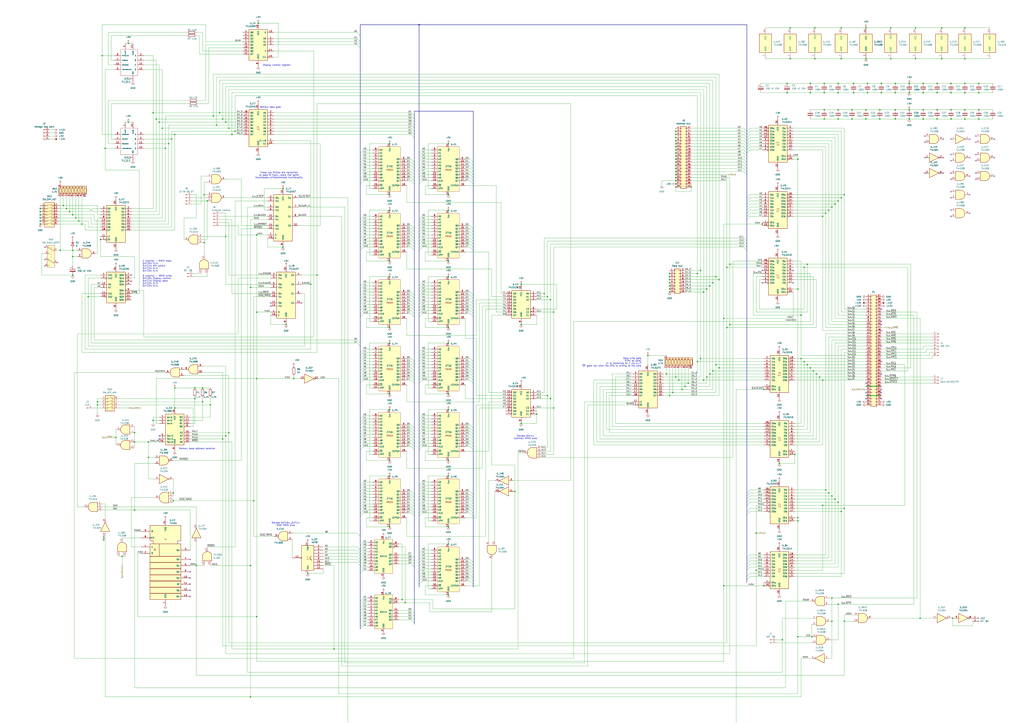
<source format=kicad_sch>
(kicad_sch (version 20250114) (generator "eeschema") (generator_version "9.0")
  (paper "A1")
  (lib_symbols
    (symbol "+12V_1" (power) (pin_numbers (hide yes)) (pin_names (offset 0) (hide yes))
      (property "Value" "+12V" (at 0 3.556 0))
      (symbol "+12V_1_1_1"
        (pin power_in line (at 0 0 90) (length 0) (name "~") (number "1"))
      )
    )
    (symbol "-12V_1" (power) (pin_numbers (hide yes)) (pin_names (offset 0) (hide yes))
      (property "Value" "-12V" (at 0 3.556 0))
      (symbol "-12V_1_0_0"
        (pin power_in line (at 0 0 90) (length 0) (name "~") (number "1"))
      )
    )
    (symbol "4xxx_IEEE:4078"
      (property "Reference" "U" (at 8.89 11.43 0))
      (property "Value" "4078" (at 6.35 -11.43 0))
      (symbol "4078_0_0"
        (text "1" (at 0 0 0) (effects (font (size 2.54 2.54))))
        (pin power_in line (at 0 12.7 270) (length 2.54) (name "Vdd") (number "14"))
        (pin power_in line (at 0 -12.7 90) (length 2.54) (name "Vss") (number "7"))
      )
      (symbol "4078_1_1"
        (pin input line (at -12.7 8.89 0) (length 7.62) (name "~") (number "2"))
        (pin input line (at -12.7 6.35 0) (length 7.62) (name "~") (number "3"))
        (pin input line (at -12.7 3.81 0) (length 7.62) (name "~") (number "4"))
        (pin output line (at -12.7 1.27 0) (length 7.62) (name "~") (number "5"))
        (pin output line (at -12.7 -1.27 0) (length 7.62) (name "~") (number "9"))
        (pin output line (at -12.7 -3.81 0) (length 7.62) (name "~") (number "10"))
        (pin output line (at -12.7 -6.35 0) (length 7.62) (name "~") (number "11"))
        (pin power_in line (at -12.7 -8.89 0) (length 7.62) (name "~") (number "12"))
        (pin output inverted (at 12.7 0 180) (length 7.62) (name "~") (number "13"))
      )
    )
    (symbol "74LS471_2"
      (property "Reference" "U_F7" (at 1.27 15.24 0))
      (property "Value" "D2114" (at 0 0 0))
      (symbol "74LS471_2_0_0"
        (pin input line (at -12.7 11.43 0) (length 5.08) (name "A0") (number "5"))
        (pin input line (at -12.7 -1.27 0) (length 5.08) (name "A5") (number "2"))
        (pin input line (at -12.7 -3.81 0) (length 5.08) (name "A6") (number "1"))
      )
      (symbol "74LS471_2_1_0"
        (pin input line (at -12.7 8.89 0) (length 5.08) (name "A1") (number "6"))
        (pin input line (at -12.7 6.35 0) (length 5.08) (name "A2") (number "7"))
        (pin input line (at -12.7 3.81 0) (length 5.08) (name "A3") (number "4"))
        (pin input line (at -12.7 1.27 0) (length 5.08) (name "A4") (number "3"))
        (pin input line (at -12.7 -6.35 0) (length 5.08) (name "A7") (number "17"))
        (pin input line (at -12.7 -8.89 0) (length 5.08) (name "A8") (number "16"))
        (pin input line (at -12.7 -11.43 0) (length 5.08) (name "A9") (number "15"))
        (pin power_in line (at 0 16.51 270) (length 2.54) (name "Vcc") (number "18"))
        (pin power_in line (at 0 -16.51 90) (length 2.54) (name "GND") (number "9"))
        (pin input inverted (at 12.7 10.16 180) (length 5.08) (name "~{CS}") (number "8"))
        (pin input inverted (at 12.7 7.62 180) (length 5.08) (name "~{WE}") (number "10"))
        (pin tri_state line (at 12.7 1.27 180) (length 5.08) (name "Q0") (number "14"))
        (pin tri_state line (at 12.7 -1.27 180) (length 5.08) (name "Q1") (number "13"))
        (pin tri_state line (at 12.7 -3.81 180) (length 5.08) (name "Q2") (number "12"))
        (pin tri_state line (at 12.7 -6.35 180) (length 5.08) (name "Q3") (number "11"))
      )
    )
    (symbol "74xx:74LS00" (pin_names (offset 1.016))
      (property "Reference" "U" (at 0 1.27 0))
      (property "Value" "74LS00" (at 0 -1.27 0))
      (symbol "74LS00_1_1"
        (pin input line (at -7.62 2.54 0) (length 3.81) (name "~") (number "1"))
        (pin input line (at -7.62 -2.54 0) (length 3.81) (name "~") (number "2"))
        (pin output inverted (at 7.62 0 180) (length 3.81) (name "~") (number "3"))
      )
      (symbol "74LS00_1_2"
        (pin input inverted (at -7.62 2.54 0) (length 4.318) (name "~") (number "1"))
        (pin input inverted (at -7.62 -2.54 0) (length 4.318) (name "~") (number "2"))
        (pin output line (at 7.62 0 180) (length 3.81) (name "~") (number "3"))
      )
      (symbol "74LS00_2_1"
        (pin input line (at -7.62 2.54 0) (length 3.81) (name "~") (number "4"))
        (pin input line (at -7.62 -2.54 0) (length 3.81) (name "~") (number "5"))
        (pin output inverted (at 7.62 0 180) (length 3.81) (name "~") (number "6"))
      )
      (symbol "74LS00_2_2"
        (pin input inverted (at -7.62 2.54 0) (length 4.318) (name "~") (number "4"))
        (pin input inverted (at -7.62 -2.54 0) (length 4.318) (name "~") (number "5"))
        (pin output line (at 7.62 0 180) (length 3.81) (name "~") (number "6"))
      )
      (symbol "74LS00_3_1"
        (pin input line (at -7.62 2.54 0) (length 3.81) (name "~") (number "9"))
        (pin input line (at -7.62 -2.54 0) (length 3.81) (name "~") (number "10"))
        (pin output inverted (at 7.62 0 180) (length 3.81) (name "~") (number "8"))
      )
      (symbol "74LS00_3_2"
        (pin input inverted (at -7.62 2.54 0) (length 4.318) (name "~") (number "9"))
        (pin input inverted (at -7.62 -2.54 0) (length 4.318) (name "~") (number "10"))
        (pin output line (at 7.62 0 180) (length 3.81) (name "~") (number "8"))
      )
      (symbol "74LS00_4_1"
        (pin input line (at -7.62 2.54 0) (length 3.81) (name "~") (number "12"))
        (pin input line (at -7.62 -2.54 0) (length 3.81) (name "~") (number "13"))
        (pin output inverted (at 7.62 0 180) (length 3.81) (name "~") (number "11"))
      )
      (symbol "74LS00_4_2"
        (pin input inverted (at -7.62 2.54 0) (length 4.318) (name "~") (number "12"))
        (pin input inverted (at -7.62 -2.54 0) (length 4.318) (name "~") (number "13"))
        (pin output line (at 7.62 0 180) (length 3.81) (name "~") (number "11"))
      )
      (symbol "74LS00_5_0"
        (pin power_in line (at 0 12.7 270) (length 5.08) (name "VCC") (number "14"))
        (pin power_in line (at 0 -12.7 90) (length 5.08) (name "GND") (number "7"))
      )
    )
    (symbol "74xx:74LS04"
      (property "Reference" "U" (at 0 1.27 0))
      (property "Value" "74LS04" (at 0 -1.27 0))
      (symbol "74LS04_1_0"
        (pin input line (at -7.62 0 0) (length 3.81) (name "~") (number "1"))
        (pin output inverted (at 7.62 0 180) (length 3.81) (name "~") (number "2"))
      )
      (symbol "74LS04_2_0"
        (pin input line (at -7.62 0 0) (length 3.81) (name "~") (number "3"))
        (pin output inverted (at 7.62 0 180) (length 3.81) (name "~") (number "4"))
      )
      (symbol "74LS04_3_0"
        (pin input line (at -7.62 0 0) (length 3.81) (name "~") (number "5"))
        (pin output inverted (at 7.62 0 180) (length 3.81) (name "~") (number "6"))
      )
      (symbol "74LS04_4_0"
        (pin input line (at -7.62 0 0) (length 3.81) (name "~") (number "9"))
        (pin output inverted (at 7.62 0 180) (length 3.81) (name "~") (number "8"))
      )
      (symbol "74LS04_5_0"
        (pin input line (at -7.62 0 0) (length 3.81) (name "~") (number "11"))
        (pin output inverted (at 7.62 0 180) (length 3.81) (name "~") (number "10"))
      )
      (symbol "74LS04_6_0"
        (pin input line (at -7.62 0 0) (length 3.81) (name "~") (number "13"))
        (pin output inverted (at 7.62 0 180) (length 3.81) (name "~") (number "12"))
      )
      (symbol "74LS04_7_0"
        (pin power_in line (at 0 12.7 270) (length 5.08) (name "VCC") (number "14"))
        (pin power_in line (at 0 -12.7 90) (length 5.08) (name "GND") (number "7"))
      )
    )
    (symbol "74xx:74LS08" (pin_names (offset 1.016))
      (property "Reference" "U" (at 0 1.27 0))
      (property "Value" "74LS08" (at 0 -1.27 0))
      (symbol "74LS08_1_1"
        (pin input line (at -7.62 2.54 0) (length 3.81) (name "~") (number "1"))
        (pin input line (at -7.62 -2.54 0) (length 3.81) (name "~") (number "2"))
        (pin output line (at 7.62 0 180) (length 3.81) (name "~") (number "3"))
      )
      (symbol "74LS08_1_2"
        (pin input inverted (at -7.62 2.54 0) (length 4.318) (name "~") (number "1"))
        (pin input inverted (at -7.62 -2.54 0) (length 4.318) (name "~") (number "2"))
        (pin output inverted (at 7.62 0 180) (length 3.81) (name "~") (number "3"))
      )
      (symbol "74LS08_2_1"
        (pin input line (at -7.62 2.54 0) (length 3.81) (name "~") (number "4"))
        (pin input line (at -7.62 -2.54 0) (length 3.81) (name "~") (number "5"))
        (pin output line (at 7.62 0 180) (length 3.81) (name "~") (number "6"))
      )
      (symbol "74LS08_2_2"
        (pin input inverted (at -7.62 2.54 0) (length 4.318) (name "~") (number "4"))
        (pin input inverted (at -7.62 -2.54 0) (length 4.318) (name "~") (number "5"))
        (pin output inverted (at 7.62 0 180) (length 3.81) (name "~") (number "6"))
      )
      (symbol "74LS08_3_1"
        (pin input line (at -7.62 2.54 0) (length 3.81) (name "~") (number "9"))
        (pin input line (at -7.62 -2.54 0) (length 3.81) (name "~") (number "10"))
        (pin output line (at 7.62 0 180) (length 3.81) (name "~") (number "8"))
      )
      (symbol "74LS08_3_2"
        (pin input inverted (at -7.62 2.54 0) (length 4.318) (name "~") (number "9"))
        (pin input inverted (at -7.62 -2.54 0) (length 4.318) (name "~") (number "10"))
        (pin output inverted (at 7.62 0 180) (length 3.81) (name "~") (number "8"))
      )
      (symbol "74LS08_4_1"
        (pin input line (at -7.62 2.54 0) (length 3.81) (name "~") (number "12"))
        (pin input line (at -7.62 -2.54 0) (length 3.81) (name "~") (number "13"))
        (pin output line (at 7.62 0 180) (length 3.81) (name "~") (number "11"))
      )
      (symbol "74LS08_4_2"
        (pin input inverted (at -7.62 2.54 0) (length 4.318) (name "~") (number "12"))
        (pin input inverted (at -7.62 -2.54 0) (length 4.318) (name "~") (number "13"))
        (pin output inverted (at 7.62 0 180) (length 3.81) (name "~") (number "11"))
      )
      (symbol "74LS08_5_0"
        (pin power_in line (at 0 12.7 270) (length 5.08) (name "VCC") (number "14"))
        (pin power_in line (at 0 -12.7 90) (length 5.08) (name "GND") (number "7"))
      )
    )
    (symbol "74xx:74LS10" (pin_names (offset 1.016))
      (property "Reference" "U" (at 0 1.27 0))
      (property "Value" "74LS10" (at 0 -1.27 0))
      (symbol "74LS10_1_1"
        (pin input line (at -7.62 2.54 0) (length 3.81) (name "~") (number "1"))
        (pin input line (at -7.62 0 0) (length 3.81) (name "~") (number "2"))
        (pin input line (at -7.62 -2.54 0) (length 3.81) (name "~") (number "13"))
        (pin output inverted (at 7.62 0 180) (length 3.81) (name "~") (number "12"))
      )
      (symbol "74LS10_1_2"
        (pin input inverted (at -7.62 2.54 0) (length 4.318) (name "~") (number "1"))
        (pin input inverted (at -7.62 0 0) (length 4.953) (name "~") (number "2"))
        (pin input inverted (at -7.62 -2.54 0) (length 4.318) (name "~") (number "13"))
        (pin output line (at 7.62 0 180) (length 3.81) (name "~") (number "12"))
      )
      (symbol "74LS10_2_1"
        (pin input line (at -7.62 2.54 0) (length 3.81) (name "~") (number "3"))
        (pin input line (at -7.62 0 0) (length 3.81) (name "~") (number "4"))
        (pin input line (at -7.62 -2.54 0) (length 3.81) (name "~") (number "5"))
        (pin output inverted (at 7.62 0 180) (length 3.81) (name "~") (number "6"))
      )
      (symbol "74LS10_2_2"
        (pin input inverted (at -7.62 2.54 0) (length 4.318) (name "~") (number "3"))
        (pin input inverted (at -7.62 0 0) (length 4.953) (name "~") (number "4"))
        (pin input inverted (at -7.62 -2.54 0) (length 4.318) (name "~") (number "5"))
        (pin output line (at 7.62 0 180) (length 3.81) (name "~") (number "6"))
      )
      (symbol "74LS10_3_1"
        (pin input line (at -7.62 2.54 0) (length 3.81) (name "~") (number "9"))
        (pin input line (at -7.62 0 0) (length 3.81) (name "~") (number "10"))
        (pin input line (at -7.62 -2.54 0) (length 3.81) (name "~") (number "11"))
        (pin output inverted (at 7.62 0 180) (length 3.81) (name "~") (number "8"))
      )
      (symbol "74LS10_3_2"
        (pin input inverted (at -7.62 2.54 0) (length 4.318) (name "~") (number "9"))
        (pin input inverted (at -7.62 0 0) (length 4.953) (name "~") (number "10"))
        (pin input inverted (at -7.62 -2.54 0) (length 4.318) (name "~") (number "11"))
        (pin output line (at 7.62 0 180) (length 3.81) (name "~") (number "8"))
      )
      (symbol "74LS10_4_0"
        (pin power_in line (at 0 12.7 270) (length 5.08) (name "VCC") (number "14"))
        (pin power_in line (at 0 -12.7 90) (length 5.08) (name "GND") (number "7"))
      )
    )
    (symbol "74xx:74LS138" (pin_names (offset 1.016))
      (property "Reference" "U" (at -7.62 11.43 0))
      (property "Value" "74LS138" (at -7.62 -13.97 0))
      (symbol "74LS138_1_0"
        (pin input line (at -12.7 7.62 0) (length 5.08) (name "A0") (number "1"))
        (pin input line (at -12.7 5.08 0) (length 5.08) (name "A1") (number "2"))
        (pin input line (at -12.7 2.54 0) (length 5.08) (name "A2") (number "3"))
        (pin input line (at -12.7 -5.08 0) (length 5.08) (name "E3") (number "6"))
        (pin input input_low (at -12.7 -7.62 0) (length 5.08) (name "E2") (number "5"))
        (pin input input_low (at -12.7 -10.16 0) (length 5.08) (name "E1") (number "4"))
        (pin power_in line (at 0 15.24 270) (length 5.08) (name "VCC") (number "16"))
        (pin power_in line (at 0 -17.78 90) (length 5.08) (name "GND") (number "8"))
        (pin output output_low (at 12.7 7.62 180) (length 5.08) (name "O0") (number "15"))
        (pin output output_low (at 12.7 5.08 180) (length 5.08) (name "O1") (number "14"))
        (pin output output_low (at 12.7 2.54 180) (length 5.08) (name "O2") (number "13"))
        (pin output output_low (at 12.7 0 180) (length 5.08) (name "O3") (number "12"))
        (pin output output_low (at 12.7 -2.54 180) (length 5.08) (name "O4") (number "11"))
        (pin output output_low (at 12.7 -5.08 180) (length 5.08) (name "O5") (number "10"))
        (pin output output_low (at 12.7 -7.62 180) (length 5.08) (name "O6") (number "9"))
        (pin output output_low (at 12.7 -10.16 180) (length 5.08) (name "O7") (number "7"))
      )
    )
    (symbol "74xx:74LS155" (pin_names (offset 1.016))
      (property "Reference" "U" (at -7.62 13.97 0))
      (property "Value" "74LS155" (at -7.62 -13.97 0))
      (symbol "74LS155_1_0"
        (pin input line (at -12.7 10.16 0) (length 5.08) (name "Ea1") (number "1"))
        (pin input inverted (at -12.7 7.62 0) (length 5.08) (name "Ea2") (number "2"))
        (pin input line (at -12.7 2.54 0) (length 5.08) (name "A0") (number "13"))
        (pin input line (at -12.7 0 0) (length 5.08) (name "A1") (number "3"))
        (pin input inverted (at -12.7 -5.08 0) (length 5.08) (name "Eb1") (number "14"))
        (pin input inverted (at -12.7 -7.62 0) (length 5.08) (name "Eb2") (number "15"))
        (pin power_in line (at 0 17.78 270) (length 5.08) (name "VCC") (number "16"))
        (pin power_in line (at 0 -17.78 90) (length 5.08) (name "GND") (number "8"))
        (pin output inverted (at 12.7 10.16 180) (length 5.08) (name "Q0a") (number "7"))
        (pin output inverted (at 12.7 7.62 180) (length 5.08) (name "Q1a") (number "6"))
        (pin output inverted (at 12.7 5.08 180) (length 5.08) (name "Q2a") (number "5"))
        (pin output inverted (at 12.7 2.54 180) (length 5.08) (name "Q3a") (number "4"))
        (pin output inverted (at 12.7 -2.54 180) (length 5.08) (name "Q0b") (number "9"))
        (pin output inverted (at 12.7 -5.08 180) (length 5.08) (name "Q1b") (number "10"))
        (pin output inverted (at 12.7 -7.62 180) (length 5.08) (name "Q2b") (number "11"))
        (pin output inverted (at 12.7 -10.16 180) (length 5.08) (name "Q3b") (number "12"))
      )
    )
    (symbol "74xx:74LS157" (pin_names (offset 1.016))
      (property "Reference" "U" (at -7.62 19.05 0))
      (property "Value" "74LS157" (at -7.62 -21.59 0))
      (symbol "74LS157_1_0"
        (pin input line (at -12.7 15.24 0) (length 5.08) (name "I0a") (number "2"))
        (pin input line (at -12.7 12.7 0) (length 5.08) (name "I1a") (number "3"))
        (pin input line (at -12.7 7.62 0) (length 5.08) (name "I0b") (number "5"))
        (pin input line (at -12.7 5.08 0) (length 5.08) (name "I1b") (number "6"))
        (pin input line (at -12.7 0 0) (length 5.08) (name "I0c") (number "11"))
        (pin input line (at -12.7 -2.54 0) (length 5.08) (name "I1c") (number "10"))
        (pin input line (at -12.7 -7.62 0) (length 5.08) (name "I0d") (number "14"))
        (pin input line (at -12.7 -10.16 0) (length 5.08) (name "I1d") (number "13"))
        (pin input line (at -12.7 -15.24 0) (length 5.08) (name "S") (number "1"))
        (pin input inverted (at -12.7 -17.78 0) (length 5.08) (name "E") (number "15"))
        (pin power_in line (at 0 22.86 270) (length 5.08) (name "VCC") (number "16"))
        (pin power_in line (at 0 -25.4 90) (length 5.08) (name "GND") (number "8"))
        (pin output line (at 12.7 15.24 180) (length 5.08) (name "Za") (number "4"))
        (pin output line (at 12.7 7.62 180) (length 5.08) (name "Zb") (number "7"))
        (pin output line (at 12.7 0 180) (length 5.08) (name "Zc") (number "9"))
        (pin output line (at 12.7 -7.62 180) (length 5.08) (name "Zd") (number "12"))
      )
    )
    (symbol "74xx:74LS20" (pin_names (offset 1.016))
      (property "Reference" "U" (at 0 1.27 0))
      (property "Value" "74LS20" (at 0 -1.27 0))
      (symbol "74LS20_1_1"
        (pin input line (at -7.62 3.81 0) (length 3.81) (name "~") (number "1"))
        (pin input line (at -7.62 1.27 0) (length 3.81) (name "~") (number "2"))
        (pin input line (at -7.62 -1.27 0) (length 3.81) (name "~") (number "4"))
        (pin input line (at -7.62 -3.81 0) (length 3.81) (name "~") (number "5"))
        (pin output inverted (at 7.62 0 180) (length 3.81) (name "~") (number "6"))
      )
      (symbol "74LS20_1_2"
        (pin input inverted (at -7.62 3.81 0) (length 3.81) (name "~") (number "1"))
        (pin input inverted (at -7.62 1.27 0) (length 4.826) (name "~") (number "2"))
        (pin input inverted (at -7.62 -1.27 0) (length 4.826) (name "~") (number "4"))
        (pin input inverted (at -7.62 -3.81 0) (length 3.81) (name "~") (number "5"))
        (pin output line (at 7.62 0 180) (length 3.81) (name "~") (number "6"))
      )
      (symbol "74LS20_2_1"
        (pin input line (at -7.62 3.81 0) (length 3.81) (name "~") (number "9"))
        (pin input line (at -7.62 1.27 0) (length 3.81) (name "~") (number "10"))
        (pin input line (at -7.62 -1.27 0) (length 3.81) (name "~") (number "12"))
        (pin input line (at -7.62 -3.81 0) (length 3.81) (name "~") (number "13"))
        (pin output inverted (at 7.62 0 180) (length 3.81) (name "~") (number "8"))
      )
      (symbol "74LS20_2_2"
        (pin input inverted (at -7.62 3.81 0) (length 3.81) (name "~") (number "9"))
        (pin input inverted (at -7.62 1.27 0) (length 4.826) (name "~") (number "10"))
        (pin input inverted (at -7.62 -1.27 0) (length 4.826) (name "~") (number "12"))
        (pin input inverted (at -7.62 -3.81 0) (length 3.81) (name "~") (number "13"))
        (pin output line (at 7.62 0 180) (length 3.81) (name "~") (number "8"))
      )
      (symbol "74LS20_3_0"
        (pin power_in line (at 0 12.7 270) (length 5.08) (name "VCC") (number "14"))
        (pin power_in line (at 0 -12.7 90) (length 5.08) (name "GND") (number "7"))
      )
    )
    (symbol "74xx:74LS240" (pin_names (offset 1.016))
      (property "Reference" "U" (at -7.62 16.51 0))
      (property "Value" "74LS240" (at -7.62 -16.51 0))
      (symbol "74LS240_1_0"
        (pin input line (at -12.7 12.7 0) (length 5.08) (name "I0a") (number "2"))
        (pin input line (at -12.7 10.16 0) (length 5.08) (name "I1a") (number "4"))
        (pin input line (at -12.7 7.62 0) (length 5.08) (name "I2a") (number "6"))
        (pin input line (at -12.7 5.08 0) (length 5.08) (name "I3a") (number "8"))
        (pin input line (at -12.7 2.54 0) (length 5.08) (name "I0b") (number "11"))
        (pin input line (at -12.7 0 0) (length 5.08) (name "I1b") (number "13"))
        (pin input line (at -12.7 -2.54 0) (length 5.08) (name "I2b") (number "15"))
        (pin input line (at -12.7 -5.08 0) (length 5.08) (name "I3b") (number "17"))
        (pin input inverted (at -12.7 -10.16 0) (length 5.08) (name "OEa") (number "1"))
        (pin input inverted (at -12.7 -12.7 0) (length 5.08) (name "OEb") (number "19"))
        (pin power_in line (at 0 20.32 270) (length 5.08) (name "VCC") (number "20"))
        (pin power_in line (at 0 -20.32 90) (length 5.08) (name "GND") (number "10"))
        (pin tri_state inverted (at 12.7 12.7 180) (length 5.08) (name "O0a") (number "18"))
        (pin tri_state inverted (at 12.7 10.16 180) (length 5.08) (name "O1a") (number "16"))
        (pin tri_state inverted (at 12.7 7.62 180) (length 5.08) (name "O2a") (number "14"))
        (pin tri_state inverted (at 12.7 5.08 180) (length 5.08) (name "O3a") (number "12"))
        (pin tri_state inverted (at 12.7 2.54 180) (length 5.08) (name "O0b") (number "9"))
        (pin tri_state inverted (at 12.7 0 180) (length 5.08) (name "O1b") (number "7"))
        (pin tri_state inverted (at 12.7 -2.54 180) (length 5.08) (name "O2b") (number "5"))
        (pin tri_state inverted (at 12.7 -5.08 180) (length 5.08) (name "O3b") (number "3"))
      )
    )
    (symbol "74xx:74LS245" (pin_names (offset 1.016))
      (property "Reference" "U" (at -7.62 16.51 0))
      (property "Value" "74LS245" (at -7.62 -16.51 0))
      (symbol "74LS245_1_0"
        (pin tri_state line (at -12.7 12.7 0) (length 5.08) (name "A0") (number "2"))
        (pin tri_state line (at -12.7 10.16 0) (length 5.08) (name "A1") (number "3"))
        (pin tri_state line (at -12.7 7.62 0) (length 5.08) (name "A2") (number "4"))
        (pin tri_state line (at -12.7 5.08 0) (length 5.08) (name "A3") (number "5"))
        (pin tri_state line (at -12.7 2.54 0) (length 5.08) (name "A4") (number "6"))
        (pin tri_state line (at -12.7 0 0) (length 5.08) (name "A5") (number "7"))
        (pin tri_state line (at -12.7 -2.54 0) (length 5.08) (name "A6") (number "8"))
        (pin tri_state line (at -12.7 -5.08 0) (length 5.08) (name "A7") (number "9"))
        (pin input line (at -12.7 -10.16 0) (length 5.08) (name "A->B") (number "1"))
        (pin input inverted (at -12.7 -12.7 0) (length 5.08) (name "CE") (number "19"))
        (pin power_in line (at 0 20.32 270) (length 5.08) (name "VCC") (number "20"))
        (pin power_in line (at 0 -20.32 90) (length 5.08) (name "GND") (number "10"))
        (pin tri_state line (at 12.7 12.7 180) (length 5.08) (name "B0") (number "18"))
        (pin tri_state line (at 12.7 10.16 180) (length 5.08) (name "B1") (number "17"))
        (pin tri_state line (at 12.7 7.62 180) (length 5.08) (name "B2") (number "16"))
        (pin tri_state line (at 12.7 5.08 180) (length 5.08) (name "B3") (number "15"))
        (pin tri_state line (at 12.7 2.54 180) (length 5.08) (name "B4") (number "14"))
        (pin tri_state line (at 12.7 0 180) (length 5.08) (name "B5") (number "13"))
        (pin tri_state line (at 12.7 -2.54 180) (length 5.08) (name "B6") (number "12"))
        (pin tri_state line (at 12.7 -5.08 180) (length 5.08) (name "B7") (number "11"))
      )
    )
    (symbol "74xx:74LS259" (pin_names (offset 1.016))
      (property "Reference" "U" (at -7.62 13.97 0))
      (property "Value" "74LS259" (at -7.62 -13.97 0))
      (symbol "74LS259_1_0"
        (pin input line (at -12.7 10.16 0) (length 5.08) (name "D") (number "13"))
        (pin input line (at -12.7 5.08 0) (length 5.08) (name "A0") (number "1"))
        (pin input line (at -12.7 2.54 0) (length 5.08) (name "A1") (number "2"))
        (pin input line (at -12.7 0 0) (length 5.08) (name "A2") (number "3"))
        (pin input inverted (at -12.7 -5.08 0) (length 5.08) (name "E") (number "14"))
        (pin input inverted (at -12.7 -10.16 0) (length 5.08) (name "Clr") (number "15"))
        (pin power_in line (at 0 17.78 270) (length 5.08) (name "VCC") (number "16"))
        (pin power_in line (at 0 -17.78 90) (length 5.08) (name "GND") (number "8"))
        (pin output line (at 12.7 10.16 180) (length 5.08) (name "Q0") (number "4"))
        (pin output line (at 12.7 7.62 180) (length 5.08) (name "Q1") (number "5"))
        (pin output line (at 12.7 5.08 180) (length 5.08) (name "Q2") (number "6"))
        (pin output line (at 12.7 2.54 180) (length 5.08) (name "Q3") (number "7"))
        (pin output line (at 12.7 0 180) (length 5.08) (name "Q4") (number "9"))
        (pin output line (at 12.7 -2.54 180) (length 5.08) (name "Q5") (number "10"))
        (pin output line (at 12.7 -5.08 180) (length 5.08) (name "Q6") (number "11"))
        (pin output line (at 12.7 -7.62 180) (length 5.08) (name "Q7") (number "12"))
      )
    )
    (symbol "74xx:74LS373"
      (property "Reference" "U" (at -7.62 16.51 0))
      (property "Value" "74LS373" (at -7.62 -16.51 0))
      (symbol "74LS373_1_0"
        (pin input line (at -12.7 12.7 0) (length 5.08) (name "D0") (number "3"))
        (pin input line (at -12.7 10.16 0) (length 5.08) (name "D1") (number "4"))
        (pin input line (at -12.7 7.62 0) (length 5.08) (name "D2") (number "7"))
        (pin input line (at -12.7 5.08 0) (length 5.08) (name "D3") (number "8"))
        (pin input line (at -12.7 2.54 0) (length 5.08) (name "D4") (number "13"))
        (pin input line (at -12.7 0 0) (length 5.08) (name "D5") (number "14"))
        (pin input line (at -12.7 -2.54 0) (length 5.08) (name "D6") (number "17"))
        (pin input line (at -12.7 -5.08 0) (length 5.08) (name "D7") (number "18"))
        (pin input line (at -12.7 -10.16 0) (length 5.08) (name "LE") (number "11"))
        (pin input inverted (at -12.7 -12.7 0) (length 5.08) (name "OE") (number "1"))
        (pin power_in line (at 0 20.32 270) (length 5.08) (name "VCC") (number "20"))
        (pin power_in line (at 0 -20.32 90) (length 5.08) (name "GND") (number "10"))
        (pin tri_state line (at 12.7 12.7 180) (length 5.08) (name "O0") (number "2"))
        (pin tri_state line (at 12.7 10.16 180) (length 5.08) (name "O1") (number "5"))
        (pin tri_state line (at 12.7 7.62 180) (length 5.08) (name "O2") (number "6"))
        (pin tri_state line (at 12.7 5.08 180) (length 5.08) (name "O3") (number "9"))
        (pin tri_state line (at 12.7 2.54 180) (length 5.08) (name "O4") (number "12"))
        (pin tri_state line (at 12.7 0 180) (length 5.08) (name "O5") (number "15"))
        (pin tri_state line (at 12.7 -2.54 180) (length 5.08) (name "O6") (number "16"))
        (pin tri_state line (at 12.7 -5.08 180) (length 5.08) (name "O7") (number "19"))
      )
    )
    (symbol "74xx:74LS38" (pin_names (offset 1.016))
      (property "Reference" "U" (at 0 1.27 0))
      (property "Value" "74LS38" (at 0 -1.27 0))
      (symbol "74LS38_1_1"
        (pin input line (at -7.62 2.54 0) (length 3.81) (name "~") (number "1"))
        (pin input line (at -7.62 -2.54 0) (length 3.81) (name "~") (number "2"))
        (pin open_collector inverted (at 7.62 0 180) (length 3.81) (name "~") (number "3"))
      )
      (symbol "74LS38_1_2"
        (pin input inverted (at -7.62 2.54 0) (length 4.318) (name "~") (number "1"))
        (pin input inverted (at -7.62 -2.54 0) (length 4.318) (name "~") (number "2"))
        (pin open_collector line (at 7.62 0 180) (length 3.81) (name "~") (number "3"))
      )
      (symbol "74LS38_2_1"
        (pin input line (at -7.62 2.54 0) (length 3.81) (name "~") (number "4"))
        (pin input line (at -7.62 -2.54 0) (length 3.81) (name "~") (number "5"))
        (pin open_collector inverted (at 7.62 0 180) (length 3.81) (name "~") (number "6"))
      )
      (symbol "74LS38_2_2"
        (pin input inverted (at -7.62 2.54 0) (length 4.318) (name "~") (number "4"))
        (pin input inverted (at -7.62 -2.54 0) (length 4.318) (name "~") (number "5"))
        (pin open_collector line (at 7.62 0 180) (length 3.81) (name "~") (number "6"))
      )
      (symbol "74LS38_3_1"
        (pin input line (at -7.62 2.54 0) (length 3.81) (name "~") (number "9"))
        (pin input line (at -7.62 -2.54 0) (length 3.81) (name "~") (number "10"))
        (pin open_collector inverted (at 7.62 0 180) (length 3.81) (name "~") (number "8"))
      )
      (symbol "74LS38_3_2"
        (pin input inverted (at -7.62 2.54 0) (length 4.318) (name "~") (number "9"))
        (pin input inverted (at -7.62 -2.54 0) (length 4.318) (name "~") (number "10"))
        (pin open_collector line (at 7.62 0 180) (length 3.81) (name "~") (number "8"))
      )
      (symbol "74LS38_4_1"
        (pin input line (at -7.62 2.54 0) (length 3.81) (name "~") (number "12"))
        (pin input line (at -7.62 -2.54 0) (length 3.81) (name "~") (number "13"))
        (pin open_collector inverted (at 7.62 0 180) (length 3.81) (name "~") (number "11"))
      )
      (symbol "74LS38_4_2"
        (pin input inverted (at -7.62 2.54 0) (length 4.318) (name "~") (number "12"))
        (pin input inverted (at -7.62 -2.54 0) (length 4.318) (name "~") (number "13"))
        (pin open_collector line (at 7.62 0 180) (length 3.81) (name "~") (number "11"))
      )
      (symbol "74LS38_5_0"
        (pin power_in line (at 0 12.7 270) (length 5.08) (name "VCC") (number "14"))
        (pin power_in line (at 0 -12.7 90) (length 5.08) (name "GND") (number "7"))
      )
    )
    (symbol "74xx:74LS85" (pin_names (offset 1.016))
      (property "Reference" "U" (at -7.62 13.97 0))
      (property "Value" "74LS85" (at -7.62 -13.97 0))
      (symbol "74LS85_1_0"
        (pin input line (at -12.7 10.16 0) (length 5.08) (name "B3") (number "1"))
        (pin input line (at -12.7 7.62 0) (length 5.08) (name "B2") (number "14"))
        (pin input line (at -12.7 5.08 0) (length 5.08) (name "B1") (number "11"))
        (pin input line (at -12.7 2.54 0) (length 5.08) (name "B0") (number "9"))
        (pin input line (at -12.7 -2.54 0) (length 5.08) (name "A3") (number "15"))
        (pin input line (at -12.7 -5.08 0) (length 5.08) (name "A2") (number "13"))
        (pin input line (at -12.7 -7.62 0) (length 5.08) (name "A1") (number "12"))
        (pin input line (at -12.7 -10.16 0) (length 5.08) (name "A0") (number "10"))
        (pin power_in line (at 0 17.78 270) (length 5.08) (name "VCC") (number "16"))
        (pin power_in line (at 0 -17.78 90) (length 5.08) (name "GND") (number "8"))
        (pin input line (at 12.7 10.16 180) (length 5.08) (name "Ia>b") (number "4"))
        (pin input line (at 12.7 7.62 180) (length 5.08) (name "Ia<b") (number "2"))
        (pin input line (at 12.7 5.08 180) (length 5.08) (name "Ia=b") (number "3"))
        (pin output line (at 12.7 -5.08 180) (length 5.08) (name "Oa>b") (number "5"))
        (pin output line (at 12.7 -7.62 180) (length 5.08) (name "Oa<b") (number "7"))
        (pin output line (at 12.7 -10.16 180) (length 5.08) (name "Oa=b") (number "6"))
      )
    )
    (symbol "74xx_IEEE:74164" (pin_names (offset 1.016))
      (property "Reference" "U" (at 17.78 12.7 0))
      (property "Value" "74164" (at 12.7 -45.72 0))
      (symbol "74164_0_0"
        (text "&" (at -8.636 -2.032 0) (effects (font (size 1.524 1.524))))
      )
      (symbol "74164_1_1"
        (pin input line (at -20.32 12.7 0) (length 7.62) (name "~{R}") (number "9"))
        (pin input clock (at -20.32 7.62 0) (length 7.62) (name "CK") (number "8"))
        (pin input line (at -20.32 0 0) (length 7.62) (name "A") (number "1"))
        (pin input line (at -20.32 -5.08 0) (length 7.62) (name "B") (number "2"))
        (pin power_in line (at 0 22.86 270) (length 5.08) (name "VDD") (number "14"))
        (pin power_in line (at 0 -48.26 90) (length 5.08) (name "VSS") (number "7"))
        (pin output line (at 20.32 -2.54 180) (length 7.62) (name "Qa") (number "3"))
        (pin output line (at 20.32 -10.16 180) (length 7.62) (name "Qb") (number "4"))
        (pin output line (at 20.32 -15.24 180) (length 7.62) (name "Qc") (number "5"))
        (pin output line (at 20.32 -20.32 180) (length 7.62) (name "Qd") (number "6"))
        (pin output line (at 20.32 -25.4 180) (length 7.62) (name "Qe") (number "10"))
        (pin output line (at 20.32 -30.48 180) (length 7.62) (name "Qf") (number "11"))
        (pin output line (at 20.32 -35.56 180) (length 7.62) (name "Qg") (number "12"))
        (pin output line (at 20.32 -40.64 180) (length 7.62) (name "Qh") (number "13"))
      )
    )
    (symbol "Connector:Conn_01x01_Pin" (pin_names (offset 1.016) (hide yes))
      (property "Reference" "J" (at 0 2.54 0))
      (property "Value" "Conn_01x01_Pin" (at 0 -2.54 0))
      (symbol "Conn_01x01_Pin_1_1"
        (pin passive line (at 5.08 0 180) (length 3.81) (name "Pin_1") (number "1"))
      )
    )
    (symbol "Connector:Conn_01x02_Pin" (pin_names (offset 1.016) (hide yes))
      (property "Reference" "J" (at 0 2.54 0))
      (property "Value" "Conn_01x02_Pin" (at 0 -5.08 0))
      (symbol "Conn_01x02_Pin_1_1"
        (pin passive line (at 5.08 0 180) (length 3.81) (name "Pin_1") (number "1"))
        (pin passive line (at 5.08 -2.54 180) (length 3.81) (name "Pin_2") (number "2"))
      )
    )
    (symbol "Connector:Conn_01x03_Pin" (pin_names (offset 1.016) (hide yes))
      (property "Reference" "J" (at 0 5.08 0))
      (property "Value" "Conn_01x03_Pin" (at 0 -5.08 0))
      (symbol "Conn_01x03_Pin_1_1"
        (pin passive line (at 5.08 2.54 180) (length 3.81) (name "Pin_1") (number "1"))
        (pin passive line (at 5.08 0 180) (length 3.81) (name "Pin_2") (number "2"))
        (pin passive line (at 5.08 -2.54 180) (length 3.81) (name "Pin_3") (number "3"))
      )
    )
    (symbol "Connector:Conn_01x04_Pin" (pin_names (offset 1.016) (hide yes))
      (property "Reference" "J" (at 0 5.08 0))
      (property "Value" "Conn_01x04_Pin" (at 0 -7.62 0))
      (symbol "Conn_01x04_Pin_1_1"
        (pin passive line (at 5.08 2.54 180) (length 3.81) (name "Pin_1") (number "1"))
        (pin passive line (at 5.08 0 180) (length 3.81) (name "Pin_2") (number "2"))
        (pin passive line (at 5.08 -2.54 180) (length 3.81) (name "Pin_3") (number "3"))
        (pin passive line (at 5.08 -5.08 180) (length 3.81) (name "Pin_4") (number "4"))
      )
    )
    (symbol "Connector:Conn_01x05_Pin" (pin_names (offset 1.016) (hide yes))
      (property "Reference" "J" (at 0 7.62 0))
      (property "Value" "Conn_01x05_Pin" (at 0 -7.62 0))
      (symbol "Conn_01x05_Pin_1_1"
        (pin passive line (at 5.08 5.08 180) (length 3.81) (name "Pin_1") (number "1"))
        (pin passive line (at 5.08 2.54 180) (length 3.81) (name "Pin_2") (number "2"))
        (pin passive line (at 5.08 0 180) (length 3.81) (name "Pin_3") (number "3"))
        (pin passive line (at 5.08 -2.54 180) (length 3.81) (name "Pin_4") (number "4"))
        (pin passive line (at 5.08 -5.08 180) (length 3.81) (name "Pin_5") (number "5"))
      )
    )
    (symbol "Connector:Conn_01x08_Pin" (pin_names (offset 1.016) (hide yes))
      (property "Reference" "J" (at 0 10.16 0))
      (property "Value" "Conn_01x08_Pin" (at 0 -12.7 0))
      (symbol "Conn_01x08_Pin_1_1"
        (pin passive line (at 5.08 7.62 180) (length 3.81) (name "Pin_1") (number "1"))
        (pin passive line (at 5.08 5.08 180) (length 3.81) (name "Pin_2") (number "2"))
        (pin passive line (at 5.08 2.54 180) (length 3.81) (name "Pin_3") (number "3"))
        (pin passive line (at 5.08 0 180) (length 3.81) (name "Pin_4") (number "4"))
        (pin passive line (at 5.08 -2.54 180) (length 3.81) (name "Pin_5") (number "5"))
        (pin passive line (at 5.08 -5.08 180) (length 3.81) (name "Pin_6") (number "6"))
        (pin passive line (at 5.08 -7.62 180) (length 3.81) (name "Pin_7") (number "7"))
        (pin passive line (at 5.08 -10.16 180) (length 3.81) (name "Pin_8") (number "8"))
      )
    )
    (symbol "Connector_Generic:Conn_02x08_Odd_Even" (pin_names (offset 1.016) (hide yes))
      (property "Reference" "J" (at 1.27 10.16 0))
      (property "Value" "Conn_02x08_Odd_Even" (at 1.27 -12.7 0))
      (symbol "Conn_02x08_Odd_Even_1_1"
        (pin passive line (at -5.08 7.62 0) (length 3.81) (name "Pin_1") (number "1"))
        (pin passive line (at -5.08 5.08 0) (length 3.81) (name "Pin_3") (number "3"))
        (pin passive line (at -5.08 2.54 0) (length 3.81) (name "Pin_5") (number "5"))
        (pin passive line (at -5.08 0 0) (length 3.81) (name "Pin_7") (number "7"))
        (pin passive line (at -5.08 -2.54 0) (length 3.81) (name "Pin_9") (number "9"))
        (pin passive line (at -5.08 -5.08 0) (length 3.81) (name "Pin_11") (number "11"))
        (pin passive line (at -5.08 -7.62 0) (length 3.81) (name "Pin_13") (number "13"))
        (pin passive line (at -5.08 -10.16 0) (length 3.81) (name "Pin_15") (number "15"))
        (pin passive line (at 7.62 7.62 180) (length 3.81) (name "Pin_2") (number "2"))
        (pin passive line (at 7.62 5.08 180) (length 3.81) (name "Pin_4") (number "4"))
        (pin passive line (at 7.62 2.54 180) (length 3.81) (name "Pin_6") (number "6"))
        (pin passive line (at 7.62 0 180) (length 3.81) (name "Pin_8") (number "8"))
        (pin passive line (at 7.62 -2.54 180) (length 3.81) (name "Pin_10") (number "10"))
        (pin passive line (at 7.62 -5.08 180) (length 3.81) (name "Pin_12") (number "12"))
        (pin passive line (at 7.62 -7.62 180) (length 3.81) (name "Pin_14") (number "14"))
        (pin passive line (at 7.62 -10.16 180) (length 3.81) (name "Pin_16") (number "16"))
      )
    )
    (symbol "Connector_Generic:Conn_02x20_Odd_Even" (pin_names (offset 1.016) (hide yes))
      (property "Reference" "J" (at 1.27 25.4 0))
      (property "Value" "Conn_02x20_Odd_Even" (at 1.27 -27.94 0))
      (symbol "Conn_02x20_Odd_Even_1_1"
        (pin passive line (at -5.08 22.86 0) (length 3.81) (name "Pin_1") (number "1"))
        (pin passive line (at -5.08 20.32 0) (length 3.81) (name "Pin_3") (number "3"))
        (pin passive line (at -5.08 17.78 0) (length 3.81) (name "Pin_5") (number "5"))
        (pin passive line (at -5.08 15.24 0) (length 3.81) (name "Pin_7") (number "7"))
        (pin passive line (at -5.08 12.7 0) (length 3.81) (name "Pin_9") (number "9"))
        (pin passive line (at -5.08 10.16 0) (length 3.81) (name "Pin_11") (number "11"))
        (pin passive line (at -5.08 7.62 0) (length 3.81) (name "Pin_13") (number "13"))
        (pin passive line (at -5.08 5.08 0) (length 3.81) (name "Pin_15") (number "15"))
        (pin passive line (at -5.08 2.54 0) (length 3.81) (name "Pin_17") (number "17"))
        (pin passive line (at -5.08 0 0) (length 3.81) (name "Pin_19") (number "19"))
        (pin passive line (at -5.08 -2.54 0) (length 3.81) (name "Pin_21") (number "21"))
        (pin passive line (at -5.08 -5.08 0) (length 3.81) (name "Pin_23") (number "23"))
        (pin passive line (at -5.08 -7.62 0) (length 3.81) (name "Pin_25") (number "25"))
        (pin passive line (at -5.08 -10.16 0) (length 3.81) (name "Pin_27") (number "27"))
        (pin passive line (at -5.08 -12.7 0) (length 3.81) (name "Pin_29") (number "29"))
        (pin passive line (at -5.08 -15.24 0) (length 3.81) (name "Pin_31") (number "31"))
        (pin passive line (at -5.08 -17.78 0) (length 3.81) (name "Pin_33") (number "33"))
        (pin passive line (at -5.08 -20.32 0) (length 3.81) (name "Pin_35") (number "35"))
        (pin passive line (at -5.08 -22.86 0) (length 3.81) (name "Pin_37") (number "37"))
        (pin passive line (at -5.08 -25.4 0) (length 3.81) (name "Pin_39") (number "39"))
        (pin passive line (at 7.62 22.86 180) (length 3.81) (name "Pin_2") (number "2"))
        (pin passive line (at 7.62 20.32 180) (length 3.81) (name "Pin_4") (number "4"))
        (pin passive line (at 7.62 17.78 180) (length 3.81) (name "Pin_6") (number "6"))
        (pin passive line (at 7.62 15.24 180) (length 3.81) (name "Pin_8") (number "8"))
        (pin passive line (at 7.62 12.7 180) (length 3.81) (name "Pin_10") (number "10"))
        (pin passive line (at 7.62 10.16 180) (length 3.81) (name "Pin_12") (number "12"))
        (pin passive line (at 7.62 7.62 180) (length 3.81) (name "Pin_14") (number "14"))
        (pin passive line (at 7.62 5.08 180) (length 3.81) (name "Pin_16") (number "16"))
        (pin passive line (at 7.62 2.54 180) (length 3.81) (name "Pin_18") (number "18"))
        (pin passive line (at 7.62 0 180) (length 3.81) (name "Pin_20") (number "20"))
        (pin passive line (at 7.62 -2.54 180) (length 3.81) (name "Pin_22") (number "22"))
        (pin passive line (at 7.62 -5.08 180) (length 3.81) (name "Pin_24") (number "24"))
        (pin passive line (at 7.62 -7.62 180) (length 3.81) (name "Pin_26") (number "26"))
        (pin passive line (at 7.62 -10.16 180) (length 3.81) (name "Pin_28") (number "28"))
        (pin passive line (at 7.62 -12.7 180) (length 3.81) (name "Pin_30") (number "30"))
        (pin passive line (at 7.62 -15.24 180) (length 3.81) (name "Pin_32") (number "32"))
        (pin passive line (at 7.62 -17.78 180) (length 3.81) (name "Pin_34") (number "34"))
        (pin passive line (at 7.62 -20.32 180) (length 3.81) (name "Pin_36") (number "36"))
        (pin passive line (at 7.62 -22.86 180) (length 3.81) (name "Pin_38") (number "38"))
        (pin passive line (at 7.62 -25.4 180) (length 3.81) (name "Pin_40") (number "40"))
      )
    )
    (symbol "Connector_Generic:Conn_02x36_Top_Bottom" (pin_names (offset 1.016) (hide yes))
      (property "Reference" "J" (at 1.27 45.72 0))
      (property "Value" "Conn_02x36_Top_Bottom" (at 1.27 -48.26 0))
      (symbol "Conn_02x36_Top_Bottom_1_1"
        (pin passive line (at -5.08 43.18 0) (length 3.81) (name "Pin_1") (number "1"))
        (pin passive line (at -5.08 40.64 0) (length 3.81) (name "Pin_2") (number "2"))
        (pin passive line (at -5.08 38.1 0) (length 3.81) (name "Pin_3") (number "3"))
        (pin passive line (at -5.08 35.56 0) (length 3.81) (name "Pin_4") (number "4"))
        (pin passive line (at -5.08 33.02 0) (length 3.81) (name "Pin_5") (number "5"))
        (pin passive line (at -5.08 30.48 0) (length 3.81) (name "Pin_6") (number "6"))
        (pin passive line (at -5.08 27.94 0) (length 3.81) (name "Pin_7") (number "7"))
        (pin passive line (at -5.08 25.4 0) (length 3.81) (name "Pin_8") (number "8"))
        (pin passive line (at -5.08 22.86 0) (length 3.81) (name "Pin_9") (number "9"))
        (pin passive line (at -5.08 20.32 0) (length 3.81) (name "Pin_10") (number "10"))
        (pin passive line (at -5.08 17.78 0) (length 3.81) (name "Pin_11") (number "11"))
        (pin passive line (at -5.08 15.24 0) (length 3.81) (name "Pin_12") (number "12"))
        (pin passive line (at -5.08 12.7 0) (length 3.81) (name "Pin_13") (number "13"))
        (pin passive line (at -5.08 10.16 0) (length 3.81) (name "Pin_14") (number "14"))
        (pin passive line (at -5.08 7.62 0) (length 3.81) (name "Pin_15") (number "15"))
        (pin passive line (at -5.08 5.08 0) (length 3.81) (name "Pin_16") (number "16"))
        (pin passive line (at -5.08 2.54 0) (length 3.81) (name "Pin_17") (number "17"))
        (pin passive line (at -5.08 0 0) (length 3.81) (name "Pin_18") (number "18"))
        (pin passive line (at -5.08 -2.54 0) (length 3.81) (name "Pin_19") (number "19"))
        (pin passive line (at -5.08 -5.08 0) (length 3.81) (name "Pin_20") (number "20"))
        (pin passive line (at -5.08 -7.62 0) (length 3.81) (name "Pin_21") (number "21"))
        (pin passive line (at -5.08 -10.16 0) (length 3.81) (name "Pin_22") (number "22"))
        (pin passive line (at -5.08 -12.7 0) (length 3.81) (name "Pin_23") (number "23"))
        (pin passive line (at -5.08 -15.24 0) (length 3.81) (name "Pin_24") (number "24"))
        (pin passive line (at -5.08 -17.78 0) (length 3.81) (name "Pin_25") (number "25"))
        (pin passive line (at -5.08 -20.32 0) (length 3.81) (name "Pin_26") (number "26"))
        (pin passive line (at -5.08 -22.86 0) (length 3.81) (name "Pin_27") (number "27"))
        (pin passive line (at -5.08 -25.4 0) (length 3.81) (name "Pin_28") (number "28"))
        (pin passive line (at -5.08 -27.94 0) (length 3.81) (name "Pin_29") (number "29"))
        (pin passive line (at -5.08 -30.48 0) (length 3.81) (name "Pin_30") (number "30"))
        (pin passive line (at -5.08 -33.02 0) (length 3.81) (name "Pin_31") (number "31"))
        (pin passive line (at -5.08 -35.56 0) (length 3.81) (name "Pin_32") (number "32"))
        (pin passive line (at -5.08 -38.1 0) (length 3.81) (name "Pin_33") (number "33"))
        (pin passive line (at -5.08 -40.64 0) (length 3.81) (name "Pin_34") (number "34"))
        (pin passive line (at -5.08 -43.18 0) (length 3.81) (name "Pin_35") (number "35"))
        (pin passive line (at -5.08 -45.72 0) (length 3.81) (name "Pin_36") (number "36"))
        (pin passive line (at 7.62 43.18 180) (length 3.81) (name "Pin_37") (number "37"))
        (pin passive line (at 7.62 40.64 180) (length 3.81) (name "Pin_38") (number "38"))
        (pin passive line (at 7.62 38.1 180) (length 3.81) (name "Pin_39") (number "39"))
        (pin passive line (at 7.62 35.56 180) (length 3.81) (name "Pin_40") (number "40"))
        (pin passive line (at 7.62 33.02 180) (length 3.81) (name "Pin_41") (number "41"))
        (pin passive line (at 7.62 30.48 180) (length 3.81) (name "Pin_42") (number "42"))
        (pin passive line (at 7.62 27.94 180) (length 3.81) (name "Pin_43") (number "43"))
        (pin passive line (at 7.62 25.4 180) (length 3.81) (name "Pin_44") (number "44"))
        (pin passive line (at 7.62 22.86 180) (length 3.81) (name "Pin_45") (number "45"))
        (pin passive line (at 7.62 20.32 180) (length 3.81) (name "Pin_46") (number "46"))
        (pin passive line (at 7.62 17.78 180) (length 3.81) (name "Pin_47") (number "47"))
        (pin passive line (at 7.62 15.24 180) (length 3.81) (name "Pin_48") (number "48"))
        (pin passive line (at 7.62 12.7 180) (length 3.81) (name "Pin_49") (number "49"))
        (pin passive line (at 7.62 10.16 180) (length 3.81) (name "Pin_50") (number "50"))
        (pin passive line (at 7.62 7.62 180) (length 3.81) (name "Pin_51") (number "51"))
        (pin passive line (at 7.62 5.08 180) (length 3.81) (name "Pin_52") (number "52"))
        (pin passive line (at 7.62 2.54 180) (length 3.81) (name "Pin_53") (number "53"))
        (pin passive line (at 7.62 0 180) (length 3.81) (name "Pin_54") (number "54"))
        (pin passive line (at 7.62 -2.54 180) (length 3.81) (name "Pin_55") (number "55"))
        (pin passive line (at 7.62 -5.08 180) (length 3.81) (name "Pin_56") (number "56"))
        (pin passive line (at 7.62 -7.62 180) (length 3.81) (name "Pin_57") (number "57"))
        (pin passive line (at 7.62 -10.16 180) (length 3.81) (name "Pin_58") (number "58"))
        (pin passive line (at 7.62 -12.7 180) (length 3.81) (name "Pin_59") (number "59"))
        (pin passive line (at 7.62 -15.24 180) (length 3.81) (name "Pin_60") (number "60"))
        (pin passive line (at 7.62 -17.78 180) (length 3.81) (name "Pin_61") (number "61"))
        (pin passive line (at 7.62 -20.32 180) (length 3.81) (name "Pin_62") (number "62"))
        (pin passive line (at 7.62 -22.86 180) (length 3.81) (name "Pin_63") (number "63"))
        (pin passive line (at 7.62 -25.4 180) (length 3.81) (name "Pin_64") (number "64"))
        (pin passive line (at 7.62 -27.94 180) (length 3.81) (name "Pin_65") (number "65"))
        (pin passive line (at 7.62 -30.48 180) (length 3.81) (name "Pin_66") (number "66"))
        (pin passive line (at 7.62 -33.02 180) (length 3.81) (name "Pin_67") (number "67"))
        (pin passive line (at 7.62 -35.56 180) (length 3.81) (name "Pin_68") (number "68"))
        (pin passive line (at 7.62 -38.1 180) (length 3.81) (name "Pin_69") (number "69"))
        (pin passive line (at 7.62 -40.64 180) (length 3.81) (name "Pin_70") (number "70"))
        (pin passive line (at 7.62 -43.18 180) (length 3.81) (name "Pin_71") (number "71"))
        (pin passive line (at 7.62 -45.72 180) (length 3.81) (name "Pin_72") (number "72"))
      )
    )
    (symbol "Device:C" (pin_numbers (hide yes)) (pin_names (offset 0.254))
      (property "Reference" "C" (at 0.635 2.54 0))
      (property "Value" "C" (at 0.635 -2.54 0))
      (symbol "C_1_1"
        (pin passive line (at 0 3.81 270) (length 2.794) (name "~") (number "1"))
        (pin passive line (at 0 -3.81 90) (length 2.794) (name "~") (number "2"))
      )
    )
    (symbol "Device:C_Polarized" (pin_numbers (hide yes)) (pin_names (offset 0.254))
      (property "Reference" "C" (at 0.635 2.54 0))
      (property "Value" "C_Polarized" (at 0.635 -2.54 0))
      (symbol "C_Polarized_1_1"
        (pin passive line (at 0 3.81 270) (length 2.794) (name "~") (number "1"))
        (pin passive line (at 0 -3.81 90) (length 2.794) (name "~") (number "2"))
      )
    )
    (symbol "Device:D" (pin_numbers (hide yes)) (pin_names (offset 1.016) (hide yes))
      (property "Reference" "D" (at 0 2.54 0))
      (property "Value" "D" (at 0 -2.54 0))
      (symbol "D_1_1"
        (pin passive line (at -3.81 0 0) (length 2.54) (name "K") (number "1"))
        (pin passive line (at 3.81 0 180) (length 2.54) (name "A") (number "2"))
      )
    )
    (symbol "Device:R" (pin_numbers (hide yes)) (pin_names (offset 0))
      (property "Reference" "R" (at 2.032 0 90))
      (property "Value" "R" (at 0 0 90))
      (symbol "R_1_1"
        (pin passive line (at 0 3.81 270) (length 1.27) (name "~") (number "1"))
        (pin passive line (at 0 -3.81 90) (length 1.27) (name "~") (number "2"))
      )
    )
    (symbol "Device:R_Network09" (pin_names (offset 0) (hide yes))
      (property "Reference" "RN" (at -12.7 0 90))
      (property "Value" "R_Network09" (at 12.7 0 90))
      (symbol "R_Network09_1_1"
        (pin passive line (at -10.16 5.08 270) (length 2.54) (name "common") (number "1"))
        (pin passive line (at -10.16 -5.08 90) (length 1.27) (name "R1") (number "2"))
        (pin passive line (at -7.62 -5.08 90) (length 1.27) (name "R2") (number "3"))
        (pin passive line (at -5.08 -5.08 90) (length 1.27) (name "R3") (number "4"))
        (pin passive line (at -2.54 -5.08 90) (length 1.27) (name "R4") (number "5"))
        (pin passive line (at 0 -5.08 90) (length 1.27) (name "R5") (number "6"))
        (pin passive line (at 2.54 -5.08 90) (length 1.27) (name "R6") (number "7"))
        (pin passive line (at 5.08 -5.08 90) (length 1.27) (name "R7") (number "8"))
        (pin passive line (at 7.62 -5.08 90) (length 1.27) (name "R8") (number "9"))
        (pin passive line (at 10.16 -5.08 90) (length 1.27) (name "R9") (number "10"))
      )
    )
    (symbol "Memory_EPROM:76161"
      (property "Reference" "F1" (at -8.128 21.336 0))
      (property "Value" "2716" (at -2.54 3.048 0))
      (symbol "76161_0_0"
        (text "PROM" (at 0 0 0) (effects (font (size 1.27 1.27))))
        (pin input line (at -13.97 16.51 0) (length 5.08) (name "A0") (number "8"))
        (pin input line (at -13.97 13.97 0) (length 5.08) (name "A1") (number "7"))
        (pin input line (at -13.97 11.43 0) (length 5.08) (name "A2") (number "6"))
        (pin input line (at -13.97 8.89 0) (length 5.08) (name "A3") (number "5"))
        (pin input line (at -13.97 6.35 0) (length 5.08) (name "A4") (number "4"))
        (pin input line (at -13.97 3.81 0) (length 5.08) (name "A5") (number "3"))
        (pin input line (at -13.97 1.27 0) (length 5.08) (name "A6") (number "2"))
        (pin input line (at -13.97 -1.27 0) (length 5.08) (name "A7") (number "1"))
        (pin input line (at -13.97 -3.81 0) (length 5.08) (name "A8") (number "23"))
        (pin input line (at -13.97 -6.35 0) (length 5.08) (name "A9") (number "22"))
        (pin power_in line (at 0 21.59 270) (length 2.54) (name "Vcc") (number "24"))
        (pin power_in line (at 0 -20.32 90) (length 2.54) (name "GND") (number "12"))
        (pin tri_state line (at 13.97 8.89 180) (length 5.08) (name "Q0") (number "9"))
        (pin tri_state line (at 13.97 6.35 180) (length 5.08) (name "Q1") (number "10"))
        (pin tri_state line (at 13.97 3.81 180) (length 5.08) (name "Q2") (number "11"))
        (pin tri_state line (at 13.97 1.27 180) (length 5.08) (name "Q3") (number "13"))
        (pin tri_state line (at 13.97 -1.27 180) (length 5.08) (name "Q4") (number "14"))
        (pin tri_state line (at 13.97 -3.81 180) (length 5.08) (name "Q5") (number "15"))
        (pin tri_state line (at 13.97 -6.35 180) (length 5.08) (name "Q6") (number "16"))
        (pin tri_state line (at 13.97 -8.89 180) (length 5.08) (name "Q7") (number "17"))
      )
      (symbol "76161_1_0"
        (pin input line (at -13.97 -8.89 0) (length 5.08) (name "A10") (number "19"))
        (pin input inverted (at -13.97 -12.7 0) (length 5.08) (name "~{OE}") (number "20"))
        (pin input line (at -13.97 -15.24 0) (length 5.08) (name "VPP") (number "21"))
        (pin input line (at 13.97 -12.7 180) (length 5.08) (name "CEPGM") (number "18"))
      )
    )
    (symbol "Switch:SW_DIP_x04" (pin_names (offset 0) (hide yes))
      (property "Reference" "SW" (at 0 8.89 0))
      (property "Value" "SW_DIP_x04" (at 0 -6.35 0))
      (symbol "SW_DIP_x04_1_1"
        (pin passive line (at -7.62 5.08 0) (length 5.08) (name "~") (number "1"))
        (pin passive line (at -7.62 2.54 0) (length 5.08) (name "~") (number "2"))
        (pin passive line (at -7.62 0 0) (length 5.08) (name "~") (number "3"))
        (pin passive line (at -7.62 -2.54 0) (length 5.08) (name "~") (number "4"))
        (pin passive line (at 7.62 5.08 180) (length 5.08) (name "~") (number "8"))
        (pin passive line (at 7.62 2.54 180) (length 5.08) (name "~") (number "7"))
        (pin passive line (at 7.62 0 180) (length 5.08) (name "~") (number "6"))
        (pin passive line (at 7.62 -2.54 180) (length 5.08) (name "~") (number "5"))
      )
    )
    (symbol "Switch:SW_DIP_x07" (pin_names (offset 0) (hide yes))
      (property "Reference" "SW" (at 0 11.43 0))
      (property "Value" "SW_DIP_x07" (at 0 -11.43 0))
      (symbol "SW_DIP_x07_1_1"
        (pin passive line (at -7.62 7.62 0) (length 5.08) (name "~") (number "1"))
        (pin passive line (at -7.62 5.08 0) (length 5.08) (name "~") (number "2"))
        (pin passive line (at -7.62 2.54 0) (length 5.08) (name "~") (number "3"))
        (pin passive line (at -7.62 0 0) (length 5.08) (name "~") (number "4"))
        (pin passive line (at -7.62 -2.54 0) (length 5.08) (name "~") (number "5"))
        (pin passive line (at -7.62 -5.08 0) (length 5.08) (name "~") (number "6"))
        (pin passive line (at -7.62 -7.62 0) (length 5.08) (name "~") (number "7"))
        (pin passive line (at 7.62 7.62 180) (length 5.08) (name "~") (number "14"))
        (pin passive line (at 7.62 5.08 180) (length 5.08) (name "~") (number "13"))
        (pin passive line (at 7.62 2.54 180) (length 5.08) (name "~") (number "12"))
        (pin passive line (at 7.62 0 180) (length 5.08) (name "~") (number "11"))
        (pin passive line (at 7.62 -2.54 180) (length 5.08) (name "~") (number "10"))
        (pin passive line (at 7.62 -5.08 180) (length 5.08) (name "~") (number "9"))
        (pin passive line (at 7.62 -7.62 180) (length 5.08) (name "~") (number "8"))
      )
    )
    (symbol "Switch:SW_Push_DPDT" (pin_names (offset 0) (hide yes))
      (property "Reference" "SW" (at 0 10.16 0))
      (property "Value" "SW_Push_DPDT" (at 0 -10.16 0))
      (symbol "SW_Push_DPDT_1_1"
        (pin passive line (at -5.08 5.08 0) (length 2.54) (name "B") (number "2"))
        (pin passive line (at -5.08 -5.08 0) (length 2.54) (name "B") (number "5"))
        (pin passive line (at 5.08 7.62 180) (length 2.54) (name "A") (number "1"))
        (pin passive line (at 5.08 2.54 180) (length 2.54) (name "C") (number "3"))
        (pin passive line (at 5.08 -2.54 180) (length 2.54) (name "A") (number "4"))
        (pin passive line (at 5.08 -7.62 180) (length 2.54) (name "C") (number "6"))
      )
    )
    (symbol "led-displays-obsolete:TIL311" (pin_names (offset 1.016))
      (property "Reference" "DIS" (at -16.51 -17.78 0))
      (property "Value" "TIL311" (at 0 0 90))
      (symbol "TIL311_1_1"
        (pin input line (at -11.43 5.08 0) (length 5.08) (name "A") (number "3"))
        (pin input line (at -11.43 1.27 0) (length 5.08) (name "B") (number "2"))
        (pin input line (at -11.43 -2.54 0) (length 5.08) (name "C") (number "13"))
        (pin input line (at -11.43 -6.35 0) (length 5.08) (name "D") (number "12"))
        (pin power_in line (at -2.54 15.24 270) (length 5.08) (name "Vcc_logic") (number "14"))
        (pin power_out line (at -2.54 -16.51 90) (length 5.08) (name "GND") (number "7"))
        (pin power_in line (at 3.81 15.24 270) (length 5.08) (name "Vcc_LED") (number "1"))
        (pin input line (at 12.7 5.08 180) (length 5.08) (name "Blanking_Input") (number "8"))
        (pin output line (at 12.7 1.27 180) (length 5.08) (name "Left_Decimal") (number "4"))
        (pin output line (at 12.7 -2.54 180) (length 5.08) (name "Right_Decimal") (number "10"))
        (pin input line (at 12.7 -6.35 180) (length 5.08) (name "/Latch_Strobe_Input") (number "5"))
      )
    )
    (symbol "power:+12V" (power) (pin_names (offset 0))
      (property "Value" "+12V" (at 0 3.556 0))
      (symbol "+12V_1_1"
        (pin power_in line (at 0 0 90) (length 0) (hide yes) (name "+12V") (number "1"))
      )
    )
    (symbol "power:+5V" (power) (pin_numbers (hide yes)) (pin_names (offset 0) (hide yes))
      (property "Value" "+5V" (at 0 3.556 0))
      (symbol "+5V_1_1"
        (pin power_in line (at 0 0 90) (length 0) (name "~") (number "1"))
      )
    )
    (symbol "power:-12V" (power) (pin_names (offset 0))
      (property "Value" "-12V" (at 0 3.81 0))
      (symbol "-12V_0_0"
        (pin power_in line (at 0 0 90) (length 0) (hide yes) (name "-12V") (number "1"))
      )
    )
    (symbol "power:GND" (power) (pin_numbers (hide yes)) (pin_names (offset 0) (hide yes))
      (property "Value" "GND" (at 0 -3.81 0))
      (symbol "GND_1_1"
        (pin power_in line (at 0 0 270) (length 0) (name "~") (number "1"))
      )
    )
  )
  (text "Memory data gate" (at 221.996 88.138 0) (effects (font (size 1.27 1.27))))
  (text "Decode 0xFxxx\nCommon MMIO area" (at 431.546 359.41 0) (effects (font (size 1.27 1.27))))
  (text "Memory base address selector" (at 161.798 368.808 0) (effects (font (size 1.27 1.27))))
  (text "Data write gate\n(CPU to card)\nLE is hardwired to 1 via U_J7\n~{OE} goes low when the CPU is writing to the card" (at 526.796 297.688 0) (effects (font (size 1.27 1.27)) (justify right)))
  (text "A channel - MMIO read:\n0xF10X: N/A\n0xF11X: DIP switch\n0xF12X: N/A\n0xF13X: N/A\n\nB channel - MMIO write:\n0xF10X: Display control\n0xF11X: Display data\n0xF12X: N/A\n0xF13X: N/A\n" (at 117.094 224.79 0) (effects (font (size 1.27 1.27)) (justify left)))
  (text "These two MUXes are hardwired\nto pass B input. Looks like some\nincomplete/unimplemented functionality" (at 229.108 144.018 0) (effects (font (size 1.27 1.27))))
  (text "Decode 0xF10x...0xF11x\nDIAG MMIO area" (at 234.696 430.784 0) (effects (font (size 1.27 1.27))))
  (text "Display control register" (at 227.33 53.594 0) (effects (font (size 1.27 1.27))))
  (junction (at 547.37 307.34))
  (junction (at 234.95 266.7))
  (junction (at 666.75 523.24))
  (junction (at 274.32 533.4))
  (junction (at 549.91 224.79))
  (junction (at 454.66 335.28))
  (junction (at 646.43 68.58))
  (junction (at 688.34 68.58))
  (junction (at 652.78 373.38))
  (junction (at 758.19 97.79))
  (junction (at 332.74 495.3))
  (junction (at 562.61 317.5))
  (junction (at 781.05 97.79))
  (junction (at 67.31 184.15))
  (junction (at 751.84 48.26))
  (junction (at 690.88 48.26))
  (junction (at 320.04 227.33))
  (junction (at 769.62 90.17))
  (junction (at 655.32 237.49))
  (junction (at 723.9 76.2))
  (junction (at 554.99 143.51))
  (junction (at 320.04 214.63))
  (junction (at 64.77 181.61))
  (junction (at 665.48 302.26))
  (junction (at 585.47 304.8))
  (junction (at 449.58 325.12))
  (junction (at 54.61 171.45))
  (junction (at 59.69 176.53))
  (junction (at 701.04 68.58))
  (junction (at 182.88 97.79))
  (junction (at 746.76 90.17))
  (junction (at 454.66 256.54))
  (junction (at 582.93 307.34))
  (junction (at 693.42 510.54))
  (junction (at 554.99 128.27))
  (junction (at 125.73 345.44))
  (junction (at 655.32 425.45))
  (junction (at 627.38 481.33))
  (junction (at 640.08 381))
  (junction (at 330.2 492.76))
  (junction (at 62.23 179.07))
  (junction (at 688.34 97.79))
  (junction (at 205.74 236.22))
  (junction (at 693.42 417.83))
  (junction (at 368.3 281.94))
  (junction (at 232.41 203.2))
  (junction (at 33.02 181.61))
  (junction (at 746.76 68.58))
  (junction (at 166.37 330.2))
  (junction (at 549.91 240.03))
  (junction (at 167.64 199.39))
  (junction (at 683.26 491.49))
  (junction (at 781.05 76.2))
  (junction (at 676.91 97.79))
  (junction (at 105.41 35.56))
  (junction (at 554.99 133.35))
  (junction (at 59.69 226.06))
  (junction (at 52.07 168.91))
  (junction (at 685.8 167.64))
  (junction (at 210.82 256.54))
  (junction (at 565.15 314.96))
  (junction (at 803.91 97.79))
  (junction (at 59.69 205.74))
  (junction (at 549.91 232.41))
  (junction (at 185.42 100.33))
  (junction (at 693.42 160.02))
  (junction (at 255.27 233.68))
  (junction (at 626.11 184.15))
  (junction (at 582.93 234.95))
  (junction (at 683.26 407.67))
  (junction (at 185.42 194.31))
  (junction (at 792.48 22.86))
  (junction (at 758.19 90.17))
  (junction (at 49.53 205.74))
  (junction (at 577.85 240.03))
  (junction (at 590.55 229.87))
  (junction (at 449.58 243.84))
  (junction (at 711.2 90.17))
  (junction (at 594.36 481.33))
  (junction (at 755.65 508))
  (junction (at 599.44 217.17))
  (junction (at 208.28 411.48))
  (junction (at 580.39 309.88))
  (junction (at 205.74 464.82))
  (junction (at 110.49 419.1))
  (junction (at 320.04 172.72))
  (junction (at 549.91 325.12))
  (junction (at 33.02 176.53))
  (junction (at 662.94 299.72))
  (junction (at 128.27 97.79))
  (junction (at 731.52 22.86))
  (junction (at 554.99 309.88))
  (junction (at 554.99 120.65))
  (junction (at 657.86 259.08))
  (junction (at 241.3 311.15))
  (junction (at 552.45 322.58))
  (junction (at 554.99 113.03))
  (junction (at 577.85 312.42))
  (junction (at 665.48 76.2))
  (junction (at 187.96 105.41))
  (junction (at 675.64 312.42))
  (junction (at 110.49 355.6))
  (junction (at 758.19 68.58))
  (junction (at 803.91 68.58))
  (junction (at 701.04 76.2))
  (junction (at 711.2 97.79))
  (junction (at 680.72 172.72))
  (junction (at 735.33 68.58))
  (junction (at 554.99 148.59))
  (junction (at 712.47 68.58))
  (junction (at 172.72 332.74))
  (junction (at 627.38 320.04))
  (junction (at 699.77 97.79))
  (junction (at 80.01 330.2))
  (junction (at 143.51 110.49))
  (junction (at 368.3 160.02))
  (junction (at 588.01 227.33))
  (junction (at 668.02 304.8))
  (junction (at 554.99 138.43))
  (junction (at 554.99 130.81))
  (junction (at 82.55 196.85))
  (junction (at 673.1 309.88))
  (junction (at 185.42 358.14))
  (junction (at 320.04 118.11))
  (junction (at 190.5 110.49))
  (junction (at 57.15 173.99))
  (junction (at 554.99 151.13))
  (junction (at 688.34 412.75))
  (junction (at 580.39 237.49))
  (junction (at 260.35 226.06))
  (junction (at 655.32 130.81))
  (junction (at 792.48 68.58))
  (junction (at 690.88 22.86))
  (junction (at 177.8 102.87))
  (junction (at 95.25 359.41))
  (junction (at 792.48 97.79))
  (junction (at 803.91 90.17))
  (junction (at 140.97 114.3))
  (junction (at 792.48 48.26))
  (junction (at 368.3 378.46))
  (junction (at 675.64 177.8))
  (junction (at 596.9 269.24))
  (junction (at 142.24 405.13))
  (junction (at 320.04 433.07))
  (junction (at 320.04 323.85))
  (junction (at 167.64 160.02))
  (junction (at 130.81 100.33))
  (junction (at 368.3 118.11))
  (junction (at 422.91 403.86))
  (junction (at 646.43 76.2))
  (junction (at 690.88 162.56))
  (junction (at 368.3 488.95))
  (junction (at 187.96 355.6))
  (junction (at 33.02 184.15))
  (junction (at 210.82 193.04))
  (junction (at 680.72 405.13))
  (junction (at 711.2 48.26))
  (junction (at 175.26 95.25))
  (junction (at 782.32 508))
  (junction (at 746.76 76.2))
  (junction (at 657.86 294.64))
  (junction (at 452.12 327.66))
  (junction (at 368.3 336.55))
  (junction (at 193.04 107.95))
  (junction (at 669.29 22.86))
  (junction (at 683.26 170.18))
  (junction (at 368.3 172.72))
  (junction (at 368.3 227.33))
  (junction (at 133.35 105.41))
  (junction (at 731.52 48.26))
  (junction (at 549.91 237.49))
  (junction (at 33.02 173.99))
  (junction (at 166.37 318.77))
  (junction (at 685.8 410.21))
  (junction (at 722.63 90.17))
  (junction (at 160.02 327.66))
  (junction (at 170.18 165.1))
  (junction (at 142.24 411.48))
  (junction (at 138.43 118.11))
  (junction (at 135.89 121.92))
  (junction (at 105.41 100.33))
  (junction (at 320.04 160.02))
  (junction (at 676.91 68.58))
  (junction (at 320.04 269.24))
  (junction (at 72.39 243.84))
  (junction (at 182.88 360.68))
  (junction (at 554.99 110.49))
  (junction (at 769.62 97.79))
  (junction (at 532.13 292.1))
  (junction (at 588.01 299.72))
  (junction (at 683.26 510.54))
  (junction (at 688.34 165.1))
  (junction (at 210.82 506.73))
  (junction (at 368.3 433.07))
  (junction (at 368.3 269.24))
  (junction (at 711.2 22.86))
  (junction (at 110.49 363.22))
  (junction (at 232.41 154.94))
  (junction (at 594.36 261.62))
  (junction (at 648.97 22.86))
  (junction (at 368.3 323.85))
  (junction (at 554.99 118.11))
  (junction (at 585.47 232.41))
  (junction (at 712.47 76.2))
  (junction (at 670.56 307.34))
  (junction (at 590.55 302.26))
  (junction (at 660.4 219.71))
  (junction (at 621.03 468.63))
  (junction (at 440.69 340.36))
  (junction (at 792.48 76.2))
  (junction (at 642.62 525.78))
  (junction (at 554.99 123.19))
  (junction (at 735.33 90.17))
  (junction (at 575.31 294.64))
  (junction (at 554.99 125.73))
  (junction (at 80.01 332.74))
  (junction (at 675.64 415.29))
  (junction (at 427.99 347.98))
  (junction (at 596.9 219.71))
  (junction (at 665.48 68.58))
  (junction (at 121.92 375.92))
  (junction (at 143.51 318.77))
  (junction (at 773.43 48.26))
  (junction (at 549.91 234.95))
  (junction (at 660.4 297.18))
  (junction (at 773.43 22.86))
  (junction (at 210.82 311.15))
  (junction (at 160.02 318.77))
  (junction (at 599.44 266.7))
  (junction (at 676.91 76.2))
  (junction (at 368.3 214.63))
  (junction (at 678.18 402.59))
  (junction (at 690.88 420.37))
  (junction (at 180.34 92.71))
  (junction (at 427.99 266.7))
  (junction (at 669.29 48.26))
  (junction (at 320.04 378.46))
  (junction (at 143.51 335.28))
  (junction (at 688.34 496.57))
  (junction (at 557.53 312.42))
  (junction (at 83.82 45.72))
  (junction (at 676.91 90.17))
  (junction (at 572.77 224.79))
  (junction (at 781.05 68.58))
  (junction (at 781.05 90.17))
  (junction (at 33.02 179.07))
  (junction (at 662.94 217.17))
  (junction (at 699.77 90.17))
  (junction (at 320.04 336.55))
  (junction (at 427.99 233.68))
  (junction (at 368.3 447.04))
  (junction (at 368.3 391.16))
  (junction (at 572.77 297.18))
  (junction (at 688.34 90.17))
  (junction (at 723.9 68.58))
  (junction (at 320.04 281.94))
  (junction (at 567.69 153.67))
  (junction (at 344.17 20.32))
  (junction (at 560.07 320.04))
  (junction (at 678.18 175.26))
  (junction (at 803.91 76.2))
  (junction (at 554.99 146.05))
  (junction (at 549.91 229.87))
  (junction (at 125.73 92.71))
  (junction (at 59.69 210.82))
  (junction (at 554.99 140.97))
  (junction (at 769.62 76.2))
  (junction (at 621.03 438.15))
  (junction (at 33.02 171.45))
  (junction (at 655.32 427.99))
  (junction (at 320.04 391.16))
  (junction (at 648.97 48.26))
  (junction (at 575.31 222.25))
  (junction (at 554.99 153.67))
  (junction (at 452.12 246.38))
  (junction (at 735.33 76.2))
  (junction (at 554.99 107.95))
  (junction (at 554.99 135.89))
  (junction (at 100.33 457.2))
  (junction (at 212.09 19.05))
  (junction (at 447.04 241.3))
  (junction (at 735.33 97.79))
  (junction (at 121.92 363.22))
  (junction (at 769.62 68.58))
  (junction (at 554.99 115.57))
  (junction (at 746.76 97.79))
  (junction (at 751.84 22.86))
  (junction (at 161.29 464.82))
  (junction (at 549.91 227.33))
  (junction (at 722.63 97.79))
  (junction (at 252.73 471.17))
  (junction (at 758.19 76.2))
  (junction (at 205.74 572.77))
  (junction (at 792.48 90.17))
  (junction (at 86.36 121.92))
  (junction (at 688.34 76.2))
  (junction (at 655.32 523.24))
  (no_connect (at 651.51 222.25))
  (no_connect (at 723.9 264.16))
  (no_connect (at 130.81 358.14))
  (no_connect (at 796.29 114.3))
  (no_connect (at 156.21 480.06))
  (no_connect (at 759.46 142.24))
  (no_connect (at 801.37 142.24))
  (no_connect (at 781.05 157.48))
  (no_connect (at 759.46 129.54))
  (no_connect (at 723.9 266.7))
  (no_connect (at 723.9 322.58))
  (no_connect (at 36.83 218.44))
  (no_connect (at 711.2 322.58))
  (no_connect (at 626.11 222.25))
  (no_connect (at 796.29 160.02))
  (no_connect (at 796.29 144.78))
  (no_connect (at 36.83 203.2))
  (no_connect (at 796.29 175.26))
  (no_connect (at 222.25 248.92))
  (no_connect (at 156.21 469.9))
  (no_connect (at 781.05 114.3))
  (no_connect (at 107.95 226.06))
  (no_connect (at 711.2 314.96))
  (no_connect (at 781.05 162.56))
  (no_connect (at 135.89 443.23))
  (no_connect (at 759.46 111.76))
  (no_connect (at 781.05 172.72))
  (no_connect (at 801.37 111.76))
  (no_connect (at 107.95 231.14))
  (no_connect (at 36.83 213.36))
  (no_connect (at 801.37 116.84))
  (no_connect (at 711.2 327.66))
  (no_connect (at 816.61 144.78))
  (no_connect (at 567.69 302.26))
  (no_connect (at 723.9 297.18))
  (no_connect (at 781.05 142.24))
  (no_connect (at 69.85 161.29))
  (no_connect (at 651.51 232.41))
  (no_connect (at 759.46 116.84))
  (no_connect (at 626.11 232.41))
  (no_connect (at 222.25 251.46))
  (no_connect (at 723.9 327.66))
  (no_connect (at 781.05 177.8))
  (no_connect (at 801.37 147.32))
  (no_connect (at 156.21 490.22))
  (no_connect (at 723.9 307.34))
  (no_connect (at 156.21 474.98))
  (no_connect (at 774.7 129.54))
  (no_connect (at 156.21 459.74))
  (no_connect (at 781.05 147.32))
  (no_connect (at 774.7 114.3))
  (no_connect (at 781.05 132.08))
  (no_connect (at 156.21 485.14))
  (no_connect (at 816.61 114.3))
  (no_connect (at 723.9 284.48))
  (no_connect (at 46.99 215.9))
  (no_connect (at 796.29 129.54))
  (no_connect (at 723.9 320.04))
  (no_connect (at 781.05 127))
  (no_connect (at 723.9 254))
  (no_connect (at 247.65 248.92))
  (no_connect (at 816.61 129.54))
  (no_connect (at 130.81 360.68))
  (no_connect (at 774.7 142.24))
  (no_connect (at 723.9 271.78))
  (no_connect (at 801.37 127))
  (no_connect (at 801.37 132.08))
  (bus_entry (at 388.62 257.81) (size -2.54 -2.54))
  (bus_entry (at 337.82 361.95) (size 2.54 2.54))
  (bus_entry (at 295.91 461.01) (size 2.54 -2.54))
  (bus_entry (at 344.17 143.51) (size 2.54 -2.54))
  (bus_entry (at 295.91 203.2) (size 2.54 -2.54))
  (bus_entry (at 344.17 462.28) (size 2.54 -2.54))
  (bus_entry (at 295.91 511.81) (size 2.54 -2.54))
  (bus_entry (at 337.82 110.49) (size 2.54 2.54))
  (bus_entry (at 388.62 477.52) (size -2.54 -2.54))
  (bus_entry (at 293.37 34.29) (size 2.54 2.54))
  (bus_entry (at 295.91 458.47) (size 2.54 -2.54))
  (bus_entry (at 295.91 260.35) (size 2.54 -2.54))
  (bus_entry (at 295.91 450.85) (size 2.54 -2.54))
  (bus_entry (at 613.41 167.64) (size 2.54 -2.54))
  (bus_entry (at 613.41 113.03) (size 2.54 -2.54))
  (bus_entry (at 295.91 237.49) (size 2.54 -2.54))
  (bus_entry (at 295.91 509.27) (size 2.54 -2.54))
  (bus_entry (at 388.62 354.33) (size -2.54 -2.54))
  (bus_entry (at 344.17 304.8) (size 2.54 -2.54))
  (bus_entry (at 610.87 128.27) (size 2.54 2.54))
  (bus_entry (at 337.82 247.65) (size 2.54 2.54))
  (bus_entry (at 295.91 414.02) (size 2.54 -2.54))
  (bus_entry (at 388.62 297.18) (size -2.54 -2.54))
  (bus_entry (at 388.62 148.59) (size -2.54 -2.54))
  (bus_entry (at 337.82 297.18) (size 2.54 2.54))
  (bus_entry (at 388.62 299.72) (size -2.54 -2.54))
  (bus_entry (at 337.82 245.11) (size 2.54 2.54))
  (bus_entry (at 388.62 252.73) (size -2.54 -2.54))
  (bus_entry (at 337.82 242.57) (size 2.54 2.54))
  (bus_entry (at 293.37 26.67) (size 2.54 2.54))
  (bus_entry (at 344.17 364.49) (size 2.54 -2.54))
  (bus_entry (at 388.62 205.74) (size -2.54 -2.54))
  (bus_entry (at 295.91 463.55) (size 2.54 -2.54))
  (bus_entry (at 610.87 203.2) (size 2.54 2.54))
  (bus_entry (at 388.62 359.41) (size -2.54 -2.54))
  (bus_entry (at 344.17 234.95) (size 2.54 -2.54))
  (bus_entry (at 295.91 294.64) (size 2.54 -2.54))
  (bus_entry (at 613.41 476.25) (size 2.54 -2.54))
  (bus_entry (at 295.91 130.81) (size 2.54 -2.54))
  (bus_entry (at 295.91 193.04) (size 2.54 -2.54))
  (bus_entry (at 295.91 364.49) (size 2.54 -2.54))
  (bus_entry (at 337.82 92.71) (size 2.54 2.54))
  (bus_entry (at 337.82 185.42) (size 2.54 2.54))
  (bus_entry (at 337.82 309.88) (size 2.54 2.54))
  (bus_entry (at 295.91 504.19) (size 2.54 -2.54))
  (bus_entry (at 295.91 205.74) (size 2.54 -2.54))
  (bus_entry (at 337.82 148.59) (size 2.54 2.54))
  (bus_entry (at 340.36 406.4) (size -2.54 -2.54))
  (bus_entry (at 295.91 471.17) (size 2.54 -2.54))
  (bus_entry (at 388.62 414.02) (size -2.54 -2.54))
  (bus_entry (at 388.62 480.06) (size -2.54 -2.54))
  (bus_entry (at 295.91 240.03) (size 2.54 -2.54))
  (bus_entry (at 344.17 349.25) (size 2.54 -2.54))
  (bus_entry (at 388.62 203.2) (size -2.54 -2.54))
  (bus_entry (at 295.91 416.56) (size 2.54 -2.54))
  (bus_entry (at 337.82 458.47) (size 2.54 2.54))
  (bus_entry (at 344.17 125.73) (size 2.54 -2.54))
  (bus_entry (at 295.91 367.03) (size 2.54 -2.54))
  (bus_entry (at 295.91 309.88) (size 2.54 -2.54))
  (bus_entry (at 388.62 250.19) (size -2.54 -2.54))
  (bus_entry (at 613.41 405.13) (size 2.54 -2.54))
  (bus_entry (at 344.17 401.32) (size 2.54 -2.54))
  (bus_entry (at 344.17 367.03) (size 2.54 -2.54))
  (bus_entry (at 610.87 107.95) (size 2.54 2.54))
  (bus_entry (at 388.62 367.03) (size -2.54 -2.54))
  (bus_entry (at 295.91 125.73) (size 2.54 -2.54))
  (bus_entry (at 340.36 424.18) (size -2.54 -2.54))
  (bus_entry (at 388.62 421.64) (size -2.54 -2.54))
  (bus_entry (at 337.82 195.58) (size 2.54 2.54))
  (bus_entry (at 337.82 367.03) (size 2.54 2.54))
  (bus_entry (at 295.91 200.66) (size 2.54 -2.54))
  (bus_entry (at 337.82 364.49) (size 2.54 2.54))
  (bus_entry (at 344.17 309.88) (size 2.54 -2.54))
  (bus_entry (at 610.87 118.11) (size 2.54 2.54))
  (bus_entry (at 344.17 314.96) (size 2.54 -2.54))
  (bus_entry (at 613.41 120.65) (size 2.54 -2.54))
  (bus_entry (at 295.91 292.1) (size 2.54 -2.54))
  (bus_entry (at 344.17 419.1) (size 2.54 -2.54))
  (bus_entry (at 613.41 118.11) (size 2.54 -2.54))
  (bus_entry (at 344.17 459.74) (size 2.54 -2.54))
  (bus_entry (at 340.36 408.94) (size -2.54 -2.54))
  (bus_entry (at 295.91 135.89) (size 2.54 -2.54))
  (bus_entry (at 337.82 299.72) (size 2.54 2.54))
  (bus_entry (at 295.91 255.27) (size 2.54 -2.54))
  (bus_entry (at 610.87 198.12) (size 2.54 2.54))
  (bus_entry (at 613.41 125.73) (size 2.54 -2.54))
  (bus_entry (at 295.91 151.13) (size 2.54 -2.54))
  (bus_entry (at 295.91 514.35) (size 2.54 -2.54))
  (bus_entry (at 344.17 198.12) (size 2.54 -2.54))
  (bus_entry (at 295.91 250.19) (size 2.54 -2.54))
  (bus_entry (at 337.82 461.01) (size 2.54 2.54))
  (bus_entry (at 388.62 314.96) (size -2.54 -2.54))
  (bus_entry (at 344.17 128.27) (size 2.54 -2.54))
  (bus_entry (at 337.82 100.33) (size 2.54 2.54))
  (bus_entry (at 337.82 102.87) (size 2.54 2.54))
  (bus_entry (at 295.91 242.57) (size 2.54 -2.54))
  (bus_entry (at 295.91 421.64) (size 2.54 -2.54))
  (bus_entry (at 344.17 250.19) (size 2.54 -2.54))
  (bus_entry (at 344.17 469.9) (size 2.54 -2.54))
  (bus_entry (at 344.17 346.71) (size 2.54 -2.54))
  (bus_entry (at 295.91 403.86) (size 2.54 -2.54))
  (bus_entry (at 613.41 180.34) (size 2.54 -2.54))
  (bus_entry (at 613.41 415.29) (size 2.54 -2.54))
  (bus_entry (at 388.62 195.58) (size -2.54 -2.54))
  (bus_entry (at 613.41 170.18) (size 2.54 -2.54))
  (bus_entry (at 344.17 411.48) (size 2.54 -2.54))
  (bus_entry (at 295.91 448.31) (size 2.54 -2.54))
  (bus_entry (at 613.41 123.19) (size 2.54 -2.54))
  (bus_entry (at 613.41 473.71) (size 2.54 -2.54))
  (bus_entry (at 293.37 459.74) (size 2.54 2.54))
  (bus_entry (at 295.91 494.03) (size 2.54 -2.54))
  (bus_entry (at 388.62 242.57) (size -2.54 -2.54))
  (bus_entry (at 344.17 480.06) (size 2.54 -2.54))
  (bus_entry (at 295.91 406.4) (size 2.54 -2.54))
  (bus_entry (at 388.62 356.87) (size -2.54 -2.54))
  (bus_entry (at 337.82 193.04) (size 2.54 2.54))
  (bus_entry (at 388.62 467.36) (size -2.54 -2.54))
  (bus_entry (at 388.62 247.65) (size -2.54 -2.54))
  (bus_entry (at 295.91 257.81) (size 2.54 -2.54))
  (bus_entry (at 610.87 123.19) (size 2.54 2.54))
  (bus_entry (at 337.82 146.05) (size 2.54 2.54))
  (bus_entry (at 344.17 297.18) (size 2.54 -2.54))
  (bus_entry (at 613.41 468.63) (size 2.54 -2.54))
  (bus_entry (at 613.41 177.8) (size 2.54 -2.54))
  (bus_entry (at 388.62 187.96) (size -2.54 -2.54))
  (bus_entry (at 388.62 364.49) (size -2.54 -2.54))
  (bus_entry (at 344.17 203.2) (size 2.54 -2.54))
  (bus_entry (at 337.82 107.95) (size 2.54 2.54))
  (bus_entry (at 388.62 135.89) (size -2.54 -2.54))
  (bus_entry (at 337.82 302.26) (size 2.54 2.54))
  (bus_entry (at 344.17 351.79) (size 2.54 -2.54))
  (bus_entry (at 295.91 307.34) (size 2.54 -2.54))
  (bus_entry (at 295.91 140.97) (size 2.54 -2.54))
  (bus_entry (at 344.17 180.34) (size 2.54 -2.54))
  (bus_entry (at 344.17 135.89) (size 2.54 -2.54))
  (bus_entry (at 340.36 419.1) (size -2.54 -2.54))
  (bus_entry (at 344.17 464.82) (size 2.54 -2.54))
  (bus_entry (at 344.17 403.86) (size 2.54 -2.54))
  (bus_entry (at 337.82 294.64) (size 2.54 2.54))
  (bus_entry (at 295.91 299.72) (size 2.54 -2.54))
  (bus_entry (at 295.91 138.43) (size 2.54 -2.54))
  (bus_entry (at 344.17 467.36) (size 2.54 -2.54))
  (bus_entry (at 344.17 237.49) (size 2.54 -2.54))
  (bus_entry (at 295.91 128.27) (size 2.54 -2.54))
  (bus_entry (at 337.82 138.43) (size 2.54 2.54))
  (bus_entry (at 613.41 175.26) (size 2.54 -2.54))
  (bus_entry (at 295.91 252.73) (size 2.54 -2.54))
  (bus_entry (at 344.17 151.13) (size 2.54 -2.54))
  (bus_entry (at 388.62 472.44) (size -2.54 -2.54))
  (bus_entry (at 337.82 354.33) (size 2.54 2.54))
  (bus_entry (at 344.17 369.57) (size 2.54 -2.54))
  (bus_entry (at 388.62 143.51) (size -2.54 -2.54))
  (bus_entry (at 610.87 130.81) (size 2.54 2.54))
  (bus_entry (at 295.91 190.5) (size 2.54 -2.54))
  (bus_entry (at 293.37 279.4) (size 2.54 2.54))
  (bus_entry (at 337.82 359.41) (size 2.54 2.54))
  (bus_entry (at 295.91 499.11) (size 2.54 -2.54))
  (bus_entry (at 344.17 408.94) (size 2.54 -2.54))
  (bus_entry (at 337.82 240.03) (size 2.54 2.54))
  (bus_entry (at 293.37 454.66) (size 2.54 2.54))
  (bus_entry (at 295.91 506.73) (size 2.54 -2.54))
  (bus_entry (at 344.17 289.56) (size 2.54 -2.54))
  (bus_entry (at 340.36 411.48) (size -2.54 -2.54))
  (bus_entry (at 388.62 198.12) (size -2.54 -2.54))
  (bus_entry (at 388.62 146.05) (size -2.54 -2.54))
  (bus_entry (at 613.41 422.91) (size 2.54 -2.54))
  (bus_entry (at 295.91 143.51) (size 2.54 -2.54))
  (bus_entry (at 295.91 247.65) (size 2.54 -2.54))
  (bus_entry (at 337.82 140.97) (size 2.54 2.54))
  (bus_entry (at 293.37 36.83) (size 2.54 2.54))
  (bus_entry (at 295.91 185.42) (size 2.54 -2.54))
  (bus_entry (at 295.91 344.17) (size 2.54 -2.54))
  (bus_entry (at 295.91 187.96) (size 2.54 -2.54))
  (bus_entry (at 295.91 180.34) (size 2.54 -2.54))
  (bus_entry (at 295.91 419.1) (size 2.54 -2.54))
  (bus_entry (at 337.82 312.42) (size 2.54 2.54))
  (bus_entry (at 344.17 457.2) (size 2.54 -2.54))
  (bus_entry (at 295.91 466.09) (size 2.54 -2.54))
  (bus_entry (at 344.17 200.66) (size 2.54 -2.54))
  (bus_entry (at 610.87 125.73) (size 2.54 2.54))
  (bus_entry (at 295.91 198.12) (size 2.54 -2.54))
  (bus_entry (at 337.82 187.96) (size 2.54 2.54))
  (bus_entry (at 344.17 205.74) (size 2.54 -2.54))
  (bus_entry (at 337.82 455.93) (size 2.54 2.54))
  (bus_entry (at 295.91 424.18) (size 2.54 -2.54))
  (bus_entry (at 388.62 351.79) (size -2.54 -2.54))
  (bus_entry (at 613.41 110.49) (size 2.54 -2.54))
  (bus_entry (at 295.91 455.93) (size 2.54 -2.54))
  (bus_entry (at 613.41 407.67) (size 2.54 -2.54))
  (bus_entry (at 337.82 250.19) (size 2.54 2.54))
  (bus_entry (at 337.82 198.12) (size 2.54 2.54))
  (bus_entry (at 344.17 133.35) (size 2.54 -2.54))
  (bus_entry (at 344.17 195.58) (size 2.54 -2.54))
  (bus_entry (at 344.17 130.81) (size 2.54 -2.54))
  (bus_entry (at 610.87 133.35) (size 2.54 2.54))
  (bus_entry (at 337.82 304.8) (size 2.54 2.54))
  (bus_entry (at 344.17 472.44) (size 2.54 -2.54))
  (bus_entry (at 610.87 115.57) (size 2.54 2.54))
  (bus_entry (at 388.62 200.66) (size -2.54 -2.54))
  (bus_entry (at 344.17 354.33) (size 2.54 -2.54))
  (bus_entry (at 295.91 133.35) (size 2.54 -2.54))
  (bus_entry (at 337.82 463.55) (size 2.54 2.54))
  (bus_entry (at 344.17 292.1) (size 2.54 -2.54))
  (bus_entry (at 295.91 453.39) (size 2.54 -2.54))
  (bus_entry (at 344.17 361.95) (size 2.54 -2.54))
  (bus_entry (at 388.62 424.18) (size -2.54 -2.54))
  (bus_entry (at 344.17 138.43) (size 2.54 -2.54))
  (bus_entry (at 295.91 501.65) (size 2.54 -2.54))
  (bus_entry (at 295.91 182.88) (size 2.54 -2.54))
  (bus_entry (at 295.91 289.56) (size 2.54 -2.54))
  (bus_entry (at 388.62 406.4) (size -2.54 -2.54))
  (bus_entry (at 613.41 172.72) (size 2.54 -2.54))
  (bus_entry (at 293.37 31.75) (size 2.54 2.54))
  (bus_entry (at 613.41 412.75) (size 2.54 -2.54))
  (bus_entry (at 344.17 294.64) (size 2.54 -2.54))
  (bus_entry (at 295.91 356.87) (size 2.54 -2.54))
  (bus_entry (at 295.91 496.57) (size 2.54 -2.54))
  (bus_entry (at 613.41 420.37) (size 2.54 -2.54))
  (bus_entry (at 337.82 307.34) (size 2.54 2.54))
  (bus_entry (at 388.62 462.28) (size -2.54 -2.54))
  (bus_entry (at 295.91 146.05) (size 2.54 -2.54))
  (bus_entry (at 295.91 346.71) (size 2.54 -2.54))
  (bus_entry (at 388.62 260.35) (size -2.54 -2.54))
  (bus_entry (at 388.62 361.95) (size -2.54 -2.54))
  (bus_entry (at 613.41 115.57) (size 2.54 -2.54))
  (bus_entry (at 613.41 461.01) (size 2.54 -2.54))
  (bus_entry (at 295.91 411.48) (size 2.54 -2.54))
  (bus_entry (at 295.91 304.8) (size 2.54 -2.54))
  (bus_entry (at 337.82 255.27) (size 2.54 2.54))
  (bus_entry (at 613.41 458.47) (size 2.54 -2.54))
  (bus_entry (at 388.62 140.97) (size -2.54 -2.54))
  (bus_entry (at 295.91 302.26) (size 2.54 -2.54))
  (bus_entry (at 610.87 200.66) (size 2.54 2.54))
  (bus_entry (at 337.82 95.25) (size 2.54 2.54))
  (bus_entry (at 344.17 424.18) (size 2.54 -2.54))
  (bus_entry (at 344.17 187.96) (size 2.54 -2.54))
  (bus_entry (at 344.17 421.64) (size 2.54 -2.54))
  (bus_entry (at 344.17 356.87) (size 2.54 -2.54))
  (bus_entry (at 293.37 462.28) (size 2.54 2.54))
  (bus_entry (at 344.17 312.42) (size 2.54 -2.54))
  (bus_entry (at 295.91 349.25) (size 2.54 -2.54))
  (bus_entry (at 613.41 463.55) (size 2.54 -2.54))
  (bus_entry (at 337.82 135.89) (size 2.54 2.54))
  (bus_entry (at 344.17 302.26) (size 2.54 -2.54))
  (bus_entry (at 295.91 234.95) (size 2.54 -2.54))
  (bus_entry (at 388.62 474.98) (size -2.54 -2.54))
  (bus_entry (at 295.91 354.33) (size 2.54 -2.54))
  (bus_entry (at 344.17 414.02) (size 2.54 -2.54))
  (bus_entry (at 295.91 408.94) (size 2.54 -2.54))
  (bus_entry (at 293.37 457.2) (size 2.54 2.54))
  (bus_entry (at 344.17 454.66) (size 2.54 -2.54))
  (bus_entry (at 337.82 200.66) (size 2.54 2.54))
  (bus_entry (at 388.62 416.56) (size -2.54 -2.54))
  (bus_entry (at 337.82 257.81) (size 2.54 2.54))
  (bus_entry (at 295.91 351.79) (size 2.54 -2.54))
  (bus_entry (at 610.87 105.41) (size 2.54 2.54))
  (bus_entry (at 344.17 474.98) (size 2.54 -2.54))
  (bus_entry (at 337.82 203.2) (size 2.54 2.54))
  (bus_entry (at 337.82 506.73) (size 2.54 2.54))
  (bus_entry (at 388.62 419.1) (size -2.54 -2.54))
  (bus_entry (at 344.17 252.73) (size 2.54 -2.54))
  (bus_entry (at 610.87 195.58) (size 2.54 2.54))
  (bus_entry (at 388.62 190.5) (size -2.54 -2.54))
  (bus_entry (at 337.82 97.79) (size 2.54 2.54))
  (bus_entry (at 337.82 349.25) (size 2.54 2.54))
  (bus_entry (at 344.17 260.35) (size 2.54 -2.54))
  (bus_entry (at 295.91 398.78) (size 2.54 -2.54))
  (bus_entry (at 344.17 245.11) (size 2.54 -2.54))
  (bus_entry (at 295.91 369.57) (size 2.54 -2.54))
  (bus_entry (at 337.82 509.27) (size 2.54 2.54))
  (bus_entry (at 388.62 408.94) (size -2.54 -2.54))
  (bus_entry (at 344.17 307.34) (size 2.54 -2.54))
  (bus_entry (at 293.37 452.12) (size 2.54 2.54))
  (bus_entry (at 344.17 406.4) (size 2.54 -2.54))
  (bus_entry (at 388.62 304.8) (size -2.54 -2.54))
  (bus_entry (at 388.62 309.88) (size -2.54 -2.54))
  (bus_entry (at 613.41 107.95) (size 2.54 -2.54))
  (bus_entry (at 610.87 135.89) (size 2.54 2.54))
  (bus_entry (at 337.82 252.73) (size 2.54 2.54))
  (bus_entry (at 340.36 421.64) (size -2.54 -2.54))
  (bus_entry (at 388.62 369.57) (size -2.54 -2.54))
  (bus_entry (at 344.17 242.57) (size 2.54 -2.54))
  (bus_entry (at 388.62 245.11) (size -2.54 -2.54))
  (bus_entry (at 295.91 361.95) (size 2.54 -2.54))
  (bus_entry (at 344.17 140.97) (size 2.54 -2.54))
  (bus_entry (at 340.36 416.56) (size -2.54 -2.54))
  (bus_entry (at 388.62 255.27) (size -2.54 -2.54))
  (bus_entry (at 295.91 312.42) (size 2.54 -2.54))
  (bus_entry (at 295.91 245.11) (size 2.54 -2.54))
  (bus_entry (at 388.62 302.26) (size -2.54 -2.54))
  (bus_entry (at 295.91 297.18) (size 2.54 -2.54))
  (bus_entry (at 613.41 165.1) (size 2.54 -2.54))
  (bus_entry (at 388.62 312.42) (size -2.54 -2.54))
  (bus_entry (at 295.91 401.32) (size 2.54 -2.54))
  (bus_entry (at 337.82 130.81) (size 2.54 2.54))
  (bus_entry (at 388.62 151.13) (size -2.54 -2.54))
  (bus_entry (at 344.17 344.17) (size 2.54 -2.54))
  (bus_entry (at 388.62 193.04) (size -2.54 -2.54))
  (bus_entry (at 344.17 193.04) (size 2.54 -2.54))
  (bus_entry (at 613.41 162.56) (size 2.54 -2.54))
  (bus_entry (at 344.17 182.88) (size 2.54 -2.54))
  (bus_entry (at 337.82 133.35) (size 2.54 2.54))
  (bus_entry (at 613.41 410.21) (size 2.54 -2.54))
  (bus_entry (at 293.37 281.94) (size 2.54 2.54))
  (bus_entry (at 295.91 195.58) (size 2.54 -2.54))
  (bus_entry (at 388.62 411.48) (size -2.54 -2.54))
  (bus_entry (at 388.62 469.9) (size -2.54 -2.54))
  (bus_entry (at 344.17 398.78) (size 2.54 -2.54))
  (bus_entry (at 610.87 140.97) (size 2.54 2.54))
  (bus_entry (at 344.17 255.27) (size 2.54 -2.54))
  (bus_entry (at 388.62 138.43) (size -2.54 -2.54))
  (bus_entry (at 344.17 190.5) (size 2.54 -2.54))
  (bus_entry (at 337.82 356.87) (size 2.54 2.54))
  (bus_entry (at 337.82 504.19) (size 2.54 2.54))
  (bus_entry (at 337.82 501.65) (size 2.54 2.54))
  (bus_entry (at 344.17 148.59) (size 2.54 -2.54))
  (bus_entry (at 344.17 240.03) (size 2.54 -2.54))
  (bus_entry (at 295.91 468.63) (size 2.54 -2.54))
  (bus_entry (at 610.87 138.43) (size 2.54 2.54))
  (bus_entry (at 293.37 438.15) (size 2.54 2.54))
  (bus_entry (at 610.87 110.49) (size 2.54 2.54))
  (bus_entry (at 340.36 414.02) (size -2.54 -2.54))
  (bus_entry (at 293.37 449.58) (size 2.54 2.54))
  (bus_entry (at 610.87 113.03) (size 2.54 2.54))
  (bus_entry (at 610.87 120.65) (size 2.54 2.54))
  (bus_entry (at 388.62 307.34) (size -2.54 -2.54))
  (bus_entry (at 295.91 314.96) (size 2.54 -2.54))
  (bus_entry (at 295.91 359.41) (size 2.54 -2.54))
  (bus_entry (at 344.17 359.41) (size 2.54 -2.54))
  (bus_entry (at 337.82 143.51) (size 2.54 2.54))
  (bus_entry (at 344.17 299.72) (size 2.54 -2.54))
  (bus_entry (at 337.82 105.41) (size 2.54 2.54))
  (bus_entry (at 344.17 146.05) (size 2.54 -2.54))
  (bus_entry (at 344.17 257.81) (size 2.54 -2.54))
  (bus_entry (at 344.17 416.56) (size 2.54 -2.54))
  (bus_entry (at 344.17 477.52) (size 2.54 -2.54))
  (bus_entry (at 388.62 133.35) (size -2.54 -2.54))
  (bus_entry (at 344.17 185.42) (size 2.54 -2.54))
  (bus_entry (at 295.91 148.59) (size 2.54 -2.54))
  (bus_entry (at 344.17 247.65) (size 2.54 -2.54))
  (bus_entry (at 388.62 464.82) (size -2.54 -2.54))
  (bus_entry (at 337.82 351.79) (size 2.54 2.54))
  (bus_entry (at 295.91 516.89) (size 2.54 -2.54))
  (bus_entry (at 613.41 466.09) (size 2.54 -2.54))
  (bus_entry (at 337.82 190.5) (size 2.54 2.54))
  (bus (pts (xy 295.91 496.57) (xy 295.91 494.03)))
  (wire (pts (xy 105.41 35.56) (xy 109.22 35.56)))
  (wire (pts (xy 401.32 330.2) (xy 415.29 330.2)))
  (bus (pts (xy 340.36 151.13) (xy 340.36 187.96)))
  (wire (pts (xy 621.03 468.63) (xy 627.38 468.63)))
  (wire (pts (xy 245.11 170.18) (xy 283.21 170.18)))
  (wire (pts (xy 142.24 405.13) (xy 142.24 407.67)))
  (wire (pts (xy 355.6 500.38) (xy 355.6 492.76)))
  (wire (pts (xy 172.72 318.77) (xy 166.37 318.77)))
  (bus (pts (xy 344.17 482.6) (xy 344.17 480.06)))
  (bus (pts (xy 295.91 354.33) (xy 295.91 356.87)))
  (bus (pts (xy 295.91 471.17) (xy 295.91 468.63)))
  (bus (pts (xy 388.62 247.65) (xy 388.62 245.11)))
  (wire (pts (xy 91.44 85.09) (xy 91.44 114.3)))
  (wire (pts (xy 615.95 160.02) (xy 626.11 160.02)))
  (wire (pts (xy 590.55 302.26) (xy 590.55 325.12)))
  (wire (pts (xy 532.13 292.1) (xy 532.13 299.72)))
  (bus (pts (xy 340.36 354.33) (xy 340.36 356.87)))
  (wire (pts (xy 567.69 146.05) (xy 599.44 146.05)))
  (wire (pts (xy 615.95 175.26) (xy 626.11 175.26)))
  (wire (pts (xy 80.01 330.2) (xy 80.01 327.66)))
  (wire (pts (xy 298.45 123.19) (xy 306.07 123.19)))
  (wire (pts (xy 382.27 421.64) (xy 386.08 421.64)))
  (wire (pts (xy 265.43 459.74) (xy 293.37 459.74)))
  (wire (pts (xy 298.45 499.11) (xy 302.26 499.11)))
  (wire (pts (xy 142.24 411.48) (xy 208.28 411.48)))
  (wire (pts (xy 298.45 396.24) (xy 306.07 396.24)))
  (wire (pts (xy 652.78 402.59) (xy 678.18 402.59)))
  (bus (pts (xy 613.41 135.89) (xy 613.41 138.43)))
  (wire (pts (xy 300.99 214.63) (xy 320.04 214.63)))
  (wire (pts (xy 626.11 229.87) (xy 623.57 229.87)))
  (bus (pts (xy 295.91 398.78) (xy 295.91 401.32)))
  (wire (pts (xy 346.71 185.42) (xy 354.33 185.42)))
  (wire (pts (xy 346.71 469.9) (xy 354.33 469.9)))
  (wire (pts (xy 185.42 537.21) (xy 599.44 537.21)))
  (wire (pts (xy 349.25 323.85) (xy 368.3 323.85)))
  (wire (pts (xy 711.2 97.79) (xy 722.63 97.79)))
  (wire (pts (xy 156.21 358.14) (xy 185.42 358.14)))
  (wire (pts (xy 711.2 22.86) (xy 690.88 22.86)))
  (wire (pts (xy 224.79 110.49) (xy 337.82 110.49)))
  (wire (pts (xy 195.58 193.04) (xy 195.58 185.42)))
  (wire (pts (xy 382.27 138.43) (xy 386.08 138.43)))
  (wire (pts (xy 652.78 370.84) (xy 652.78 373.38)))
  (wire (pts (xy 690.88 473.71) (xy 652.78 473.71)))
  (bus (pts (xy 340.36 252.73) (xy 340.36 255.27)))
  (wire (pts (xy 645.16 494.03) (xy 645.16 565.15)))
  (bus (pts (xy 613.41 476.25) (xy 613.41 478.79)))
  (wire (pts (xy 604.52 320.04) (xy 627.38 320.04)))
  (wire (pts (xy 334.01 133.35) (xy 337.82 133.35)))
  (wire (pts (xy 577.85 73.66) (xy 577.85 240.03)))
  (bus (pts (xy 340.36 361.95) (xy 340.36 364.49)))
  (wire (pts (xy 382.27 140.97) (xy 386.08 140.97)))
  (wire (pts (xy 655.32 130.81) (xy 655.32 237.49)))
  (wire (pts (xy 121.92 375.92) (xy 127 375.92)))
  (wire (pts (xy 346.71 195.58) (xy 354.33 195.58)))
  (bus (pts (xy 388.62 411.48) (xy 388.62 408.94)))
  (wire (pts (xy 198.12 185.42) (xy 198.12 147.32)))
  (bus (pts (xy 340.36 203.2) (xy 340.36 205.74)))
  (wire (pts (xy 334.01 425.45) (xy 334.01 440.69)))
  (wire (pts (xy 346.71 356.87) (xy 354.33 356.87)))
  (bus (pts (xy 295.91 182.88) (xy 295.91 185.42)))
  (bus (pts (xy 613.41 138.43) (xy 613.41 140.97)))
  (wire (pts (xy 683.26 407.67) (xy 683.26 279.4)))
  (wire (pts (xy 596.9 219.71) (xy 596.9 148.59)))
  (wire (pts (xy 334.01 148.59) (xy 337.82 148.59)))
  (wire (pts (xy 83.82 20.32) (xy 83.82 45.72)))
  (bus (pts (xy 344.17 480.06) (xy 344.17 477.52)))
  (wire (pts (xy 346.71 416.56) (xy 354.33 416.56)))
  (wire (pts (xy 334.01 330.2) (xy 393.7 330.2)))
  (wire (pts (xy 351.79 227.33) (xy 368.3 227.33)))
  (bus (pts (xy 340.36 257.81) (xy 340.36 260.35)))
  (wire (pts (xy 688.34 525.78) (xy 688.34 496.57)))
  (wire (pts (xy 241.3 308.61) (xy 241.3 311.15)))
  (wire (pts (xy 298.45 367.03) (xy 306.07 367.03)))
  (wire (pts (xy 701.04 68.58) (xy 712.47 68.58)))
  (wire (pts (xy 440.69 266.7) (xy 427.99 266.7)))
  (wire (pts (xy 798.83 514.35) (xy 782.32 514.35)))
  (wire (pts (xy 585.47 66.04) (xy 180.34 66.04)))
  (wire (pts (xy 298.45 289.56) (xy 306.07 289.56)))
  (wire (pts (xy 334.01 309.88) (xy 337.82 309.88)))
  (wire (pts (xy 723.9 276.86) (xy 765.81 276.86)))
  (wire (pts (xy 327.66 509.27) (xy 337.82 509.27)))
  (wire (pts (xy 334.01 416.56) (xy 337.82 416.56)))
  (wire (pts (xy 351.79 427.99) (xy 351.79 391.16)))
  (wire (pts (xy 549.91 222.25) (xy 549.91 224.79)))
  (wire (pts (xy 306.07 207.01) (xy 300.99 207.01)))
  (bus (pts (xy 344.17 464.82) (xy 344.17 462.28)))
  (wire (pts (xy 544.83 309.88) (xy 554.99 309.88)))
  (wire (pts (xy 626.11 224.79) (xy 618.49 224.79)))
  (wire (pts (xy 334.01 245.11) (xy 337.82 245.11)))
  (bus (pts (xy 340.36 187.96) (xy 340.36 190.5)))
  (wire (pts (xy 683.26 510.54) (xy 683.26 541.02)))
  (wire (pts (xy 652.78 381) (xy 640.08 381)))
  (wire (pts (xy 382.27 403.86) (xy 386.08 403.86)))
  (wire (pts (xy 168.91 20.32) (xy 83.82 20.32)))
  (wire (pts (xy 54.61 171.45) (xy 73.66 171.45)))
  (wire (pts (xy 349.25 433.07) (xy 368.3 433.07)))
  (wire (pts (xy 599.44 146.05) (xy 599.44 217.17)))
  (wire (pts (xy 657.86 292.1) (xy 657.86 259.08)))
  (bus (pts (xy 295.91 294.64) (xy 295.91 297.18)))
  (wire (pts (xy 355.6 492.76) (xy 330.2 492.76)))
  (wire (pts (xy 354.33 427.99) (xy 351.79 427.99)))
  (bus (pts (xy 340.36 97.79) (xy 340.36 100.33)))
  (wire (pts (xy 334.01 143.51) (xy 337.82 143.51)))
  (wire (pts (xy 652.78 294.64) (xy 657.86 294.64)))
  (wire (pts (xy 298.45 237.49) (xy 306.07 237.49)))
  (wire (pts (xy 711.2 292.1) (xy 657.86 292.1)))
  (bus (pts (xy 344.17 408.94) (xy 344.17 406.4)))
  (wire (pts (xy 177.8 63.5) (xy 177.8 102.87)))
  (wire (pts (xy 580.39 309.88) (xy 627.38 309.88)))
  (wire (pts (xy 166.37 330.2) (xy 166.37 326.39)))
  (wire (pts (xy 382.27 327.66) (xy 415.29 327.66)))
  (wire (pts (xy 567.69 138.43) (xy 610.87 138.43)))
  (wire (pts (xy 130.81 53.34) (xy 118.11 53.34)))
  (wire (pts (xy 440.69 327.66) (xy 452.12 327.66)))
  (wire (pts (xy 298.45 309.88) (xy 306.07 309.88)))
  (wire (pts (xy 353.06 502.92) (xy 353.06 495.3)))
  (wire (pts (xy 97.79 332.74) (xy 172.72 332.74)))
  (wire (pts (xy 80.01 176.53) (xy 80.01 168.91)))
  (wire (pts (xy 298.45 140.97) (xy 306.07 140.97)))
  (wire (pts (xy 688.34 259.08) (xy 711.2 259.08)))
  (wire (pts (xy 346.71 411.48) (xy 354.33 411.48)))
  (wire (pts (xy 454.66 256.54) (xy 454.66 335.28)))
  (bus (pts (xy 295.91 511.81) (xy 295.91 509.27)))
  (wire (pts (xy 567.69 157.48) (xy 554.99 157.48)))
  (wire (pts (xy 52.07 161.29) (xy 52.07 168.91)))
  (wire (pts (xy 382.27 307.34) (xy 386.08 307.34)))
  (wire (pts (xy 557.53 312.42) (xy 577.85 312.42)))
  (bus (pts (xy 388.62 198.12) (xy 388.62 195.58)))
  (wire (pts (xy 731.52 22.86) (xy 711.2 22.86)))
  (wire (pts (xy 758.19 284.48) (xy 765.81 284.48)))
  (wire (pts (xy 59.69 210.82) (xy 59.69 218.44)))
  (wire (pts (xy 172.72 342.9) (xy 172.72 332.74)))
  (wire (pts (xy 688.34 466.09) (xy 688.34 412.75)))
  (wire (pts (xy 182.88 97.79) (xy 199.39 97.79)))
  (bus (pts (xy 344.17 462.28) (xy 344.17 459.74)))
  (wire (pts (xy 346.71 177.8) (xy 354.33 177.8)))
  (bus (pts (xy 344.17 135.89) (xy 344.17 133.35)))
  (wire (pts (xy 562.61 227.33) (xy 588.01 227.33)))
  (wire (pts (xy 346.71 128.27) (xy 354.33 128.27)))
  (wire (pts (xy 161.29 430.53) (xy 161.29 416.56)))
  (wire (pts (xy 615.95 162.56) (xy 626.11 162.56)))
  (wire (pts (xy 758.19 76.2) (xy 769.62 76.2)))
  (bus (pts (xy 344.17 198.12) (xy 344.17 195.58)))
  (wire (pts (xy 652.78 415.29) (xy 675.64 415.29)))
  (wire (pts (xy 166.37 196.85) (xy 170.18 196.85)))
  (wire (pts (xy 334.01 247.65) (xy 337.82 247.65)))
  (wire (pts (xy 158.75 224.79) (xy 165.1 224.79)))
  (wire (pts (xy 170.18 449.58) (xy 193.04 449.58)))
  (wire (pts (xy 283.21 544.83) (xy 480.06 544.83)))
  (wire (pts (xy 554.99 107.95) (xy 554.99 110.49)))
  (bus (pts (xy 340.36 411.48) (xy 340.36 414.02)))
  (wire (pts (xy 57.15 161.29) (xy 57.15 173.99)))
  (wire (pts (xy 257.81 41.91) (xy 224.79 41.91)))
  (bus (pts (xy 340.36 504.19) (xy 340.36 506.73)))
  (wire (pts (xy 354.33 481.33) (xy 349.25 481.33)))
  (wire (pts (xy 346.71 454.66) (xy 354.33 454.66)))
  (wire (pts (xy 334.01 414.02) (xy 337.82 414.02)))
  (wire (pts (xy 198.12 378.46) (xy 142.24 378.46)))
  (wire (pts (xy 334.01 302.26) (xy 337.82 302.26)))
  (wire (pts (xy 588.01 63.5) (xy 177.8 63.5)))
  (wire (pts (xy 604.52 320.04) (xy 604.52 615.95)))
  (wire (pts (xy 382.27 367.03) (xy 386.08 367.03)))
  (wire (pts (xy 346.71 200.66) (xy 354.33 200.66)))
  (wire (pts (xy 615.95 172.72) (xy 626.11 172.72)))
  (bus (pts (xy 344.17 20.32) (xy 344.17 125.73)))
  (wire (pts (xy 346.71 349.25) (xy 354.33 349.25)))
  (wire (pts (xy 554.99 118.11) (xy 554.99 120.65)))
  (wire (pts (xy 167.64 160.02) (xy 167.64 199.39)))
  (bus (pts (xy 340.36 242.57) (xy 340.36 245.11)))
  (wire (pts (xy 382.27 361.95) (xy 386.08 361.95)))
  (wire (pts (xy 676.91 90.17) (xy 688.34 90.17)))
  (bus (pts (xy 344.17 182.88) (xy 344.17 180.34)))
  (bus (pts (xy 613.41 466.09) (xy 613.41 468.63)))
  (bus (pts (xy 344.17 130.81) (xy 344.17 128.27)))
  (wire (pts (xy 334.01 403.86) (xy 337.82 403.86)))
  (wire (pts (xy 675.64 468.63) (xy 675.64 415.29)))
  (wire (pts (xy 678.18 455.93) (xy 652.78 455.93)))
  (wire (pts (xy 100.33 457.2) (xy 102.87 457.2)))
  (wire (pts (xy 82.55 236.22) (xy 77.47 236.22)))
  (wire (pts (xy 67.31 289.56) (xy 260.35 289.56)))
  (wire (pts (xy 349.25 152.4) (xy 349.25 160.02)))
  (bus (pts (xy 295.91 314.96) (xy 295.91 344.17)))
  (wire (pts (xy 382.27 364.49) (xy 386.08 364.49)))
  (wire (pts (xy 349.25 214.63) (xy 368.3 214.63)))
  (wire (pts (xy 198.12 147.32) (xy 185.42 147.32)))
  (wire (pts (xy 685.8 281.94) (xy 711.2 281.94)))
  (wire (pts (xy 567.69 130.81) (xy 610.87 130.81)))
  (wire (pts (xy 346.71 344.17) (xy 354.33 344.17)))
  (wire (pts (xy 161.29 29.21) (xy 163.83 29.21)))
  (wire (pts (xy 722.63 90.17) (xy 735.33 90.17)))
  (wire (pts (xy 59.69 176.53) (xy 77.47 176.53)))
  (bus (pts (xy 344.17 252.73) (xy 344.17 250.19)))
  (wire (pts (xy 769.62 97.79) (xy 781.05 97.79)))
  (wire (pts (xy 651.51 162.56) (xy 690.88 162.56)))
  (wire (pts (xy 298.45 421.64) (xy 306.07 421.64)))
  (wire (pts (xy 298.45 346.71) (xy 306.07 346.71)))
  (bus (pts (xy 344.17 151.13) (xy 344.17 148.59)))
  (wire (pts (xy 166.37 318.77) (xy 160.02 318.77)))
  (wire (pts (xy 74.93 233.68) (xy 74.93 281.94)))
  (wire (pts (xy 403.86 259.08) (xy 415.29 259.08)))
  (wire (pts (xy 615.95 458.47) (xy 627.38 458.47)))
  (wire (pts (xy 82.55 233.68) (xy 74.93 233.68)))
  (wire (pts (xy 161.29 464.82) (xy 161.29 554.99)))
  (bus (pts (xy 295.91 346.71) (xy 295.91 349.25)))
  (wire (pts (xy 562.61 222.25) (xy 575.31 222.25)))
  (bus (pts (xy 388.62 482.6) (xy 388.62 480.06)))
  (wire (pts (xy 168.91 34.29) (xy 168.91 20.32)))
  (wire (pts (xy 693.42 254) (xy 711.2 254)))
  (bus (pts (xy 344.17 187.96) (xy 344.17 185.42)))
  (wire (pts (xy 665.48 90.17) (xy 676.91 90.17)))
  (bus (pts (xy 295.91 289.56) (xy 295.91 292.1)))
  (wire (pts (xy 544.83 307.34) (xy 547.37 307.34)))
  (wire (pts (xy 298.45 458.47) (xy 302.26 458.47)))
  (wire (pts (xy 245.11 185.42) (xy 262.89 185.42)))
  (wire (pts (xy 125.73 92.71) (xy 180.34 92.71)))
  (wire (pts (xy 403.86 243.84) (xy 415.29 243.84)))
  (wire (pts (xy 655.32 523.24) (xy 666.75 523.24)))
  (wire (pts (xy 300.99 425.45) (xy 300.99 433.07)))
  (wire (pts (xy 693.42 510.54) (xy 693.42 505.46)))
  (wire (pts (xy 300.99 323.85) (xy 320.04 323.85)))
  (wire (pts (xy 327.66 495.3) (xy 332.74 495.3)))
  (wire (pts (xy 285.75 615.95) (xy 604.52 615.95)))
  (wire (pts (xy 670.56 307.34) (xy 652.78 307.34)))
  (wire (pts (xy 562.61 302.26) (xy 562.61 317.5)))
  (wire (pts (xy 334.01 440.69) (xy 398.78 440.69)))
  (bus (pts (xy 340.36 255.27) (xy 340.36 257.81)))
  (wire (pts (xy 110.49 436.88) (xy 110.49 565.15)))
  (wire (pts (xy 298.45 414.02) (xy 306.07 414.02)))
  (wire (pts (xy 495.3 320.04) (xy 495.3 358.14)))
  (wire (pts (xy 769.62 68.58) (xy 781.05 68.58)))
  (bus (pts (xy 340.36 509.27) (xy 340.36 511.81)))
  (wire (pts (xy 482.6 332.74) (xy 519.43 332.74)))
  (wire (pts (xy 746.76 68.58) (xy 758.19 68.58)))
  (wire (pts (xy 662.94 299.72) (xy 662.94 353.06)))
  (wire (pts (xy 519.43 312.42) (xy 487.68 312.42)))
  (bus (pts (xy 613.41 205.74) (xy 613.41 405.13)))
  (wire (pts (xy 334.01 307.34) (xy 337.82 307.34)))
  (wire (pts (xy 781.05 508) (xy 782.32 508)))
  (wire (pts (xy 166.37 199.39) (xy 167.64 199.39)))
  (wire (pts (xy 224.79 31.75) (xy 293.37 31.75)))
  (wire (pts (xy 346.71 294.64) (xy 354.33 294.64)))
  (bus (pts (xy 344.17 294.64) (xy 344.17 292.1)))
  (wire (pts (xy 582.93 234.95) (xy 582.93 307.34)))
  (wire (pts (xy 118.11 238.76) (xy 118.11 276.86)))
  (wire (pts (xy 298.45 403.86) (xy 306.07 403.86)))
  (bus (pts (xy 340.36 367.03) (xy 340.36 369.57)))
  (wire (pts (xy 110.49 419.1) (xy 110.49 381)))
  (wire (pts (xy 334.01 275.59) (xy 391.16 275.59)))
  (wire (pts (xy 349.25 370.84) (xy 349.25 378.46)))
  (bus (pts (xy 388.62 143.51) (xy 388.62 140.97)))
  (wire (pts (xy 382.27 416.56) (xy 386.08 416.56)))
  (wire (pts (xy 624.84 68.58) (xy 646.43 68.58)))
  (wire (pts (xy 792.48 68.58) (xy 803.91 68.58)))
  (bus (pts (xy 344.17 314.96) (xy 344.17 312.42)))
  (wire (pts (xy 688.34 165.1) (xy 688.34 259.08)))
  (wire (pts (xy 298.45 514.35) (xy 302.26 514.35)))
  (bus (pts (xy 344.17 289.56) (xy 344.17 260.35)))
  (wire (pts (xy 298.45 506.73) (xy 302.26 506.73)))
  (bus (pts (xy 340.36 466.09) (xy 340.36 504.19)))
  (wire (pts (xy 680.72 458.47) (xy 652.78 458.47)))
  (wire (pts (xy 64.77 161.29) (xy 64.77 181.61)))
  (wire (pts (xy 575.31 222.25) (xy 575.31 294.64)))
  (wire (pts (xy 673.1 309.88) (xy 673.1 363.22)))
  (wire (pts (xy 382.27 356.87) (xy 386.08 356.87)))
  (bus (pts (xy 340.36 408.94) (xy 340.36 411.48)))
  (wire (pts (xy 330.2 492.76) (xy 327.66 492.76)))
  (wire (pts (xy 82.55 184.15) (xy 74.93 184.15)))
  (bus (pts (xy 388.62 200.66) (xy 388.62 198.12)))
  (wire (pts (xy 100.33 441.96) (xy 115.57 441.96)))
  (wire (pts (xy 652.78 405.13) (xy 680.72 405.13)))
  (wire (pts (xy 596.9 269.24) (xy 596.9 528.32)))
  (wire (pts (xy 693.42 510.54) (xy 693.42 554.99)))
  (wire (pts (xy 391.16 332.74) (xy 415.29 332.74)))
  (wire (pts (xy 171.45 39.37) (xy 199.39 39.37)))
  (wire (pts (xy 334.01 220.98) (xy 403.86 220.98)))
  (wire (pts (xy 265.43 449.58) (xy 293.37 449.58)))
  (wire (pts (xy 135.89 181.61) (xy 107.95 181.61)))
  (wire (pts (xy 346.71 193.04) (xy 354.33 193.04)))
  (bus (pts (xy 340.36 302.26) (xy 340.36 304.8)))
  (bus (pts (xy 295.91 416.56) (xy 295.91 419.1)))
  (wire (pts (xy 334.01 351.79) (xy 337.82 351.79)))
  (wire (pts (xy 615.95 165.1) (xy 626.11 165.1)))
  (bus (pts (xy 613.41 115.57) (xy 613.41 113.03)))
  (wire (pts (xy 138.43 102.87) (xy 177.8 102.87)))
  (wire (pts (xy 666.75 513.08) (xy 666.75 523.24)))
  (wire (pts (xy 110.49 436.88) (xy 115.57 436.88)))
  (wire (pts (xy 69.85 287.02) (xy 255.27 287.02)))
  (bus (pts (xy 340.36 138.43) (xy 340.36 140.97)))
  (wire (pts (xy 298.45 195.58) (xy 306.07 195.58)))
  (wire (pts (xy 676.91 97.79) (xy 688.34 97.79)))
  (wire (pts (xy 298.45 307.34) (xy 306.07 307.34)))
  (wire (pts (xy 601.98 214.63) (xy 601.98 375.92)))
  (wire (pts (xy 300.99 207.01) (xy 300.99 214.63)))
  (wire (pts (xy 195.58 228.6) (xy 195.58 274.32)))
  (wire (pts (xy 346.71 203.2) (xy 354.33 203.2)))
  (wire (pts (xy 190.5 76.2) (xy 190.5 110.49)))
  (bus (pts (xy 344.17 364.49) (xy 344.17 361.95)))
  (wire (pts (xy 265.43 462.28) (xy 293.37 462.28)))
  (wire (pts (xy 298.45 491.49) (xy 302.26 491.49)))
  (wire (pts (xy 265.43 467.36) (xy 265.43 471.17)))
  (wire (pts (xy 185.42 358.14) (xy 185.42 300.99)))
  (wire (pts (xy 575.31 76.2) (xy 575.31 222.25)))
  (wire (pts (xy 346.71 307.34) (xy 354.33 307.34)))
  (wire (pts (xy 673.1 363.22) (xy 652.78 363.22)))
  (bus (pts (xy 295.91 452.12) (xy 295.91 453.39)))
  (wire (pts (xy 351.79 154.94) (xy 351.79 118.11)))
  (wire (pts (xy 73.66 171.45) (xy 76.2 173.99)))
  (wire (pts (xy 421.64 403.86) (xy 422.91 403.86)))
  (wire (pts (xy 751.84 22.86) (xy 731.52 22.86)))
  (wire (pts (xy 95.25 353.06) (xy 95.25 359.41)))
  (wire (pts (xy 280.67 177.8) (xy 280.67 547.37)))
  (wire (pts (xy 48.26 181.61) (xy 64.77 181.61)))
  (bus (pts (xy 295.91 364.49) (xy 295.91 367.03)))
  (wire (pts (xy 138.43 184.15) (xy 107.95 184.15)))
  (wire (pts (xy 265.43 457.2) (xy 293.37 457.2)))
  (bus (pts (xy 613.41 143.51) (xy 613.41 162.56)))
  (wire (pts (xy 306.07 425.45) (xy 300.99 425.45)))
  (wire (pts (xy 615.95 107.95) (xy 626.11 107.95)))
  (wire (pts (xy 565.15 302.26) (xy 565.15 314.96)))
  (wire (pts (xy 407.67 256.54) (xy 415.29 256.54)))
  (bus (pts (xy 344.17 245.11) (xy 344.17 242.57)))
  (wire (pts (xy 748.03 302.26) (xy 723.9 302.26)))
  (wire (pts (xy 190.5 241.3) (xy 222.25 241.3)))
  (wire (pts (xy 82.55 176.53) (xy 80.01 176.53)))
  (bus (pts (xy 613.41 177.8) (xy 613.41 180.34)))
  (wire (pts (xy 72.39 284.48) (xy 250.19 284.48)))
  (wire (pts (xy 722.63 97.79) (xy 735.33 97.79)))
  (wire (pts (xy 298.45 411.48) (xy 306.07 411.48)))
  (wire (pts (xy 160.02 318.77) (xy 143.51 318.77)))
  (wire (pts (xy 74.93 281.94) (xy 293.37 281.94)))
  (wire (pts (xy 59.69 205.74) (xy 59.69 210.82)))
  (wire (pts (xy 86.36 440.69) (xy 86.36 572.77)))
  (wire (pts (xy 628.65 22.86) (xy 648.97 22.86)))
  (bus (pts (xy 340.36 364.49) (xy 340.36 367.03)))
  (wire (pts (xy 306.07 316.23) (xy 300.99 316.23)))
  (wire (pts (xy 678.18 175.26) (xy 678.18 269.24)))
  (wire (pts (xy 162.56 85.09) (xy 171.45 85.09)))
  (wire (pts (xy 500.38 325.12) (xy 500.38 355.6)))
  (bus (pts (xy 613.41 463.55) (xy 613.41 466.09)))
  (wire (pts (xy 655.32 128.27) (xy 651.51 128.27)))
  (wire (pts (xy 803.91 97.79) (xy 815.34 97.79)))
  (wire (pts (xy 716.28 508) (xy 755.65 508)))
  (wire (pts (xy 683.26 115.57) (xy 683.26 170.18)))
  (wire (pts (xy 594.36 184.15) (xy 626.11 184.15)))
  (wire (pts (xy 52.07 168.91) (xy 80.01 168.91)))
  (bus (pts (xy 295.91 367.03) (xy 295.91 369.57)))
  (wire (pts (xy 657.86 259.08) (xy 657.86 214.63)))
  (bus (pts (xy 340.36 304.8) (xy 340.36 307.34)))
  (bus (pts (xy 613.41 123.19) (xy 613.41 120.65)))
  (wire (pts (xy 33.02 181.61) (xy 33.02 184.15)))
  (wire (pts (xy 334.01 242.57) (xy 337.82 242.57)))
  (wire (pts (xy 72.39 243.84) (xy 82.55 243.84)))
  (wire (pts (xy 651.51 165.1) (xy 688.34 165.1)))
  (bus (pts (xy 388.62 467.36) (xy 388.62 464.82)))
  (wire (pts (xy 48.26 171.45) (xy 54.61 171.45)))
  (wire (pts (xy 665.48 302.26) (xy 711.2 302.26)))
  (bus (pts (xy 388.62 193.04) (xy 388.62 190.5)))
  (wire (pts (xy 792.48 22.86) (xy 812.8 22.86)))
  (wire (pts (xy 723.9 294.64) (xy 765.81 294.64)))
  (wire (pts (xy 36.83 208.28) (xy 34.29 208.28)))
  (bus (pts (xy 388.62 190.5) (xy 388.62 187.96)))
  (wire (pts (xy 346.71 462.28) (xy 354.33 462.28)))
  (wire (pts (xy 142.24 393.7) (xy 142.24 405.13)))
  (wire (pts (xy 298.45 401.32) (xy 306.07 401.32)))
  (bus (pts (xy 344.17 234.95) (xy 344.17 205.74)))
  (wire (pts (xy 699.77 90.17) (xy 711.2 90.17)))
  (wire (pts (xy 172.72 332.74) (xy 172.72 326.39)))
  (wire (pts (xy 693.42 160.02) (xy 693.42 254)))
  (wire (pts (xy 334.01 421.64) (xy 337.82 421.64)))
  (wire (pts (xy 199.39 44.45) (xy 163.83 44.45)))
  (wire (pts (xy 298.45 302.26) (xy 306.07 302.26)))
  (wire (pts (xy 110.49 381) (xy 127 381)))
  (wire (pts (xy 580.39 71.12) (xy 185.42 71.12)))
  (wire (pts (xy 497.84 353.06) (xy 627.38 353.06)))
  (wire (pts (xy 210.82 311.15) (xy 210.82 506.73)))
  (wire (pts (xy 334.01 207.01) (xy 334.01 220.98)))
  (wire (pts (xy 401.32 207.01) (xy 401.32 322.58)))
  (bus (pts (xy 295.91 151.13) (xy 295.91 180.34)))
  (bus (pts (xy 613.41 118.11) (xy 613.41 115.57)))
  (wire (pts (xy 125.73 342.9) (xy 130.81 342.9)))
  (wire (pts (xy 701.04 76.2) (xy 712.47 76.2)))
  (wire (pts (xy 306.07 427.99) (xy 303.53 427.99)))
  (bus (pts (xy 295.91 128.27) (xy 295.91 130.81)))
  (wire (pts (xy 353.06 495.3) (xy 332.74 495.3)))
  (wire (pts (xy 651.51 107.95) (xy 690.88 107.95)))
  (wire (pts (xy 678.18 269.24) (xy 711.2 269.24)))
  (wire (pts (xy 626.11 184.15) (xy 626.11 182.88)))
  (wire (pts (xy 48.26 176.53) (xy 59.69 176.53)))
  (wire (pts (xy 685.8 261.62) (xy 711.2 261.62)))
  (wire (pts (xy 723.9 289.56) (xy 760.73 289.56)))
  (wire (pts (xy 135.89 121.92) (xy 135.89 181.61)))
  (wire (pts (xy 552.45 302.26) (xy 552.45 322.58)))
  (wire (pts (xy 349.25 425.45) (xy 349.25 433.07)))
  (wire (pts (xy 382.27 245.11) (xy 386.08 245.11)))
  (wire (pts (xy 72.39 243.84) (xy 72.39 284.48)))
  (bus (pts (xy 388.62 472.44) (xy 388.62 469.9)))
  (bus (pts (xy 344.17 20.32) (xy 613.41 20.32)))
  (wire (pts (xy 327.66 461.01) (xy 337.82 461.01)))
  (wire (pts (xy 351.79 447.04) (xy 368.3 447.04)))
  (wire (pts (xy 298.45 341.63) (xy 306.07 341.63)))
  (bus (pts (xy 295.91 245.11) (xy 295.91 247.65)))
  (wire (pts (xy 652.78 360.68) (xy 670.56 360.68)))
  (wire (pts (xy 685.8 410.21) (xy 685.8 463.55)))
  (wire (pts (xy 651.51 172.72) (xy 680.72 172.72)))
  (wire (pts (xy 91.44 29.21) (xy 91.44 49.53)))
  (wire (pts (xy 354.33 316.23) (xy 349.25 316.23)))
  (wire (pts (xy 554.99 125.73) (xy 554.99 128.27)))
  (wire (pts (xy 382.27 462.28) (xy 386.08 462.28)))
  (bus (pts (xy 340.36 419.1) (xy 340.36 421.64)))
  (wire (pts (xy 519.43 320.04) (xy 495.3 320.04)))
  (wire (pts (xy 675.64 415.29) (xy 742.95 415.29)))
  (bus (pts (xy 388.62 203.2) (xy 388.62 200.66)))
  (wire (pts (xy 175.26 95.25) (xy 199.39 95.25)))
  (bus (pts (xy 340.36 463.55) (xy 340.36 466.09)))
  (bus (pts (xy 344.17 474.98) (xy 344.17 472.44)))
  (wire (pts (xy 185.42 71.12) (xy 185.42 100.33)))
  (wire (pts (xy 615.95 410.21) (xy 627.38 410.21)))
  (wire (pts (xy 346.71 182.88) (xy 354.33 182.88)))
  (wire (pts (xy 382.27 349.25) (xy 386.08 349.25)))
  (wire (pts (xy 86.36 121.92) (xy 86.36 57.15)))
  (bus (pts (xy 295.91 34.29) (xy 295.91 36.83)))
  (bus (pts (xy 613.41 170.18) (xy 613.41 172.72)))
  (wire (pts (xy 391.16 325.12) (xy 391.16 278.13)))
  (wire (pts (xy 615.95 412.75) (xy 627.38 412.75)))
  (wire (pts (xy 346.71 341.63) (xy 354.33 341.63)))
  (wire (pts (xy 596.9 219.71) (xy 626.11 219.71)))
  (wire (pts (xy 224.79 100.33) (xy 337.82 100.33)))
  (wire (pts (xy 652.78 309.88) (xy 673.1 309.88)))
  (wire (pts (xy 151.13 308.61) (xy 187.96 308.61)))
  (wire (pts (xy 683.26 491.49) (xy 680.72 491.49)))
  (wire (pts (xy 353.06 502.92) (xy 403.86 502.92)))
  (wire (pts (xy 676.91 76.2) (xy 688.34 76.2)))
  (wire (pts (xy 382.27 304.8) (xy 386.08 304.8)))
  (bus (pts (xy 388.62 414.02) (xy 388.62 411.48)))
  (wire (pts (xy 228.6 19.05) (xy 212.09 19.05)))
  (wire (pts (xy 298.45 304.8) (xy 306.07 304.8)))
  (wire (pts (xy 745.49 304.8) (xy 723.9 304.8)))
  (wire (pts (xy 615.95 466.09) (xy 627.38 466.09)))
  (wire (pts (xy 676.91 68.58) (xy 688.34 68.58)))
  (wire (pts (xy 351.79 318.77) (xy 351.79 281.94)))
  (wire (pts (xy 544.83 314.96) (xy 565.15 314.96)))
  (wire (pts (xy 585.47 66.04) (xy 585.47 232.41)))
  (wire (pts (xy 554.99 135.89) (xy 554.99 138.43)))
  (wire (pts (xy 567.69 110.49) (xy 610.87 110.49)))
  (wire (pts (xy 382.27 207.01) (xy 401.32 207.01)))
  (bus (pts (xy 344.17 190.5) (xy 344.17 187.96)))
  (wire (pts (xy 303.53 281.94) (xy 320.04 281.94)))
  (wire (pts (xy 651.51 224.79) (xy 665.48 224.79)))
  (wire (pts (xy 298.45 182.88) (xy 306.07 182.88)))
  (wire (pts (xy 334.01 130.81) (xy 337.82 130.81)))
  (wire (pts (xy 572.77 224.79) (xy 572.77 297.18)))
  (wire (pts (xy 346.71 299.72) (xy 354.33 299.72)))
  (wire (pts (xy 567.69 123.19) (xy 610.87 123.19)))
  (wire (pts (xy 298.45 354.33) (xy 306.07 354.33)))
  (wire (pts (xy 133.35 105.41) (xy 133.35 179.07)))
  (wire (pts (xy 298.45 177.8) (xy 306.07 177.8)))
  (wire (pts (xy 562.61 317.5) (xy 582.93 317.5)))
  (wire (pts (xy 758.19 68.58) (xy 769.62 68.58)))
  (wire (pts (xy 452.12 246.38) (xy 452.12 200.66)))
  (wire (pts (xy 406.4 403.86) (xy 406.4 444.5)))
  (wire (pts (xy 599.44 217.17) (xy 599.44 266.7)))
  (wire (pts (xy 665.48 355.6) (xy 665.48 302.26)))
  (bus (pts (xy 344.17 247.65) (xy 344.17 245.11)))
  (wire (pts (xy 690.88 420.37) (xy 690.88 473.71)))
  (wire (pts (xy 334.01 304.8) (xy 337.82 304.8)))
  (bus (pts (xy 295.91 506.73) (xy 295.91 504.19)))
  (bus (pts (xy 344.17 403.86) (xy 344.17 401.32)))
  (wire (pts (xy 334.01 316.23) (xy 334.01 330.2)))
  (wire (pts (xy 758.19 287.02) (xy 758.19 284.48)))
  (wire (pts (xy 382.27 133.35) (xy 386.08 133.35)))
  (bus (pts (xy 295.91 369.57) (xy 295.91 398.78)))
  (bus (pts (xy 340.36 299.72) (xy 340.36 302.26)))
  (wire (pts (xy 601.98 214.63) (xy 626.11 214.63)))
  (wire (pts (xy 615.95 407.67) (xy 627.38 407.67)))
  (bus (pts (xy 388.62 297.18) (xy 388.62 260.35)))
  (bus (pts (xy 388.62 464.82) (xy 388.62 462.28)))
  (wire (pts (xy 219.71 165.1) (xy 193.04 165.1)))
  (wire (pts (xy 575.31 76.2) (xy 190.5 76.2)))
  (wire (pts (xy 621.03 438.15) (xy 622.3 438.15)))
  (wire (pts (xy 543.56 148.59) (xy 543.56 152.4)))
  (wire (pts (xy 554.99 143.51) (xy 554.99 146.05)))
  (wire (pts (xy 637.54 525.78) (xy 642.62 525.78)))
  (bus (pts (xy 388.62 408.94) (xy 388.62 406.4)))
  (wire (pts (xy 143.51 189.23) (xy 107.95 189.23)))
  (bus (pts (xy 295.91 349.25) (xy 295.91 351.79)))
  (wire (pts (xy 391.16 332.74) (xy 391.16 425.45)))
  (wire (pts (xy 303.53 391.16) (xy 320.04 391.16)))
  (wire (pts (xy 683.26 279.4) (xy 711.2 279.4)))
  (wire (pts (xy 391.16 425.45) (xy 382.27 425.45)))
  (bus (pts (xy 344.17 128.27) (xy 344.17 125.73)))
  (wire (pts (xy 680.72 405.13) (xy 680.72 276.86)))
  (wire (pts (xy 265.43 452.12) (xy 293.37 452.12)))
  (wire (pts (xy 166.37 194.31) (xy 185.42 194.31)))
  (wire (pts (xy 532.13 292.1) (xy 547.37 292.1)))
  (wire (pts (xy 224.79 34.29) (xy 293.37 34.29)))
  (wire (pts (xy 688.34 110.49) (xy 651.51 110.49)))
  (bus (pts (xy 295.91 143.51) (xy 295.91 146.05)))
  (wire (pts (xy 349.25 160.02) (xy 368.3 160.02)))
  (wire (pts (xy 156.21 363.22) (xy 190.5 363.22)))
  (wire (pts (xy 298.45 504.19) (xy 302.26 504.19)))
  (wire (pts (xy 224.79 440.69) (xy 208.28 440.69)))
  (wire (pts (xy 300.99 370.84) (xy 300.99 378.46)))
  (wire (pts (xy 151.13 196.85) (xy 151.13 179.07)))
  (wire (pts (xy 346.71 240.03) (xy 354.33 240.03)))
  (bus (pts (xy 613.41 473.71) (xy 613.41 476.25)))
  (wire (pts (xy 751.84 48.26) (xy 773.43 48.26)))
  (wire (pts (xy 680.72 266.7) (xy 711.2 266.7)))
  (wire (pts (xy 447.04 195.58) (xy 610.87 195.58)))
  (wire (pts (xy 219.71 195.58) (xy 219.71 203.2)))
  (wire (pts (xy 83.82 416.56) (xy 161.29 416.56)))
  (wire (pts (xy 549.91 234.95) (xy 549.91 237.49)))
  (bus (pts (xy 613.41 175.26) (xy 613.41 177.8)))
  (wire (pts (xy 222.25 259.08) (xy 222.25 266.7)))
  (wire (pts (xy 651.51 170.18) (xy 683.26 170.18)))
  (wire (pts (xy 327.66 458.47) (xy 337.82 458.47)))
  (wire (pts (xy 334.01 364.49) (xy 337.82 364.49)))
  (wire (pts (xy 711.2 90.17) (xy 722.63 90.17)))
  (wire (pts (xy 580.39 237.49) (xy 580.39 309.88)))
  (wire (pts (xy 346.71 414.02) (xy 354.33 414.02)))
  (wire (pts (xy 487.68 312.42) (xy 487.68 365.76)))
  (wire (pts (xy 168.91 36.83) (xy 168.91 82.55)))
  (wire (pts (xy 657.86 294.64) (xy 711.2 294.64)))
  (bus (pts (xy 295.91 464.82) (xy 295.91 466.09)))
  (wire (pts (xy 210.82 311.15) (xy 241.3 311.15)))
  (wire (pts (xy 128.27 311.15) (xy 210.82 311.15)))
  (wire (pts (xy 33.02 173.99) (xy 33.02 176.53)))
  (wire (pts (xy 346.71 133.35) (xy 354.33 133.35)))
  (wire (pts (xy 500.38 355.6) (xy 627.38 355.6)))
  (bus (pts (xy 295.91 406.4) (xy 295.91 408.94)))
  (wire (pts (xy 219.71 185.42) (xy 198.12 185.42)))
  (wire (pts (xy 130.81 347.98) (xy 128.27 347.98)))
  (wire (pts (xy 185.42 300.99) (xy 166.37 300.99)))
  (wire (pts (xy 257.81 276.86) (xy 257.81 41.91)))
  (wire (pts (xy 190.5 533.4) (xy 274.32 533.4)))
  (wire (pts (xy 160.02 347.98) (xy 156.21 347.98)))
  (wire (pts (xy 125.73 345.44) (xy 125.73 347.98)))
  (bus (pts (xy 388.62 205.74) (xy 388.62 203.2)))
  (wire (pts (xy 285.75 162.56) (xy 285.75 615.95)))
  (wire (pts (xy 165.1 144.78) (xy 170.18 144.78)))
  (wire (pts (xy 346.71 289.56) (xy 354.33 289.56)))
  (wire (pts (xy 260.35 226.06) (xy 260.35 289.56)))
  (wire (pts (xy 382.27 472.44) (xy 386.08 472.44)))
  (wire (pts (xy 102.87 100.33) (xy 105.41 100.33)))
  (wire (pts (xy 82.55 196.85) (xy 82.55 210.82)))
  (wire (pts (xy 300.99 261.62) (xy 300.99 269.24)))
  (wire (pts (xy 208.28 243.84) (xy 208.28 411.48)))
  (bus (pts (xy 295.91 195.58) (xy 295.91 198.12)))
  (wire (pts (xy 505.46 309.88) (xy 505.46 347.98)))
  (wire (pts (xy 621.03 227.33) (xy 621.03 256.54)))
  (wire (pts (xy 651.51 118.11) (xy 680.72 118.11)))
  (bus (pts (xy 295.91 351.79) (xy 295.91 354.33)))
  (wire (pts (xy 758.19 97.79) (xy 769.62 97.79)))
  (wire (pts (xy 621.03 256.54) (xy 662.94 256.54)))
  (wire (pts (xy 440.69 256.54) (xy 454.66 256.54)))
  (bus (pts (xy 295.91 411.48) (xy 295.91 414.02)))
  (wire (pts (xy 166.37 26.67) (xy 166.37 41.91)))
  (wire (pts (xy 452.12 200.66) (xy 610.87 200.66)))
  (wire (pts (xy 80.01 208.28) (xy 78.74 208.28)))
  (bus (pts (xy 613.41 198.12) (xy 613.41 200.66)))
  (wire (pts (xy 765.81 294.64) (xy 765.81 292.1)))
  (wire (pts (xy 680.72 172.72) (xy 680.72 266.7)))
  (wire (pts (xy 93.98 110.49) (xy 83.82 110.49)))
  (wire (pts (xy 334.01 185.42) (xy 337.82 185.42)))
  (wire (pts (xy 701.04 510.54) (xy 693.42 510.54)))
  (wire (pts (xy 457.2 254) (xy 457.2 233.68)))
  (wire (pts (xy 382.27 190.5) (xy 386.08 190.5)))
  (wire (pts (xy 723.9 279.4) (xy 765.81 279.4)))
  (wire (pts (xy 224.79 36.83) (xy 293.37 36.83)))
  (bus (pts (xy 340.36 200.66) (xy 340.36 203.2)))
  (wire (pts (xy 97.79 335.28) (xy 105.41 335.28)))
  (bus (pts (xy 295.91 193.04) (xy 295.91 195.58)))
  (bus (pts (xy 388.62 304.8) (xy 388.62 302.26)))
  (wire (pts (xy 306.07 152.4) (xy 300.99 152.4)))
  (wire (pts (xy 185.42 233.68) (xy 222.25 233.68)))
  (wire (pts (xy 222.25 228.6) (xy 195.58 228.6)))
  (bus (pts (xy 344.17 195.58) (xy 344.17 193.04)))
  (bus (pts (xy 388.62 91.44) (xy 388.62 133.35)))
  (wire (pts (xy 298.45 359.41) (xy 306.07 359.41)))
  (wire (pts (xy 334.01 359.41) (xy 337.82 359.41)))
  (wire (pts (xy 763.27 292.1) (xy 763.27 289.56)))
  (wire (pts (xy 554.99 105.41) (xy 554.99 107.95)))
  (wire (pts (xy 554.99 151.13) (xy 554.99 153.67)))
  (wire (pts (xy 554.99 120.65) (xy 554.99 123.19)))
  (bus (pts (xy 340.36 113.03) (xy 340.36 133.35)))
  (wire (pts (xy 519.43 314.96) (xy 490.22 314.96)))
  (wire (pts (xy 382.27 200.66) (xy 386.08 200.66)))
  (bus (pts (xy 613.41 200.66) (xy 613.41 203.2)))
  (wire (pts (xy 668.02 304.8) (xy 711.2 304.8)))
  (bus (pts (xy 295.91 234.95) (xy 295.91 237.49)))
  (wire (pts (xy 490.22 363.22) (xy 627.38 363.22)))
  (wire (pts (xy 349.25 481.33) (xy 349.25 488.95)))
  (wire (pts (xy 156.21 345.44) (xy 166.37 345.44)))
  (wire (pts (xy 651.51 229.87) (xy 670.56 229.87)))
  (wire (pts (xy 652.78 299.72) (xy 662.94 299.72)))
  (bus (pts (xy 340.36 105.41) (xy 340.36 107.95)))
  (bus (pts (xy 295.91 200.66) (xy 295.91 203.2)))
  (wire (pts (xy 803.91 90.17) (xy 815.34 90.17)))
  (wire (pts (xy 346.71 237.49) (xy 354.33 237.49)))
  (wire (pts (xy 549.91 227.33) (xy 549.91 229.87)))
  (wire (pts (xy 712.47 76.2) (xy 723.9 76.2)))
  (wire (pts (xy 298.45 461.01) (xy 302.26 461.01)))
  (wire (pts (xy 723.9 287.02) (xy 758.19 287.02)))
  (wire (pts (xy 86.36 425.45) (xy 86.36 414.02)))
  (wire (pts (xy 82.55 189.23) (xy 69.85 189.23)))
  (wire (pts (xy 327.66 506.73) (xy 337.82 506.73)))
  (wire (pts (xy 680.72 496.57) (xy 688.34 496.57)))
  (wire (pts (xy 781.05 90.17) (xy 792.48 90.17)))
  (wire (pts (xy 334.01 312.42) (xy 337.82 312.42)))
  (wire (pts (xy 158.75 350.52) (xy 158.75 335.28)))
  (wire (pts (xy 668.02 304.8) (xy 668.02 358.14)))
  (wire (pts (xy 753.11 491.49) (xy 753.11 256.54)))
  (wire (pts (xy 547.37 307.34) (xy 572.77 307.34)))
  (wire (pts (xy 298.45 455.93) (xy 302.26 455.93)))
  (wire (pts (xy 678.18 274.32) (xy 711.2 274.32)))
  (wire (pts (xy 615.95 473.71) (xy 627.38 473.71)))
  (wire (pts (xy 449.58 243.84) (xy 449.58 325.12)))
  (wire (pts (xy 160.02 326.39) (xy 160.02 327.66)))
  (wire (pts (xy 346.71 125.73) (xy 354.33 125.73)))
  (bus (pts (xy 295.91 455.93) (xy 295.91 457.2)))
  (wire (pts (xy 742.95 299.72) (xy 723.9 299.72)))
  (bus (pts (xy 295.91 252.73) (xy 295.91 255.27)))
  (wire (pts (xy 334.01 195.58) (xy 337.82 195.58)))
  (wire (pts (xy 627.38 415.29) (xy 621.03 415.29)))
  (wire (pts (xy 382.27 143.51) (xy 386.08 143.51)))
  (wire (pts (xy 133.35 105.41) (xy 187.96 105.41)))
  (wire (pts (xy 711.2 48.26) (xy 690.88 48.26)))
  (wire (pts (xy 615.95 463.55) (xy 627.38 463.55)))
  (wire (pts (xy 411.48 241.3) (xy 415.29 241.3)))
  (wire (pts (xy 298.45 468.63) (xy 302.26 468.63)))
  (wire (pts (xy 449.58 325.12) (xy 449.58 368.3)))
  (wire (pts (xy 49.53 205.74) (xy 59.69 205.74)))
  (wire (pts (xy 401.32 394.97) (xy 401.32 444.5)))
  (wire (pts (xy 440.69 246.38) (xy 452.12 246.38)))
  (wire (pts (xy 303.53 118.11) (xy 320.04 118.11)))
  (wire (pts (xy 354.33 261.62) (xy 349.25 261.62)))
  (wire (pts (xy 440.69 243.84) (xy 449.58 243.84)))
  (wire (pts (xy 660.4 297.18) (xy 711.2 297.18)))
  (wire (pts (xy 727.71 269.24) (xy 723.9 269.24)))
  (wire (pts (xy 723.9 256.54) (xy 753.11 256.54)))
  (wire (pts (xy 193.04 107.95) (xy 199.39 107.95)))
  (wire (pts (xy 354.33 370.84) (xy 349.25 370.84)))
  (bus (pts (xy 295.91 281.94) (xy 295.91 284.48)))
  (wire (pts (xy 107.95 408.94) (xy 107.95 449.58)))
  (bus (pts (xy 388.62 257.81) (xy 388.62 255.27)))
  (wire (pts (xy 346.71 180.34) (xy 354.33 180.34)))
  (bus (pts (xy 295.91 448.31) (xy 295.91 450.85)))
  (bus (pts (xy 295.91 237.49) (xy 295.91 240.03)))
  (wire (pts (xy 346.71 477.52) (xy 354.33 477.52)))
  (bus (pts (xy 344.17 309.88) (xy 344.17 307.34)))
  (wire (pts (xy 683.26 170.18) (xy 683.26 264.16)))
  (wire (pts (xy 187.96 308.61) (xy 187.96 355.6)))
  (wire (pts (xy 562.61 224.79) (xy 572.77 224.79)))
  (bus (pts (xy 295.91 454.66) (xy 295.91 455.93)))
  (wire (pts (xy 440.69 254) (xy 457.2 254)))
  (wire (pts (xy 298.45 356.87) (xy 306.07 356.87)))
  (wire (pts (xy 577.85 240.03) (xy 577.85 312.42)))
  (wire (pts (xy 332.74 449.58) (xy 327.66 449.58)))
  (wire (pts (xy 198.12 187.96) (xy 219.71 187.96)))
  (wire (pts (xy 88.9 118.11) (xy 93.98 118.11)))
  (wire (pts (xy 210.82 543.56) (xy 594.36 543.56)))
  (wire (pts (xy 334.01 140.97) (xy 337.82 140.97)))
  (bus (pts (xy 340.36 107.95) (xy 340.36 110.49)))
  (wire (pts (xy 187.96 355.6) (xy 187.96 528.32)))
  (wire (pts (xy 669.29 22.86) (xy 690.88 22.86)))
  (wire (pts (xy 623.57 229.87) (xy 623.57 254)))
  (wire (pts (xy 82.55 186.69) (xy 72.39 186.69)))
  (wire (pts (xy 594.36 481.33) (xy 627.38 481.33)))
  (wire (pts (xy 678.18 120.65) (xy 678.18 175.26)))
  (wire (pts (xy 615.95 105.41) (xy 626.11 105.41)))
  (wire (pts (xy 125.73 342.9) (xy 125.73 345.44)))
  (wire (pts (xy 382.27 327.66) (xy 382.27 316.23)))
  (wire (pts (xy 773.43 22.86) (xy 792.48 22.86)))
  (bus (pts (xy 340.36 102.87) (xy 340.36 105.41)))
  (bus (pts (xy 340.36 424.18) (xy 340.36 458.47)))
  (bus (pts (xy 613.41 128.27) (xy 613.41 130.81)))
  (wire (pts (xy 82.55 226.06) (xy 69.85 226.06)))
  (wire (pts (xy 562.61 237.49) (xy 580.39 237.49)))
  (wire (pts (xy 382.27 297.18) (xy 386.08 297.18)))
  (wire (pts (xy 346.71 250.19) (xy 354.33 250.19)))
  (wire (pts (xy 168.91 82.55) (xy 162.56 82.55)))
  (wire (pts (xy 567.69 113.03) (xy 610.87 113.03)))
  (wire (pts (xy 330.2 447.04) (xy 330.2 492.76)))
  (wire (pts (xy 185.42 194.31) (xy 185.42 233.68)))
  (wire (pts (xy 300.99 160.02) (xy 320.04 160.02)))
  (wire (pts (xy 86.36 57.15) (xy 93.98 57.15)))
  (wire (pts (xy 652.78 466.09) (xy 688.34 466.09)))
  (wire (pts (xy 554.99 110.49) (xy 554.99 113.03)))
  (wire (pts (xy 627.38 350.52) (xy 502.92 350.52)))
  (wire (pts (xy 382.27 419.1) (xy 386.08 419.1)))
  (wire (pts (xy 107.95 241.3) (xy 114.3 241.3)))
  (bus (pts (xy 344.17 344.17) (xy 344.17 314.96)))
  (wire (pts (xy 471.17 541.02) (xy 60.96 541.02)))
  (wire (pts (xy 354.33 152.4) (xy 349.25 152.4)))
  (bus (pts (xy 388.62 91.44) (xy 340.36 91.44)))
  (wire (pts (xy 298.45 125.73) (xy 306.07 125.73)))
  (wire (pts (xy 690.88 107.95) (xy 690.88 162.56)))
  (wire (pts (xy 468.63 85.09) (xy 468.63 394.97)))
  (wire (pts (xy 624.84 76.2) (xy 646.43 76.2)))
  (wire (pts (xy 142.24 410.21) (xy 142.24 411.48)))
  (wire (pts (xy 723.9 312.42) (xy 765.81 312.42)))
  (bus (pts (xy 295.91 146.05) (xy 295.91 148.59)))
  (wire (pts (xy 143.51 110.49) (xy 190.5 110.49)))
  (bus (pts (xy 388.62 135.89) (xy 388.62 133.35)))
  (wire (pts (xy 346.71 257.81) (xy 354.33 257.81)))
  (wire (pts (xy 170.18 227.33) (xy 170.18 224.79)))
  (wire (pts (xy 190.5 363.22) (xy 190.5 533.4)))
  (wire (pts (xy 401.32 322.58) (xy 415.29 322.58)))
  (bus (pts (xy 388.62 421.64) (xy 388.62 419.1)))
  (wire (pts (xy 334.01 166.37) (xy 411.48 166.37)))
  (bus (pts (xy 388.62 242.57) (xy 388.62 205.74)))
  (wire (pts (xy 615.95 115.57) (xy 626.11 115.57)))
  (wire (pts (xy 549.91 237.49) (xy 549.91 240.03)))
  (bus (pts (xy 295.91 504.19) (xy 295.91 501.65)))
  (wire (pts (xy 334.01 152.4) (xy 334.01 166.37)))
  (wire (pts (xy 121.92 363.22) (xy 130.81 363.22)))
  (wire (pts (xy 792.48 76.2) (xy 803.91 76.2)))
  (wire (pts (xy 187.96 528.32) (xy 596.9 528.32)))
  (wire (pts (xy 142.24 411.48) (xy 142.24 412.75)))
  (wire (pts (xy 577.85 312.42) (xy 627.38 312.42)))
  (wire (pts (xy 203.2 170.18) (xy 203.2 552.45)))
  (wire (pts (xy 156.21 419.1) (xy 110.49 419.1)))
  (bus (pts (xy 295.91 450.85) (xy 295.91 452.12)))
  (wire (pts (xy 298.45 445.77) (xy 302.26 445.77)))
  (wire (pts (xy 69.85 184.15) (xy 67.31 184.15)))
  (wire (pts (xy 590.55 60.96) (xy 175.26 60.96)))
  (wire (pts (xy 91.44 85.09) (xy 154.94 85.09)))
  (wire (pts (xy 683.26 541.02) (xy 680.72 541.02)))
  (wire (pts (xy 549.91 232.41) (xy 549.91 234.95)))
  (wire (pts (xy 306.07 318.77) (xy 303.53 318.77)))
  (wire (pts (xy 562.61 240.03) (xy 577.85 240.03)))
  (wire (pts (xy 224.79 46.99) (xy 228.6 46.99)))
  (wire (pts (xy 406.4 394.97) (xy 401.32 394.97)))
  (wire (pts (xy 193.04 78.74) (xy 193.04 107.95)))
  (wire (pts (xy 107.95 173.99) (xy 128.27 173.99)))
  (wire (pts (xy 208.28 440.69) (xy 208.28 411.48)))
  (wire (pts (xy 334.01 261.62) (xy 334.01 275.59)))
  (bus (pts (xy 340.36 414.02) (xy 340.36 416.56)))
  (wire (pts (xy 346.71 304.8) (xy 354.33 304.8)))
  (wire (pts (xy 82.55 241.3) (xy 67.31 241.3)))
  (wire (pts (xy 160.02 327.66) (xy 160.02 347.98)))
  (wire (pts (xy 306.07 261.62) (xy 300.99 261.62)))
  (wire (pts (xy 33.02 168.91) (xy 33.02 171.45)))
  (wire (pts (xy 627.38 360.68) (xy 492.76 360.68)))
  (wire (pts (xy 33.02 171.45) (xy 33.02 173.99)))
  (wire (pts (xy 300.99 316.23) (xy 300.99 323.85)))
  (wire (pts (xy 782.32 514.35) (xy 782.32 508)))
  (wire (pts (xy 723.9 274.32) (xy 765.81 274.32)))
  (wire (pts (xy 156.21 342.9) (xy 172.72 342.9)))
  (wire (pts (xy 652.78 461.01) (xy 683.26 461.01)))
  (bus (pts (xy 344.17 367.03) (xy 344.17 364.49)))
  (wire (pts (xy 567.69 143.51) (xy 598.17 143.51)))
  (wire (pts (xy 615.95 405.13) (xy 627.38 405.13)))
  (wire (pts (xy 63.5 274.32) (xy 195.58 274.32)))
  (bus (pts (xy 613.41 468.63) (xy 613.41 473.71)))
  (wire (pts (xy 298.45 193.04) (xy 306.07 193.04)))
  (wire (pts (xy 140.97 114.3) (xy 140.97 186.69)))
  (wire (pts (xy 334.01 354.33) (xy 337.82 354.33)))
  (wire (pts (xy 118.11 121.92) (xy 135.89 121.92)))
  (bus (pts (xy 613.41 125.73) (xy 613.41 128.27)))
  (wire (pts (xy 346.71 247.65) (xy 354.33 247.65)))
  (wire (pts (xy 170.18 165.1) (xy 170.18 196.85)))
  (wire (pts (xy 195.58 185.42) (xy 180.34 185.42)))
  (wire (pts (xy 798.83 510.54) (xy 798.83 514.35)))
  (wire (pts (xy 91.44 29.21) (xy 153.67 29.21)))
  (wire (pts (xy 303.53 209.55) (xy 303.53 172.72)))
  (wire (pts (xy 278.13 570.23) (xy 655.32 570.23)))
  (wire (pts (xy 205.74 236.22) (xy 222.25 236.22)))
  (wire (pts (xy 346.71 138.43) (xy 354.33 138.43)))
  (wire (pts (xy 224.79 105.41) (xy 337.82 105.41)))
  (wire (pts (xy 652.78 425.45) (xy 655.32 425.45)))
  (wire (pts (xy 154.94 82.55) (xy 88.9 82.55)))
  (wire (pts (xy 298.45 146.05) (xy 306.07 146.05)))
  (wire (pts (xy 755.65 508) (xy 755.65 261.62)))
  (wire (pts (xy 34.29 226.06) (xy 59.69 226.06)))
  (wire (pts (xy 175.26 60.96) (xy 175.26 95.25)))
  (wire (pts (xy 156.21 464.82) (xy 161.29 464.82)))
  (bus (pts (xy 388.62 195.58) (xy 388.62 193.04)))
  (wire (pts (xy 260.35 85.09) (xy 260.35 226.06)))
  (wire (pts (xy 252.73 471.17) (xy 265.43 471.17)))
  (wire (pts (xy 652.78 350.52) (xy 660.4 350.52)))
  (bus (pts (xy 340.36 511.81) (xy 340.36 513.08)))
  (bus (pts (xy 388.62 356.87) (xy 388.62 354.33)))
  (wire (pts (xy 662.94 256.54) (xy 662.94 217.17)))
  (wire (pts (xy 403.86 259.08) (xy 403.86 382.27)))
  (wire (pts (xy 657.86 541.02) (xy 657.86 572.77)))
  (wire (pts (xy 735.33 90.17) (xy 746.76 90.17)))
  (bus (pts (xy 613.41 412.75) (xy 613.41 415.29)))
  (bus (pts (xy 344.17 180.34) (xy 344.17 151.13)))
  (wire (pts (xy 222.25 266.7) (xy 234.95 266.7)))
  (wire (pts (xy 107.95 449.58) (xy 115.57 449.58)))
  (wire (pts (xy 651.51 160.02) (xy 693.42 160.02)))
  (wire (pts (xy 803.91 76.2) (xy 815.34 76.2)))
  (wire (pts (xy 346.71 297.18) (xy 354.33 297.18)))
  (wire (pts (xy 334.01 367.03) (xy 337.82 367.03)))
  (wire (pts (xy 572.77 78.74) (xy 193.04 78.74)))
  (wire (pts (xy 626.11 227.33) (xy 621.03 227.33)))
  (wire (pts (xy 652.78 373.38) (xy 652.78 381)))
  (wire (pts (xy 334.01 356.87) (xy 337.82 356.87)))
  (wire (pts (xy 168.91 34.29) (xy 199.39 34.29)))
  (wire (pts (xy 382.27 406.4) (xy 386.08 406.4)))
  (wire (pts (xy 544.83 312.42) (xy 557.53 312.42)))
  (wire (pts (xy 554.99 133.35) (xy 554.99 135.89)))
  (wire (pts (xy 678.18 120.65) (xy 651.51 120.65)))
  (wire (pts (xy 351.79 483.87) (xy 351.79 447.04)))
  (bus (pts (xy 344.17 200.66) (xy 344.17 198.12)))
  (wire (pts (xy 72.39 228.6) (xy 72.39 243.84)))
  (wire (pts (xy 709.93 320.04) (xy 711.2 320.04)))
  (wire (pts (xy 652.78 420.37) (xy 690.88 420.37)))
  (wire (pts (xy 711.2 284.48) (xy 688.34 284.48)))
  (wire (pts (xy 544.83 322.58) (xy 552.45 322.58)))
  (wire (pts (xy 615.95 123.19) (xy 626.11 123.19)))
  (bus (pts (xy 344.17 359.41) (xy 344.17 356.87)))
  (wire (pts (xy 422.91 382.27) (xy 422.91 403.86)))
  (wire (pts (xy 121.92 375.92) (xy 121.92 363.22)))
  (wire (pts (xy 354.33 425.45) (xy 349.25 425.45)))
  (wire (pts (xy 652.78 407.67) (xy 683.26 407.67)))
  (wire (pts (xy 82.55 228.6) (xy 72.39 228.6)))
  (wire (pts (xy 303.53 172.72) (xy 320.04 172.72)))
  (bus (pts (xy 613.41 140.97) (xy 613.41 143.51)))
  (wire (pts (xy 91.44 49.53) (xy 93.98 49.53)))
  (wire (pts (xy 544.83 320.04) (xy 560.07 320.04)))
  (wire (pts (xy 666.75 528.32) (xy 637.54 528.32)))
  (wire (pts (xy 187.96 355.6) (xy 156.21 355.6)))
  (wire (pts (xy 505.46 347.98) (xy 627.38 347.98)))
  (wire (pts (xy 240.03 458.47) (xy 240.03 443.23)))
  (wire (pts (xy 590.55 229.87) (xy 590.55 302.26)))
  (wire (pts (xy 128.27 97.79) (xy 128.27 49.53)))
  (bus (pts (xy 295.91 457.2) (xy 295.91 458.47)))
  (wire (pts (xy 334.01 299.72) (xy 337.82 299.72)))
  (bus (pts (xy 344.17 349.25) (xy 344.17 346.71)))
  (wire (pts (xy 219.71 203.2) (xy 232.41 203.2)))
  (wire (pts (xy 615.95 417.83) (xy 627.38 417.83)))
  (bus (pts (xy 613.41 420.37) (xy 613.41 422.91)))
  (bus (pts (xy 344.17 369.57) (xy 344.17 367.03)))
  (wire (pts (xy 205.74 236.22) (xy 205.74 464.82)))
  (bus (pts (xy 295.91 307.34) (xy 295.91 309.88)))
  (wire (pts (xy 642.62 508) (xy 666.75 508)))
  (wire (pts (xy 651.51 240.03) (xy 651.51 261.62)))
  (bus (pts (xy 295.91 198.12) (xy 295.91 200.66)))
  (wire (pts (xy 217.17 154.94) (xy 232.41 154.94)))
  (wire (pts (xy 62.23 179.07) (xy 74.93 179.07)))
  (bus (pts (xy 340.36 309.88) (xy 340.36 312.42)))
  (wire (pts (xy 346.71 351.79) (xy 354.33 351.79)))
  (bus (pts (xy 295.91 20.32) (xy 295.91 29.21)))
  (wire (pts (xy 113.03 454.66) (xy 115.57 454.66)))
  (wire (pts (xy 334.01 384.81) (xy 334.01 370.84)))
  (wire (pts (xy 334.01 406.4) (xy 337.82 406.4)))
  (bus (pts (xy 388.62 354.33) (xy 388.62 351.79)))
  (bus (pts (xy 295.91 190.5) (xy 295.91 193.04)))
  (bus (pts (xy 340.36 250.19) (xy 340.36 252.73)))
  (wire (pts (xy 86.36 121.92) (xy 93.98 121.92)))
  (bus (pts (xy 613.41 110.49) (xy 613.41 107.95)))
  (wire (pts (xy 156.21 350.52) (xy 158.75 350.52)))
  (bus (pts (xy 388.62 351.79) (xy 388.62 314.96)))
  (wire (pts (xy 519.43 322.58) (xy 497.84 322.58)))
  (wire (pts (xy 298.45 364.49) (xy 306.07 364.49)))
  (bus (pts (xy 295.91 499.11) (xy 295.91 501.65)))
  (bus (pts (xy 295.91 302.26) (xy 295.91 304.8)))
  (wire (pts (xy 130.81 100.33) (xy 130.81 53.34)))
  (bus (pts (xy 340.36 205.74) (xy 340.36 242.57)))
  (bus (pts (xy 295.91 514.35) (xy 295.91 516.89)))
  (wire (pts (xy 651.51 214.63) (xy 657.86 214.63)))
  (wire (pts (xy 554.99 140.97) (xy 554.99 143.51)))
  (wire (pts (xy 615.95 402.59) (xy 627.38 402.59)))
  (wire (pts (xy 575.31 294.64) (xy 627.38 294.64)))
  (wire (pts (xy 351.79 373.38) (xy 351.79 336.55)))
  (bus (pts (xy 340.36 312.42) (xy 340.36 314.96)))
  (wire (pts (xy 346.71 401.32) (xy 354.33 401.32)))
  (bus (pts (xy 344.17 424.18) (xy 344.17 421.64)))
  (wire (pts (xy 393.7 481.33) (xy 382.27 481.33)))
  (wire (pts (xy 711.2 48.26) (xy 731.52 48.26)))
  (bus (pts (xy 295.91 255.27) (xy 295.91 257.81)))
  (wire (pts (xy 72.39 186.69) (xy 72.39 181.61)))
  (wire (pts (xy 241.3 311.15) (xy 246.38 311.15)))
  (bus (pts (xy 295.91 292.1) (xy 295.91 294.64)))
  (wire (pts (xy 110.49 355.6) (xy 110.49 363.22)))
  (wire (pts (xy 354.33 154.94) (xy 351.79 154.94)))
  (bus (pts (xy 613.41 405.13) (xy 613.41 407.67)))
  (wire (pts (xy 665.48 302.26) (xy 652.78 302.26)))
  (wire (pts (xy 346.71 408.94) (xy 354.33 408.94)))
  (wire (pts (xy 596.9 269.24) (xy 670.56 269.24)))
  (wire (pts (xy 382.27 312.42) (xy 386.08 312.42)))
  (bus (pts (xy 295.91 419.1) (xy 295.91 421.64)))
  (wire (pts (xy 334.01 294.64) (xy 337.82 294.64)))
  (wire (pts (xy 265.43 454.66) (xy 293.37 454.66)))
  (wire (pts (xy 425.45 372.11) (xy 429.26 372.11)))
  (wire (pts (xy 185.42 175.26) (xy 185.42 194.31)))
  (wire (pts (xy 621.03 468.63) (xy 621.03 530.86)))
  (bus (pts (xy 340.36 314.96) (xy 340.36 351.79)))
  (wire (pts (xy 421.64 394.97) (xy 468.63 394.97)))
  (wire (pts (xy 274.32 533.4) (xy 425.45 533.4)))
  (wire (pts (xy 519.43 307.34) (xy 502.92 307.34)))
  (wire (pts (xy 298.45 133.35) (xy 306.07 133.35)))
  (wire (pts (xy 393.7 335.28) (xy 393.7 481.33)))
  (bus (pts (xy 388.62 416.56) (xy 388.62 414.02)))
  (wire (pts (xy 205.74 180.34) (xy 219.71 180.34)))
  (wire (pts (xy 128.27 49.53) (xy 118.11 49.53)))
  (wire (pts (xy 454.66 335.28) (xy 454.66 373.38)))
  (wire (pts (xy 769.62 90.17) (xy 781.05 90.17)))
  (wire (pts (xy 567.69 140.97) (xy 610.87 140.97)))
  (wire (pts (xy 680.72 276.86) (xy 711.2 276.86)))
  (wire (pts (xy 107.95 238.76) (xy 118.11 238.76)))
  (wire (pts (xy 334.01 361.95) (xy 337.82 361.95)))
  (wire (pts (xy 567.69 107.95) (xy 610.87 107.95)))
  (wire (pts (xy 615.95 113.03) (xy 626.11 113.03)))
  (wire (pts (xy 245.11 162.56) (xy 285.75 162.56)))
  (bus (pts (xy 344.17 411.48) (xy 344.17 408.94)))
  (wire (pts (xy 298.45 138.43) (xy 306.07 138.43)))
  (wire (pts (xy 63.5 274.32) (xy 63.5 416.56)))
  (wire (pts (xy 651.51 175.26) (xy 678.18 175.26)))
  (bus (pts (xy 344.17 361.95) (xy 344.17 359.41)))
  (wire (pts (xy 549.91 229.87) (xy 549.91 232.41)))
  (wire (pts (xy 678.18 402.59) (xy 678.18 455.93)))
  (bus (pts (xy 344.17 472.44) (xy 344.17 469.9)))
  (wire (pts (xy 382.27 135.89) (xy 386.08 135.89)))
  (wire (pts (xy 298.45 198.12) (xy 306.07 198.12)))
  (wire (pts (xy 763.27 289.56) (xy 765.81 289.56)))
  (bus (pts (xy 295.91 29.21) (xy 295.91 34.29)))
  (wire (pts (xy 158.75 227.33) (xy 170.18 227.33)))
  (wire (pts (xy 300.99 433.07) (xy 320.04 433.07)))
  (wire (pts (xy 440.69 347.98) (xy 427.99 347.98)))
  (wire (pts (xy 349.25 207.01) (xy 349.25 214.63)))
  (bus (pts (xy 295.91 344.17) (xy 295.91 346.71)))
  (wire (pts (xy 454.66 203.2) (xy 610.87 203.2)))
  (wire (pts (xy 652.78 355.6) (xy 665.48 355.6)))
  (bus (pts (xy 295.91 309.88) (xy 295.91 312.42)))
  (wire (pts (xy 670.56 307.34) (xy 711.2 307.34)))
  (wire (pts (xy 346.71 403.86) (xy 354.33 403.86)))
  (wire (pts (xy 554.99 130.81) (xy 554.99 133.35)))
  (wire (pts (xy 690.88 256.54) (xy 711.2 256.54)))
  (wire (pts (xy 222.25 243.84) (xy 208.28 243.84)))
  (wire (pts (xy 205.74 180.34) (xy 205.74 236.22)))
  (wire (pts (xy 64.77 181.61) (xy 72.39 181.61)))
  (wire (pts (xy 382.27 185.42) (xy 386.08 185.42)))
  (wire (pts (xy 781.05 68.58) (xy 792.48 68.58)))
  (bus (pts (xy 295.91 461.01) (xy 295.91 462.28)))
  (bus (pts (xy 295.91 36.83) (xy 295.91 39.37)))
  (wire (pts (xy 683.26 264.16) (xy 711.2 264.16)))
  (wire (pts (xy 346.71 354.33) (xy 354.33 354.33)))
  (wire (pts (xy 210.82 256.54) (xy 222.25 256.54)))
  (wire (pts (xy 657.86 294.64) (xy 657.86 347.98)))
  (wire (pts (xy 688.34 68.58) (xy 701.04 68.58)))
  (wire (pts (xy 224.79 102.87) (xy 337.82 102.87)))
  (wire (pts (xy 444.5 375.92) (xy 601.98 375.92)))
  (wire (pts (xy 298.45 135.89) (xy 306.07 135.89)))
  (wire (pts (xy 346.71 140.97) (xy 354.33 140.97)))
  (wire (pts (xy 83.82 110.49) (xy 83.82 45.72)))
  (wire (pts (xy 74.93 184.15) (xy 74.93 179.07)))
  (wire (pts (xy 567.69 128.27) (xy 610.87 128.27)))
  (bus (pts (xy 388.62 480.06) (xy 388.62 477.52)))
  (wire (pts (xy 107.95 408.94) (xy 127 408.94)))
  (wire (pts (xy 171.45 85.09) (xy 171.45 39.37)))
  (wire (pts (xy 615.95 170.18) (xy 626.11 170.18)))
  (wire (pts (xy 255.27 115.57) (xy 224.79 115.57)))
  (bus (pts (xy 340.36 406.4) (xy 340.36 408.94)))
  (wire (pts (xy 440.69 335.28) (xy 454.66 335.28)))
  (wire (pts (xy 172.72 464.82) (xy 205.74 464.82)))
  (wire (pts (xy 298.45 250.19) (xy 306.07 250.19)))
  (bus (pts (xy 613.41 20.32) (xy 613.41 107.95)))
  (bus (pts (xy 295.91 203.2) (xy 295.91 205.74)))
  (wire (pts (xy 298.45 361.95) (xy 306.07 361.95)))
  (wire (pts (xy 346.71 245.11) (xy 354.33 245.11)))
  (wire (pts (xy 549.91 325.12) (xy 590.55 325.12)))
  (wire (pts (xy 683.26 461.01) (xy 683.26 407.67)))
  (wire (pts (xy 140.97 107.95) (xy 140.97 114.3)))
  (wire (pts (xy 125.73 45.72) (xy 118.11 45.72)))
  (wire (pts (xy 668.02 358.14) (xy 652.78 358.14)))
  (wire (pts (xy 393.7 335.28) (xy 415.29 335.28)))
  (wire (pts (xy 97.79 330.2) (xy 166.37 330.2)))
  (wire (pts (xy 615.95 461.01) (xy 627.38 461.01)))
  (wire (pts (xy 346.71 292.1) (xy 354.33 292.1)))
  (wire (pts (xy 355.6 500.38) (xy 422.91 500.38)))
  (wire (pts (xy 205.74 464.82) (xy 205.74 572.77)))
  (wire (pts (xy 627.38 299.72) (xy 588.01 299.72)))
  (wire (pts (xy 599.44 266.7) (xy 599.44 537.21)))
  (wire (pts (xy 425.45 372.11) (xy 425.45 533.4)))
  (bus (pts (xy 295.91 466.09) (xy 295.91 468.63)))
  (wire (pts (xy 711.2 317.5) (xy 723.9 317.5)) (stroke (width 0.508)))
  (wire (pts (xy 648.97 22.86) (xy 669.29 22.86)))
  (wire (pts (xy 572.77 78.74) (xy 572.77 224.79)))
  (wire (pts (xy 688.34 76.2) (xy 701.04 76.2)))
  (wire (pts (xy 219.71 172.72) (xy 217.17 172.72)))
  (wire (pts (xy 228.6 46.99) (xy 228.6 19.05)))
  (bus (pts (xy 344.17 467.36) (xy 344.17 464.82)))
  (bus (pts (xy 344.17 459.74) (xy 344.17 457.2)))
  (wire (pts (xy 113.03 506.73) (xy 210.82 506.73)))
  (wire (pts (xy 95.25 359.41) (xy 95.25 365.76)))
  (wire (pts (xy 265.43 464.82) (xy 274.32 464.82)))
  (bus (pts (xy 295.91 403.86) (xy 295.91 406.4)))
  (wire (pts (xy 346.71 398.78) (xy 354.33 398.78)))
  (wire (pts (xy 354.33 318.77) (xy 351.79 318.77)))
  (wire (pts (xy 626.11 185.42) (xy 626.11 184.15)))
  (bus (pts (xy 340.36 143.51) (xy 340.36 146.05)))
  (wire (pts (xy 334.01 250.19) (xy 337.82 250.19)))
  (wire (pts (xy 110.49 363.22) (xy 121.92 363.22)))
  (wire (pts (xy 519.43 309.88) (xy 505.46 309.88)))
  (wire (pts (xy 274.32 464.82) (xy 274.32 533.4)))
  (bus (pts (xy 344.17 292.1) (xy 344.17 289.56)))
  (wire (pts (xy 334.01 135.89) (xy 337.82 135.89)))
  (wire (pts (xy 662.94 353.06) (xy 652.78 353.06)))
  (wire (pts (xy 97.79 327.66) (xy 160.02 327.66)))
  (wire (pts (xy 562.61 229.87) (xy 590.55 229.87)))
  (bus (pts (xy 613.41 461.01) (xy 613.41 463.55)))
  (wire (pts (xy 143.51 318.77) (xy 143.51 335.28)))
  (bus (pts (xy 295.91 39.37) (xy 295.91 125.73)))
  (wire (pts (xy 346.71 234.95) (xy 354.33 234.95)))
  (wire (pts (xy 452.12 327.66) (xy 452.12 370.84)))
  (wire (pts (xy 781.05 97.79) (xy 792.48 97.79)))
  (wire (pts (xy 182.88 530.86) (xy 621.03 530.86)))
  (bus (pts (xy 295.91 424.18) (xy 295.91 440.69)))
  (wire (pts (xy 599.44 266.7) (xy 668.02 266.7)))
  (wire (pts (xy 125.73 92.71) (xy 125.73 45.72)))
  (wire (pts (xy 157.48 162.56) (xy 170.18 162.56)))
  (wire (pts (xy 128.27 97.79) (xy 182.88 97.79)))
  (wire (pts (xy 411.48 166.37) (xy 411.48 241.3)))
  (bus (pts (xy 295.91 299.72) (xy 295.91 302.26)))
  (wire (pts (xy 334.01 193.04) (xy 337.82 193.04)))
  (wire (pts (xy 121.92 393.7) (xy 121.92 375.92)))
  (wire (pts (xy 588.01 299.72) (xy 588.01 322.58)))
  (wire (pts (xy 298.45 203.2) (xy 306.07 203.2)))
  (bus (pts (xy 388.62 148.59) (xy 388.62 146.05)))
  (wire (pts (xy 298.45 297.18) (xy 306.07 297.18)))
  (wire (pts (xy 298.45 312.42) (xy 306.07 312.42)))
  (bus (pts (xy 295.91 135.89) (xy 295.91 138.43)))
  (bus (pts (xy 344.17 421.64) (xy 344.17 419.1)))
  (wire (pts (xy 255.27 287.02) (xy 255.27 233.68)))
  (bus (pts (xy 344.17 312.42) (xy 344.17 309.88)))
  (wire (pts (xy 669.29 48.26) (xy 690.88 48.26)))
  (bus (pts (xy 613.41 125.73) (xy 613.41 123.19)))
  (wire (pts (xy 735.33 76.2) (xy 746.76 76.2)))
  (wire (pts (xy 298.45 496.57) (xy 302.26 496.57)))
  (wire (pts (xy 76.2 335.28) (xy 82.55 335.28)))
  (wire (pts (xy 750.57 496.57) (xy 750.57 259.08)))
  (wire (pts (xy 403.86 382.27) (xy 422.91 382.27)))
  (wire (pts (xy 723.9 309.88) (xy 765.81 309.88)))
  (bus (pts (xy 295.91 421.64) (xy 295.91 424.18)))
  (wire (pts (xy 567.69 105.41) (xy 610.87 105.41)))
  (bus (pts (xy 344.17 356.87) (xy 344.17 354.33)))
  (wire (pts (xy 210.82 193.04) (xy 210.82 256.54)))
  (bus (pts (xy 295.91 509.27) (xy 295.91 506.73)))
  (wire (pts (xy 746.76 90.17) (xy 758.19 90.17)))
  (wire (pts (xy 681.99 525.78) (xy 688.34 525.78)))
  (wire (pts (xy 567.69 125.73) (xy 610.87 125.73)))
  (wire (pts (xy 382.27 247.65) (xy 386.08 247.65)))
  (wire (pts (xy 688.34 97.79) (xy 699.77 97.79)))
  (wire (pts (xy 298.45 252.73) (xy 306.07 252.73)))
  (bus (pts (xy 340.36 416.56) (xy 340.36 419.1)))
  (wire (pts (xy 298.45 240.03) (xy 306.07 240.03)))
  (wire (pts (xy 665.48 224.79) (xy 665.48 264.16)))
  (wire (pts (xy 346.71 406.4) (xy 354.33 406.4)))
  (wire (pts (xy 170.18 149.86) (xy 167.64 149.86)))
  (wire (pts (xy 627.38 478.79) (xy 627.38 481.33)))
  (bus (pts (xy 388.62 462.28) (xy 388.62 424.18)))
  (bus (pts (xy 344.17 416.56) (xy 344.17 414.02)))
  (wire (pts (xy 354.33 207.01) (xy 349.25 207.01)))
  (bus (pts (xy 295.91 180.34) (xy 295.91 182.88)))
  (bus (pts (xy 344.17 146.05) (xy 344.17 143.51)))
  (wire (pts (xy 685.8 463.55) (xy 652.78 463.55)))
  (bus (pts (xy 613.41 113.03) (xy 613.41 110.49)))
  (wire (pts (xy 440.69 322.58) (xy 447.04 322.58)))
  (wire (pts (xy 346.71 467.36) (xy 354.33 467.36)))
  (bus (pts (xy 344.17 419.1) (xy 344.17 416.56)))
  (wire (pts (xy 185.42 162.56) (xy 219.71 162.56)))
  (wire (pts (xy 688.34 110.49) (xy 688.34 165.1)))
  (wire (pts (xy 245.11 177.8) (xy 280.67 177.8)))
  (wire (pts (xy 735.33 97.79) (xy 746.76 97.79)))
  (bus (pts (xy 295.91 499.11) (xy 295.91 496.57)))
  (bus (pts (xy 295.91 514.35) (xy 295.91 511.81)))
  (wire (pts (xy 354.33 483.87) (xy 351.79 483.87)))
  (wire (pts (xy 711.2 325.12) (xy 723.9 325.12)) (stroke (width 0.508)))
  (wire (pts (xy 306.07 370.84) (xy 300.99 370.84)))
  (wire (pts (xy 346.71 148.59) (xy 354.33 148.59)))
  (bus (pts (xy 388.62 245.11) (xy 388.62 242.57)))
  (bus (pts (xy 295.91 359.41) (xy 295.91 361.95)))
  (wire (pts (xy 651.51 113.03) (xy 685.8 113.03)))
  (wire (pts (xy 351.79 172.72) (xy 368.3 172.72)))
  (bus (pts (xy 613.41 203.2) (xy 613.41 205.74)))
  (wire (pts (xy 582.93 68.58) (xy 182.88 68.58)))
  (wire (pts (xy 580.39 309.88) (xy 580.39 314.96)))
  (wire (pts (xy 130.81 100.33) (xy 185.42 100.33)))
  (wire (pts (xy 588.01 63.5) (xy 588.01 227.33)))
  (wire (pts (xy 670.56 360.68) (xy 670.56 307.34)))
  (wire (pts (xy 224.79 107.95) (xy 337.82 107.95)))
  (bus (pts (xy 344.17 205.74) (xy 344.17 203.2)))
  (wire (pts (xy 382.27 294.64) (xy 386.08 294.64)))
  (wire (pts (xy 86.36 414.02) (xy 83.82 414.02)))
  (wire (pts (xy 80.01 179.07) (xy 80.01 208.28)))
  (wire (pts (xy 346.71 364.49) (xy 354.33 364.49)))
  (wire (pts (xy 544.83 317.5) (xy 562.61 317.5)))
  (wire (pts (xy 660.4 254) (xy 660.4 219.71)))
  (wire (pts (xy 680.72 118.11) (xy 680.72 172.72)))
  (wire (pts (xy 128.27 347.98) (xy 128.27 311.15)))
  (wire (pts (xy 391.16 278.13) (xy 382.27 278.13)))
  (wire (pts (xy 652.78 427.99) (xy 655.32 427.99)))
  (wire (pts (xy 346.71 123.19) (xy 354.33 123.19)))
  (wire (pts (xy 88.9 26.67) (xy 88.9 53.34)))
  (wire (pts (xy 678.18 402.59) (xy 678.18 274.32)))
  (wire (pts (xy 693.42 105.41) (xy 651.51 105.41)))
  (wire (pts (xy 82.55 210.82) (xy 110.49 210.82)))
  (wire (pts (xy 403.86 459.74) (xy 403.86 502.92)))
  (bus (pts (xy 388.62 151.13) (xy 388.62 148.59)))
  (wire (pts (xy 382.27 240.03) (xy 386.08 240.03)))
  (wire (pts (xy 615.95 167.64) (xy 626.11 167.64)))
  (wire (pts (xy 675.64 177.8) (xy 675.64 271.78)))
  (wire (pts (xy 83.82 419.1) (xy 110.49 419.1)))
  (wire (pts (xy 803.91 68.58) (xy 815.34 68.58)))
  (wire (pts (xy 118.11 276.86) (xy 257.81 276.86)))
  (wire (pts (xy 187.96 182.88) (xy 187.96 226.06)))
  (wire (pts (xy 185.42 358.14) (xy 185.42 537.21)))
  (wire (pts (xy 298.45 245.11) (xy 306.07 245.11)))
  (wire (pts (xy 59.69 204.47) (xy 59.69 205.74)))
  (wire (pts (xy 471.17 264.16) (xy 471.17 541.02)))
  (wire (pts (xy 642.62 552.45) (xy 642.62 525.78)))
  (wire (pts (xy 327.66 455.93) (xy 337.82 455.93)))
  (wire (pts (xy 334.01 138.43) (xy 337.82 138.43)))
  (bus (pts (xy 388.62 312.42) (xy 388.62 309.88)))
  (wire (pts (xy 346.71 198.12) (xy 354.33 198.12)))
  (wire (pts (xy 130.81 100.33) (xy 130.81 176.53)))
  (wire (pts (xy 655.32 523.24) (xy 655.32 570.23)))
  (wire (pts (xy 519.43 330.2) (xy 480.06 330.2)))
  (wire (pts (xy 440.69 337.82) (xy 440.69 340.36)))
  (wire (pts (xy 554.99 302.26) (xy 554.99 309.88)))
  (wire (pts (xy 140.97 186.69) (xy 107.95 186.69)))
  (wire (pts (xy 382.27 146.05) (xy 386.08 146.05)))
  (wire (pts (xy 224.79 95.25) (xy 337.82 95.25)))
  (wire (pts (xy 646.43 76.2) (xy 665.48 76.2)))
  (wire (pts (xy 582.93 68.58) (xy 582.93 234.95)))
  (wire (pts (xy 652.78 365.76) (xy 675.64 365.76)))
  (wire (pts (xy 351.79 391.16) (xy 368.3 391.16)))
  (wire (pts (xy 298.45 511.81) (xy 302.26 511.81)))
  (bus (pts (xy 295.91 140.97) (xy 295.91 143.51)))
  (wire (pts (xy 354.33 209.55) (xy 351.79 209.55)))
  (bus (pts (xy 344.17 307.34) (xy 344.17 304.8)))
  (wire (pts (xy 210.82 256.54) (xy 210.82 311.15)))
  (bus (pts (xy 295.91 148.59) (xy 295.91 151.13)))
  (wire (pts (xy 628.65 48.26) (xy 648.97 48.26)))
  (wire (pts (xy 351.79 281.94) (xy 368.3 281.94)))
  (bus (pts (xy 388.62 474.98) (xy 388.62 472.44)))
  (wire (pts (xy 327.66 447.04) (xy 330.2 447.04)))
  (wire (pts (xy 298.45 351.79) (xy 306.07 351.79)))
  (wire (pts (xy 552.45 322.58) (xy 588.01 322.58)))
  (wire (pts (xy 73.66 173.99) (xy 76.2 171.45)))
  (wire (pts (xy 683.26 510.54) (xy 681.99 510.54)))
  (wire (pts (xy 67.31 161.29) (xy 67.31 184.15)))
  (wire (pts (xy 751.84 48.26) (xy 731.52 48.26)))
  (bus (pts (xy 344.17 240.03) (xy 344.17 237.49)))
  (wire (pts (xy 118.11 114.3) (xy 140.97 114.3)))
  (wire (pts (xy 398.78 440.69) (xy 398.78 254)))
  (wire (pts (xy 187.96 73.66) (xy 187.96 105.41)))
  (wire (pts (xy 346.71 187.96) (xy 354.33 187.96)))
  (wire (pts (xy 33.02 176.53) (xy 33.02 179.07)))
  (wire (pts (xy 203.2 170.18) (xy 219.71 170.18)))
  (wire (pts (xy 224.79 92.71) (xy 337.82 92.71)))
  (wire (pts (xy 161.29 160.02) (xy 157.48 160.02)))
  (wire (pts (xy 105.41 100.33) (xy 109.22 100.33)))
  (wire (pts (xy 382.27 351.79) (xy 386.08 351.79)))
  (wire (pts (xy 590.55 302.26) (xy 627.38 302.26)))
  (wire (pts (xy 618.49 259.08) (xy 657.86 259.08)))
  (wire (pts (xy 382.27 203.2) (xy 386.08 203.2)))
  (wire (pts (xy 382.27 459.74) (xy 386.08 459.74)))
  (bus (pts (xy 613.41 130.81) (xy 613.41 133.35)))
  (wire (pts (xy 675.64 123.19) (xy 675.64 177.8)))
  (wire (pts (xy 157.48 167.64) (xy 165.1 167.64)))
  (wire (pts (xy 582.93 317.5) (xy 582.93 307.34)))
  (wire (pts (xy 167.64 149.86) (xy 167.64 160.02)))
  (wire (pts (xy 306.07 209.55) (xy 303.53 209.55)))
  (wire (pts (xy 303.53 318.77) (xy 303.53 281.94)))
  (bus (pts (xy 388.62 424.18) (xy 388.62 421.64)))
  (wire (pts (xy 110.49 228.6) (xy 107.95 228.6)))
  (bus (pts (xy 613.41 180.34) (xy 613.41 198.12)))
  (wire (pts (xy 712.47 68.58) (xy 723.9 68.58)))
  (bus (pts (xy 295.91 240.03) (xy 295.91 242.57)))
  (wire (pts (xy 685.8 113.03) (xy 685.8 167.64)))
  (wire (pts (xy 792.48 48.26) (xy 812.8 48.26)))
  (wire (pts (xy 346.71 232.41) (xy 354.33 232.41)))
  (wire (pts (xy 651.51 177.8) (xy 675.64 177.8)))
  (wire (pts (xy 723.9 281.94) (xy 765.81 281.94)))
  (bus (pts (xy 295.91 356.87) (xy 295.91 359.41)))
  (wire (pts (xy 60.96 306.07) (xy 135.89 306.07)))
  (wire (pts (xy 346.71 472.44) (xy 354.33 472.44)))
  (bus (pts (xy 344.17 260.35) (xy 344.17 257.81)))
  (wire (pts (xy 382.27 477.52) (xy 386.08 477.52)))
  (wire (pts (xy 382.27 198.12) (xy 386.08 198.12)))
  (wire (pts (xy 76.2 173.99) (xy 82.55 173.99)))
  (bus (pts (xy 344.17 297.18) (xy 344.17 294.64)))
  (bus (pts (xy 344.17 242.57) (xy 344.17 240.03)))
  (bus (pts (xy 344.17 469.9) (xy 344.17 467.36)))
  (wire (pts (xy 567.69 153.67) (xy 567.69 157.48)))
  (bus (pts (xy 340.36 95.25) (xy 340.36 97.79)))
  (wire (pts (xy 48.26 179.07) (xy 62.23 179.07)))
  (wire (pts (xy 185.42 100.33) (xy 199.39 100.33)))
  (wire (pts (xy 280.67 547.37) (xy 482.6 547.37)))
  (wire (pts (xy 59.69 210.82) (xy 63.5 210.82)))
  (wire (pts (xy 454.66 256.54) (xy 454.66 203.2)))
  (wire (pts (xy 138.43 118.11) (xy 138.43 184.15)))
  (bus (pts (xy 344.17 148.59) (xy 344.17 146.05)))
  (wire (pts (xy 127 393.7) (xy 121.92 393.7)))
  (wire (pts (xy 675.64 271.78) (xy 711.2 271.78)))
  (bus (pts (xy 340.36 351.79) (xy 340.36 354.33)))
  (bus (pts (xy 344.17 140.97) (xy 344.17 138.43)))
  (wire (pts (xy 660.4 219.71) (xy 745.49 219.71)))
  (wire (pts (xy 590.55 60.96) (xy 590.55 229.87)))
  (wire (pts (xy 48.26 168.91) (xy 52.07 168.91)))
  (bus (pts (xy 344.17 354.33) (xy 344.17 351.79)))
  (wire (pts (xy 346.71 146.05) (xy 354.33 146.05)))
  (wire (pts (xy 440.69 340.36) (xy 440.69 347.98)))
  (wire (pts (xy 547.37 307.34) (xy 547.37 302.26)))
  (wire (pts (xy 334.01 203.2) (xy 337.82 203.2)))
  (bus (pts (xy 388.62 314.96) (xy 388.62 312.42)))
  (wire (pts (xy 554.99 128.27) (xy 554.99 130.81)))
  (wire (pts (xy 490.22 314.96) (xy 490.22 363.22)))
  (wire (pts (xy 723.9 261.62) (xy 755.65 261.62)))
  (wire (pts (xy 161.29 554.99) (xy 693.42 554.99)))
  (wire (pts (xy 300.99 378.46) (xy 320.04 378.46)))
  (wire (pts (xy 382.27 242.57) (xy 386.08 242.57)))
  (wire (pts (xy 382.27 411.48) (xy 386.08 411.48)))
  (bus (pts (xy 340.36 133.35) (xy 340.36 135.89)))
  (wire (pts (xy 332.74 449.58) (xy 332.74 495.3)))
  (bus (pts (xy 340.36 193.04) (xy 340.36 195.58)))
  (wire (pts (xy 298.45 419.1) (xy 306.07 419.1)))
  (wire (pts (xy 125.73 345.44) (xy 130.81 345.44)))
  (wire (pts (xy 567.69 115.57) (xy 610.87 115.57)))
  (wire (pts (xy 334.01 411.48) (xy 337.82 411.48)))
  (wire (pts (xy 723.9 76.2) (xy 735.33 76.2)))
  (wire (pts (xy 660.4 297.18) (xy 652.78 297.18)))
  (wire (pts (xy 760.73 287.02) (xy 765.81 287.02)))
  (wire (pts (xy 180.34 66.04) (xy 180.34 92.71)))
  (wire (pts (xy 97.79 457.2) (xy 100.33 457.2)))
  (wire (pts (xy 298.45 130.81) (xy 306.07 130.81)))
  (wire (pts (xy 382.27 195.58) (xy 386.08 195.58)))
  (wire (pts (xy 391.16 246.38) (xy 415.29 246.38)))
  (wire (pts (xy 711.2 289.56) (xy 693.42 289.56)))
  (wire (pts (xy 572.77 297.18) (xy 627.38 297.18)))
  (wire (pts (xy 562.61 234.95) (xy 582.93 234.95)))
  (bus (pts (xy 388.62 367.03) (xy 388.62 364.49)))
  (wire (pts (xy 723.9 314.96) (xy 765.81 314.96)))
  (wire (pts (xy 69.85 226.06) (xy 69.85 287.02)))
  (wire (pts (xy 298.45 185.42) (xy 306.07 185.42)))
  (wire (pts (xy 346.71 346.71) (xy 354.33 346.71)))
  (wire (pts (xy 182.88 360.68) (xy 182.88 530.86)))
  (wire (pts (xy 60.96 541.02) (xy 60.96 306.07)))
  (wire (pts (xy 560.07 302.26) (xy 560.07 320.04)))
  (wire (pts (xy 346.71 359.41) (xy 354.33 359.41)))
  (wire (pts (xy 382.27 130.81) (xy 386.08 130.81)))
  (wire (pts (xy 261.62 311.15) (xy 278.13 311.15)))
  (wire (pts (xy 615.95 177.8) (xy 626.11 177.8)))
  (bus (pts (xy 340.36 195.58) (xy 340.36 198.12)))
  (wire (pts (xy 502.92 307.34) (xy 502.92 350.52)))
  (wire (pts (xy 182.88 68.58) (xy 182.88 97.79)))
  (wire (pts (xy 769.62 76.2) (xy 781.05 76.2)))
  (wire (pts (xy 303.53 427.99) (xy 303.53 391.16)))
  (wire (pts (xy 457.2 233.68) (xy 427.99 233.68)))
  (wire (pts (xy 567.69 135.89) (xy 610.87 135.89)))
  (wire (pts (xy 651.51 261.62) (xy 594.36 261.62)))
  (wire (pts (xy 40.64 114.3) (xy 44.45 114.3)))
  (wire (pts (xy 588.01 227.33) (xy 588.01 299.72)))
  (wire (pts (xy 190.5 180.34) (xy 180.34 180.34)))
  (bus (pts (xy 613.41 162.56) (xy 613.41 165.1)))
  (wire (pts (xy 382.27 309.88) (xy 386.08 309.88)))
  (wire (pts (xy 203.2 552.45) (xy 642.62 552.45)))
  (wire (pts (xy 792.48 90.17) (xy 803.91 90.17)))
  (wire (pts (xy 156.21 452.12) (xy 156.21 419.1)))
  (wire (pts (xy 40.64 111.76) (xy 44.45 111.76)))
  (wire (pts (xy 260.35 85.09) (xy 468.63 85.09)))
  (wire (pts (xy 354.33 373.38) (xy 351.79 373.38)))
  (wire (pts (xy 306.07 373.38) (xy 303.53 373.38)))
  (wire (pts (xy 34.29 208.28) (xy 34.29 226.06)))
  (wire (pts (xy 346.71 309.88) (xy 354.33 309.88)))
  (wire (pts (xy 298.45 463.55) (xy 302.26 463.55)))
  (wire (pts (xy 382.27 354.33) (xy 386.08 354.33)))
  (wire (pts (xy 298.45 406.4) (xy 306.07 406.4)))
  (wire (pts (xy 334.01 408.94) (xy 337.82 408.94)))
  (wire (pts (xy 382.27 302.26) (xy 386.08 302.26)))
  (wire (pts (xy 599.44 217.17) (xy 626.11 217.17)))
  (bus (pts (xy 295.91 458.47) (xy 295.91 459.74)))
  (wire (pts (xy 300.99 269.24) (xy 320.04 269.24)))
  (wire (pts (xy 346.71 419.1) (xy 354.33 419.1)))
  (bus (pts (xy 344.17 203.2) (xy 344.17 200.66)))
  (wire (pts (xy 735.33 68.58) (xy 746.76 68.58)))
  (bus (pts (xy 613.41 120.65) (xy 613.41 118.11)))
  (wire (pts (xy 758.19 90.17) (xy 769.62 90.17)))
  (wire (pts (xy 680.72 405.13) (xy 680.72 458.47)))
  (wire (pts (xy 57.15 173.99) (xy 73.66 173.99)))
  (wire (pts (xy 210.82 193.04) (xy 195.58 193.04)))
  (wire (pts (xy 685.8 167.64) (xy 685.8 261.62)))
  (wire (pts (xy 690.88 162.56) (xy 690.88 256.54)))
  (wire (pts (xy 382.27 187.96) (xy 386.08 187.96)))
  (wire (pts (xy 298.45 247.65) (xy 306.07 247.65)))
  (wire (pts (xy 440.69 325.12) (xy 449.58 325.12)))
  (wire (pts (xy 673.1 309.88) (xy 711.2 309.88)))
  (bus (pts (xy 295.91 414.02) (xy 295.91 416.56)))
  (wire (pts (xy 351.79 118.11) (xy 368.3 118.11)))
  (wire (pts (xy 346.71 457.2) (xy 354.33 457.2)))
  (bus (pts (xy 295.91 257.81) (xy 295.91 260.35)))
  (wire (pts (xy 699.77 97.79) (xy 711.2 97.79)))
  (wire (pts (xy 93.98 359.41) (xy 95.25 359.41)))
  (wire (pts (xy 198.12 187.96) (xy 198.12 378.46)))
  (bus (pts (xy 295.91 440.69) (xy 295.91 448.31)))
  (bus (pts (xy 340.36 148.59) (xy 340.36 151.13)))
  (wire (pts (xy 161.29 445.77) (xy 161.29 464.82)))
  (wire (pts (xy 334.01 297.18) (xy 337.82 297.18)))
  (wire (pts (xy 193.04 165.1) (xy 193.04 449.58)))
  (wire (pts (xy 247.65 241.3) (xy 250.19 241.3)))
  (wire (pts (xy 298.45 294.64) (xy 306.07 294.64)))
  (wire (pts (xy 652.78 468.63) (xy 675.64 468.63)))
  (wire (pts (xy 334.01 257.81) (xy 337.82 257.81)))
  (bus (pts (xy 388.62 299.72) (xy 388.62 297.18)))
  (bus (pts (xy 344.17 406.4) (xy 344.17 403.86)))
  (bus (pts (xy 344.17 457.2) (xy 344.17 454.66)))
  (wire (pts (xy 688.34 496.57) (xy 750.57 496.57)))
  (wire (pts (xy 675.64 365.76) (xy 675.64 312.42)))
  (wire (pts (xy 688.34 412.75) (xy 652.78 412.75)))
  (wire (pts (xy 157.48 165.1) (xy 170.18 165.1)))
  (wire (pts (xy 594.36 261.62) (xy 594.36 481.33)))
  (bus (pts (xy 295.91 462.28) (xy 295.91 463.55)))
  (wire (pts (xy 346.71 396.24) (xy 354.33 396.24)))
  (wire (pts (xy 748.03 217.17) (xy 748.03 302.26)))
  (wire (pts (xy 167.64 160.02) (xy 170.18 160.02)))
  (wire (pts (xy 80.01 332.74) (xy 80.01 330.2)))
  (bus (pts (xy 340.36 245.11) (xy 340.36 247.65)))
  (wire (pts (xy 82.55 179.07) (xy 80.01 179.07)))
  (wire (pts (xy 190.5 241.3) (xy 190.5 180.34)))
  (wire (pts (xy 327.66 504.19) (xy 337.82 504.19)))
  (wire (pts (xy 125.73 171.45) (xy 107.95 171.45)))
  (wire (pts (xy 346.71 287.02) (xy 354.33 287.02)))
  (wire (pts (xy 567.69 120.65) (xy 610.87 120.65)))
  (wire (pts (xy 683.26 115.57) (xy 651.51 115.57)))
  (wire (pts (xy 180.34 92.71) (xy 199.39 92.71)))
  (wire (pts (xy 627.38 365.76) (xy 487.68 365.76)))
  (wire (pts (xy 382.27 359.41) (xy 386.08 359.41)))
  (wire (pts (xy 675.64 312.42) (xy 652.78 312.42)))
  (bus (pts (xy 340.36 421.64) (xy 340.36 424.18)))
  (wire (pts (xy 746.76 76.2) (xy 758.19 76.2)))
  (wire (pts (xy 391.16 325.12) (xy 415.29 325.12)))
  (wire (pts (xy 110.49 350.52) (xy 110.49 355.6)))
  (wire (pts (xy 298.45 287.02) (xy 306.07 287.02)))
  (bus (pts (xy 295.91 133.35) (xy 295.91 135.89)))
  (wire (pts (xy 334.01 419.1) (xy 337.82 419.1)))
  (bus (pts (xy 388.62 309.88) (xy 388.62 307.34)))
  (wire (pts (xy 655.32 237.49) (xy 655.32 425.45)))
  (wire (pts (xy 199.39 41.91) (xy 166.37 41.91)))
  (wire (pts (xy 615.95 118.11) (xy 626.11 118.11)))
  (wire (pts (xy 298.45 187.96) (xy 306.07 187.96)))
  (bus (pts (xy 295.91 284.48) (xy 295.91 289.56)))
  (wire (pts (xy 495.3 358.14) (xy 627.38 358.14)))
  (wire (pts (xy 401.32 330.2) (xy 401.32 370.84)))
  (wire (pts (xy 382.27 252.73) (xy 386.08 252.73)))
  (wire (pts (xy 751.84 22.86) (xy 773.43 22.86)))
  (wire (pts (xy 128.27 97.79) (xy 128.27 173.99)))
  (wire (pts (xy 497.84 322.58) (xy 497.84 353.06)))
  (wire (pts (xy 723.9 68.58) (xy 735.33 68.58)))
  (bus (pts (xy 295.91 130.81) (xy 295.91 133.35)))
  (wire (pts (xy 298.45 242.57) (xy 306.07 242.57)))
  (wire (pts (xy 701.04 505.46) (xy 693.42 505.46)))
  (wire (pts (xy 166.37 26.67) (xy 161.29 26.67)))
  (bus (pts (xy 344.17 398.78) (xy 344.17 369.57)))
  (wire (pts (xy 40.64 109.22) (xy 44.45 109.22)))
  (wire (pts (xy 554.99 146.05) (xy 554.99 148.59)))
  (wire (pts (xy 298.45 257.81) (xy 306.07 257.81)))
  (bus (pts (xy 344.17 401.32) (xy 344.17 398.78)))
  (wire (pts (xy 655.32 427.99) (xy 655.32 523.24)))
  (wire (pts (xy 255.27 233.68) (xy 247.65 233.68)))
  (wire (pts (xy 351.79 209.55) (xy 351.79 172.72)))
  (wire (pts (xy 80.01 340.36) (xy 80.01 332.74)))
  (wire (pts (xy 140.97 107.95) (xy 193.04 107.95)))
  (wire (pts (xy 114.3 139.7) (xy 114.3 241.3)))
  (bus (pts (xy 344.17 351.79) (xy 344.17 349.25)))
  (wire (pts (xy 742.95 415.29) (xy 742.95 299.72)))
  (wire (pts (xy 199.39 36.83) (xy 168.91 36.83)))
  (wire (pts (xy 327.66 501.65) (xy 337.82 501.65)))
  (wire (pts (xy 177.8 102.87) (xy 199.39 102.87)))
  (wire (pts (xy 82.55 194.31) (xy 82.55 196.85)))
  (wire (pts (xy 651.51 217.17) (xy 662.94 217.17)))
  (wire (pts (xy 567.69 148.59) (xy 596.9 148.59)))
  (bus (pts (xy 295.91 242.57) (xy 295.91 245.11)))
  (wire (pts (xy 303.53 264.16) (xy 303.53 227.33)))
  (wire (pts (xy 298.45 292.1) (xy 306.07 292.1)))
  (wire (pts (xy 222.25 226.06) (xy 187.96 226.06)))
  (wire (pts (xy 349.25 269.24) (xy 368.3 269.24)))
  (wire (pts (xy 303.53 154.94) (xy 303.53 118.11)))
  (wire (pts (xy 382.27 408.94) (xy 386.08 408.94)))
  (bus (pts (xy 340.36 91.44) (xy 340.36 95.25)))
  (wire (pts (xy 560.07 320.04) (xy 585.47 320.04)))
  (wire (pts (xy 298.45 450.85) (xy 302.26 450.85)))
  (wire (pts (xy 59.69 161.29) (xy 59.69 176.53)))
  (wire (pts (xy 163.83 29.21) (xy 163.83 44.45)))
  (wire (pts (xy 113.03 454.66) (xy 113.03 506.73)))
  (wire (pts (xy 782.32 508) (xy 783.59 508)))
  (bus (pts (xy 295.91 401.32) (xy 295.91 403.86)))
  (wire (pts (xy 554.99 123.19) (xy 554.99 125.73)))
  (wire (pts (xy 298.45 180.34) (xy 306.07 180.34)))
  (bus (pts (xy 340.36 356.87) (xy 340.36 359.41)))
  (bus (pts (xy 295.91 494.03) (xy 295.91 471.17)))
  (wire (pts (xy 585.47 304.8) (xy 585.47 320.04)))
  (wire (pts (xy 133.35 105.41) (xy 133.35 57.15)))
  (wire (pts (xy 334.01 187.96) (xy 337.82 187.96)))
  (wire (pts (xy 33.02 179.07) (xy 33.02 181.61)))
  (wire (pts (xy 683.26 491.49) (xy 683.26 510.54)))
  (wire (pts (xy 82.55 171.45) (xy 76.2 171.45)))
  (wire (pts (xy 615.95 110.49) (xy 626.11 110.49)))
  (wire (pts (xy 665.48 97.79) (xy 676.91 97.79)))
  (bus (pts (xy 344.17 477.52) (xy 344.17 474.98)))
  (wire (pts (xy 565.15 314.96) (xy 580.39 314.96)))
  (wire (pts (xy 755.65 508) (xy 765.81 508)))
  (wire (pts (xy 685.8 281.94) (xy 685.8 410.21)))
  (bus (pts (xy 344.17 250.19) (xy 344.17 247.65)))
  (bus (pts (xy 295.91 187.96) (xy 295.91 190.5)))
  (bus (pts (xy 388.62 469.9) (xy 388.62 467.36)))
  (wire (pts (xy 180.34 182.88) (xy 187.96 182.88)))
  (wire (pts (xy 262.89 118.11) (xy 224.79 118.11)))
  (wire (pts (xy 217.17 172.72) (xy 217.17 154.94)))
  (wire (pts (xy 615.95 420.37) (xy 627.38 420.37)))
  (wire (pts (xy 303.53 336.55) (xy 320.04 336.55)))
  (wire (pts (xy 618.49 224.79) (xy 618.49 259.08)))
  (bus (pts (xy 388.62 187.96) (xy 388.62 151.13)))
  (bus (pts (xy 344.17 255.27) (xy 344.17 252.73)))
  (wire (pts (xy 621.03 438.15) (xy 621.03 468.63)))
  (bus (pts (xy 340.36 198.12) (xy 340.36 200.66)))
  (wire (pts (xy 114.3 139.7) (xy 86.36 139.7)))
  (wire (pts (xy 180.34 177.8) (xy 219.71 177.8)))
  (wire (pts (xy 693.42 105.41) (xy 693.42 160.02)))
  (wire (pts (xy 349.25 261.62) (xy 349.25 269.24)))
  (wire (pts (xy 382.27 257.81) (xy 386.08 257.81)))
  (wire (pts (xy 224.79 26.67) (xy 293.37 26.67)))
  (wire (pts (xy 393.7 248.92) (xy 415.29 248.92)))
  (wire (pts (xy 298.45 148.59) (xy 306.07 148.59)))
  (bus (pts (xy 388.62 477.52) (xy 388.62 474.98)))
  (bus (pts (xy 613.41 172.72) (xy 613.41 175.26)))
  (wire (pts (xy 67.31 241.3) (xy 67.31 289.56)))
  (bus (pts (xy 340.36 100.33) (xy 340.36 102.87)))
  (bus (pts (xy 344.17 20.32) (xy 295.91 20.32)))
  (wire (pts (xy 596.9 219.71) (xy 596.9 269.24)))
  (wire (pts (xy 382.27 278.13) (xy 382.27 261.62)))
  (bus (pts (xy 388.62 255.27) (xy 388.62 252.73)))
  (wire (pts (xy 662.94 217.17) (xy 748.03 217.17)))
  (wire (pts (xy 665.48 264.16) (xy 471.17 264.16)))
  (wire (pts (xy 657.86 541.02) (xy 665.48 541.02)))
  (bus (pts (xy 295.91 205.74) (xy 295.91 234.95)))
  (bus (pts (xy 613.41 458.47) (xy 613.41 461.01)))
  (wire (pts (xy 792.48 97.79) (xy 803.91 97.79)))
  (wire (pts (xy 346.71 464.82) (xy 354.33 464.82)))
  (wire (pts (xy 346.71 130.81) (xy 354.33 130.81)))
  (bus (pts (xy 613.41 415.29) (xy 613.41 420.37)))
  (wire (pts (xy 133.35 57.15) (xy 118.11 57.15)))
  (wire (pts (xy 382.27 469.9) (xy 386.08 469.9)))
  (bus (pts (xy 613.41 165.1) (xy 613.41 167.64)))
  (wire (pts (xy 102.87 35.56) (xy 105.41 35.56)))
  (wire (pts (xy 135.89 95.25) (xy 135.89 121.92)))
  (wire (pts (xy 391.16 275.59) (xy 391.16 246.38)))
  (wire (pts (xy 48.26 173.99) (xy 57.15 173.99)))
  (wire (pts (xy 224.79 97.79) (xy 337.82 97.79)))
  (bus (pts (xy 388.62 302.26) (xy 388.62 299.72)))
  (bus (pts (xy 295.91 361.95) (xy 295.91 364.49)))
  (wire (pts (xy 327.66 463.55) (xy 337.82 463.55)))
  (wire (pts (xy 519.43 325.12) (xy 500.38 325.12)))
  (wire (pts (xy 143.51 110.49) (xy 143.51 189.23)))
  (wire (pts (xy 382.27 255.27) (xy 386.08 255.27)))
  (wire (pts (xy 572.77 307.34) (xy 572.77 297.18)))
  (wire (pts (xy 670.56 229.87) (xy 670.56 269.24)))
  (wire (pts (xy 298.45 344.17) (xy 306.07 344.17)))
  (wire (pts (xy 138.43 102.87) (xy 138.43 118.11)))
  (wire (pts (xy 422.91 403.86) (xy 422.91 500.38)))
  (wire (pts (xy 773.43 48.26) (xy 792.48 48.26)))
  (wire (pts (xy 585.47 232.41) (xy 585.47 304.8)))
  (bus (pts (xy 344.17 454.66) (xy 344.17 424.18)))
  (wire (pts (xy 401.32 370.84) (xy 382.27 370.84)))
  (bus (pts (xy 295.91 250.19) (xy 295.91 252.73)))
  (bus (pts (xy 295.91 459.74) (xy 295.91 461.01)))
  (wire (pts (xy 298.45 349.25) (xy 306.07 349.25)))
  (wire (pts (xy 655.32 128.27) (xy 655.32 130.81)))
  (bus (pts (xy 340.36 506.73) (xy 340.36 509.27)))
  (wire (pts (xy 167.64 209.55) (xy 167.64 199.39)))
  (wire (pts (xy 334.01 198.12) (xy 337.82 198.12)))
  (wire (pts (xy 77.47 181.61) (xy 77.47 176.53)))
  (wire (pts (xy 652.78 471.17) (xy 693.42 471.17)))
  (wire (pts (xy 298.45 128.27) (xy 306.07 128.27)))
  (wire (pts (xy 554.99 138.43) (xy 554.99 140.97)))
  (bus (pts (xy 388.62 359.41) (xy 388.62 356.87)))
  (wire (pts (xy 298.45 255.27) (xy 306.07 255.27)))
  (bus (pts (xy 344.17 257.81) (xy 344.17 255.27)))
  (wire (pts (xy 567.69 133.35) (xy 610.87 133.35)))
  (bus (pts (xy 340.36 140.97) (xy 340.36 143.51)))
  (wire (pts (xy 447.04 241.3) (xy 447.04 322.58)))
  (wire (pts (xy 303.53 373.38) (xy 303.53 336.55)))
  (wire (pts (xy 354.33 264.16) (xy 351.79 264.16)))
  (wire (pts (xy 693.42 289.56) (xy 693.42 417.83)))
  (wire (pts (xy 86.36 139.7) (xy 86.36 121.92)))
  (wire (pts (xy 382.27 464.82) (xy 386.08 464.82)))
  (bus (pts (xy 295.91 453.39) (xy 295.91 454.66)))
  (bus (pts (xy 388.62 252.73) (xy 388.62 250.19)))
  (wire (pts (xy 585.47 304.8) (xy 627.38 304.8)))
  (wire (pts (xy 723.9 259.08) (xy 750.57 259.08)))
  (bus (pts (xy 388.62 419.1) (xy 388.62 416.56)))
  (wire (pts (xy 306.07 154.94) (xy 303.53 154.94)))
  (wire (pts (xy 665.48 76.2) (xy 676.91 76.2)))
  (wire (pts (xy 580.39 71.12) (xy 580.39 237.49)))
  (wire (pts (xy 444.5 370.84) (xy 452.12 370.84)))
  (wire (pts (xy 693.42 417.83) (xy 652.78 417.83)))
  (wire (pts (xy 298.45 501.65) (xy 302.26 501.65)))
  (wire (pts (xy 351.79 264.16) (xy 351.79 227.33)))
  (wire (pts (xy 396.24 251.46) (xy 415.29 251.46)))
  (wire (pts (xy 660.4 350.52) (xy 660.4 297.18)))
  (wire (pts (xy 646.43 68.58) (xy 665.48 68.58)))
  (wire (pts (xy 440.69 241.3) (xy 447.04 241.3)))
  (bus (pts (xy 344.17 237.49) (xy 344.17 234.95)))
  (bus (pts (xy 295.91 247.65) (xy 295.91 250.19)))
  (wire (pts (xy 444.5 368.3) (xy 449.58 368.3)))
  (wire (pts (xy 182.88 360.68) (xy 182.88 306.07)))
  (wire (pts (xy 449.58 243.84) (xy 449.58 198.12)))
  (bus (pts (xy 295.91 138.43) (xy 295.91 140.97)))
  (wire (pts (xy 298.45 190.5) (xy 306.07 190.5)))
  (wire (pts (xy 615.95 120.65) (xy 626.11 120.65)))
  (wire (pts (xy 83.82 45.72) (xy 93.98 45.72)))
  (wire (pts (xy 49.53 161.29) (xy 49.53 205.74)))
  (wire (pts (xy 627.38 317.5) (xy 627.38 320.04)))
  (wire (pts (xy 403.86 243.84) (xy 403.86 220.98)))
  (wire (pts (xy 688.34 90.17) (xy 699.77 90.17)))
  (wire (pts (xy 158.75 335.28) (xy 143.51 335.28)))
  (wire (pts (xy 180.34 175.26) (xy 185.42 175.26)))
  (wire (pts (xy 62.23 161.29) (xy 62.23 179.07)))
  (bus (pts (xy 613.41 410.21) (xy 613.41 412.75)))
  (bus (pts (xy 340.36 369.57) (xy 340.36 406.4)))
  (wire (pts (xy 161.29 464.82) (xy 167.64 464.82)))
  (wire (pts (xy 346.71 361.95) (xy 354.33 361.95)))
  (bus (pts (xy 344.17 302.26) (xy 344.17 299.72)))
  (wire (pts (xy 190.5 110.49) (xy 199.39 110.49)))
  (wire (pts (xy 492.76 317.5) (xy 492.76 360.68)))
  (wire (pts (xy 166.37 345.44) (xy 166.37 330.2)))
  (bus (pts (xy 295.91 185.42) (xy 295.91 187.96)))
  (wire (pts (xy 549.91 224.79) (xy 549.91 227.33)))
  (wire (pts (xy 298.45 200.66) (xy 306.07 200.66)))
  (wire (pts (xy 346.71 421.64) (xy 354.33 421.64)))
  (wire (pts (xy 182.88 306.07) (xy 166.37 306.07)))
  (wire (pts (xy 86.36 572.77) (xy 205.74 572.77)))
  (wire (pts (xy 745.49 219.71) (xy 745.49 304.8)))
  (wire (pts (xy 781.05 76.2) (xy 792.48 76.2)))
  (bus (pts (xy 344.17 304.8) (xy 344.17 302.26)))
  (wire (pts (xy 662.94 299.72) (xy 711.2 299.72)))
  (wire (pts (xy 298.45 453.39) (xy 302.26 453.39)))
  (wire (pts (xy 723.9 292.1) (xy 763.27 292.1)))
  (wire (pts (xy 250.19 241.3) (xy 250.19 284.48)))
  (wire (pts (xy 407.67 152.4) (xy 382.27 152.4)))
  (wire (pts (xy 652.78 410.21) (xy 685.8 410.21)))
  (wire (pts (xy 382.27 193.04) (xy 386.08 193.04)))
  (wire (pts (xy 110.49 210.82) (xy 110.49 228.6)))
  (wire (pts (xy 54.61 161.29) (xy 54.61 171.45)))
  (bus (pts (xy 344.17 143.51) (xy 344.17 140.97)))
  (bus (pts (xy 340.36 359.41) (xy 340.36 361.95)))
  (wire (pts (xy 219.71 193.04) (xy 210.82 193.04)))
  (wire (pts (xy 675.64 312.42) (xy 711.2 312.42)))
  (wire (pts (xy 615.95 471.17) (xy 627.38 471.17)))
  (wire (pts (xy 298.45 299.72) (xy 306.07 299.72)))
  (wire (pts (xy 346.71 190.5) (xy 354.33 190.5)))
  (wire (pts (xy 298.45 448.31) (xy 302.26 448.31)))
  (wire (pts (xy 130.81 176.53) (xy 107.95 176.53)))
  (wire (pts (xy 544.83 325.12) (xy 549.91 325.12)))
  (wire (pts (xy 80.01 330.2) (xy 82.55 330.2)))
  (wire (pts (xy 519.43 317.5) (xy 492.76 317.5)))
  (wire (pts (xy 298.45 143.51) (xy 306.07 143.51)))
  (wire (pts (xy 110.49 565.15) (xy 645.16 565.15)))
  (wire (pts (xy 77.47 279.4) (xy 293.37 279.4)))
  (wire (pts (xy 346.71 474.98) (xy 354.33 474.98)))
  (wire (pts (xy 651.51 123.19) (xy 675.64 123.19)))
  (wire (pts (xy 278.13 311.15) (xy 278.13 570.23)))
  (wire (pts (xy 161.29 179.07) (xy 161.29 160.02)))
  (wire (pts (xy 351.79 336.55) (xy 368.3 336.55)))
  (wire (pts (xy 623.57 254) (xy 660.4 254)))
  (wire (pts (xy 396.24 251.46) (xy 396.24 384.81)))
  (wire (pts (xy 346.71 143.51) (xy 354.33 143.51)))
  (wire (pts (xy 683.26 491.49) (xy 753.11 491.49)))
  (wire (pts (xy 156.21 360.68) (xy 182.88 360.68)))
  (wire (pts (xy 283.21 170.18) (xy 283.21 544.83)))
  (bus (pts (xy 295.91 312.42) (xy 295.91 314.96)))
  (wire (pts (xy 693.42 471.17) (xy 693.42 417.83)))
  (bus (pts (xy 388.62 138.43) (xy 388.62 135.89)))
  (wire (pts (xy 594.36 184.15) (xy 594.36 261.62)))
  (wire (pts (xy 346.71 367.03) (xy 354.33 367.03)))
  (wire (pts (xy 567.69 118.11) (xy 610.87 118.11)))
  (wire (pts (xy 77.47 236.22) (xy 77.47 279.4)))
  (wire (pts (xy 651.51 167.64) (xy 685.8 167.64)))
  (bus (pts (xy 344.17 133.35) (xy 344.17 130.81)))
  (wire (pts (xy 187.96 105.41) (xy 199.39 105.41)))
  (wire (pts (xy 549.91 302.26) (xy 549.91 325.12)))
  (wire (pts (xy 398.78 254) (xy 415.29 254)))
  (wire (pts (xy 118.11 110.49) (xy 143.51 110.49)))
  (wire (pts (xy 382.27 299.72) (xy 386.08 299.72)))
  (wire (pts (xy 346.71 302.26) (xy 354.33 302.26)))
  (bus (pts (xy 388.62 146.05) (xy 388.62 143.51)))
  (wire (pts (xy 594.36 481.33) (xy 594.36 543.56)))
  (wire (pts (xy 452.12 246.38) (xy 452.12 327.66)))
  (bus (pts (xy 295.91 260.35) (xy 295.91 281.94)))
  (wire (pts (xy 334.01 252.73) (xy 337.82 252.73)))
  (wire (pts (xy 382.27 250.19) (xy 386.08 250.19)))
  (wire (pts (xy 135.89 95.25) (xy 175.26 95.25)))
  (bus (pts (xy 340.36 135.89) (xy 340.36 138.43)))
  (wire (pts (xy 621.03 415.29) (xy 621.03 438.15)))
  (wire (pts (xy 657.86 347.98) (xy 652.78 347.98)))
  (wire (pts (xy 346.71 459.74) (xy 354.33 459.74)))
  (wire (pts (xy 447.04 241.3) (xy 447.04 195.58)))
  (bus (pts (xy 344.17 185.42) (xy 344.17 182.88)))
  (wire (pts (xy 382.27 474.98) (xy 386.08 474.98)))
  (wire (pts (xy 151.13 179.07) (xy 161.29 179.07)))
  (bus (pts (xy 388.62 369.57) (xy 388.62 367.03)))
  (wire (pts (xy 100.33 457.2) (xy 100.33 464.82)))
  (wire (pts (xy 240.03 438.15) (xy 293.37 438.15)))
  (wire (pts (xy 554.99 113.03) (xy 554.99 115.57)))
  (wire (pts (xy 303.53 227.33) (xy 320.04 227.33)))
  (wire (pts (xy 482.6 547.37) (xy 482.6 332.74)))
  (bus (pts (xy 344.17 299.72) (xy 344.17 297.18)))
  (bus (pts (xy 295.91 463.55) (xy 295.91 464.82)))
  (wire (pts (xy 334.01 349.25) (xy 337.82 349.25)))
  (wire (pts (xy 440.69 259.08) (xy 440.69 266.7)))
  (wire (pts (xy 382.27 414.02) (xy 386.08 414.02)))
  (bus (pts (xy 340.36 260.35) (xy 340.36 297.18)))
  (wire (pts (xy 393.7 330.2) (xy 393.7 248.92)))
  (wire (pts (xy 648.97 48.26) (xy 669.29 48.26)))
  (wire (pts (xy 554.99 115.57) (xy 554.99 118.11)))
  (wire (pts (xy 334.01 240.03) (xy 337.82 240.03)))
  (wire (pts (xy 59.69 205.74) (xy 63.5 205.74)))
  (wire (pts (xy 91.44 114.3) (xy 93.98 114.3)))
  (wire (pts (xy 651.51 227.33) (xy 668.02 227.33)))
  (wire (pts (xy 349.25 378.46) (xy 368.3 378.46)))
  (wire (pts (xy 760.73 289.56) (xy 760.73 287.02)))
  (wire (pts (xy 298.45 466.09) (xy 302.26 466.09)))
  (wire (pts (xy 655.32 425.45) (xy 655.32 427.99)))
  (wire (pts (xy 210.82 506.73) (xy 210.82 543.56)))
  (wire (pts (xy 651.51 219.71) (xy 660.4 219.71)))
  (wire (pts (xy 118.11 118.11) (xy 138.43 118.11)))
  (bus (pts (xy 388.62 406.4) (xy 388.62 369.57)))
  (wire (pts (xy 298.45 509.27) (xy 302.26 509.27)))
  (wire (pts (xy 449.58 198.12) (xy 610.87 198.12)))
  (bus (pts (xy 613.41 167.64) (xy 613.41 170.18)))
  (bus (pts (xy 388.62 250.19) (xy 388.62 247.65)))
  (bus (pts (xy 295.91 297.18) (xy 295.91 299.72)))
  (wire (pts (xy 298.45 232.41) (xy 306.07 232.41)))
  (wire (pts (xy 153.67 26.67) (xy 88.9 26.67)))
  (wire (pts (xy 396.24 384.81) (xy 334.01 384.81)))
  (wire (pts (xy 82.55 181.61) (xy 77.47 181.61)))
  (wire (pts (xy 82.55 332.74) (xy 80.01 332.74)))
  (wire (pts (xy 645.16 494.03) (xy 665.48 494.03)))
  (bus (pts (xy 613.41 133.35) (xy 613.41 135.89)))
  (bus (pts (xy 340.36 190.5) (xy 340.36 193.04)))
  (wire (pts (xy 298.45 398.78) (xy 306.07 398.78)))
  (wire (pts (xy 557.53 302.26) (xy 557.53 312.42)))
  (wire (pts (xy 334.01 200.66) (xy 337.82 200.66)))
  (wire (pts (xy 346.71 255.27) (xy 354.33 255.27)))
  (wire (pts (xy 567.69 151.13) (xy 567.69 153.67)))
  (bus (pts (xy 340.36 146.05) (xy 340.36 148.59)))
  (wire (pts (xy 690.88 420.37) (xy 690.88 287.02)))
  (wire (pts (xy 349.25 316.23) (xy 349.25 323.85)))
  (bus (pts (xy 344.17 346.71) (xy 344.17 344.17)))
  (wire (pts (xy 46.99 205.74) (xy 49.53 205.74)))
  (bus (pts (xy 340.36 458.47) (xy 340.36 461.01)))
  (wire (pts (xy 165.1 167.64) (xy 165.1 144.78)))
  (wire (pts (xy 407.67 256.54) (xy 407.67 152.4)))
  (wire (pts (xy 382.27 467.36) (xy 386.08 467.36)))
  (wire (pts (xy 306.07 264.16) (xy 303.53 264.16)))
  (wire (pts (xy 125.73 92.71) (xy 125.73 171.45)))
  (wire (pts (xy 554.99 309.88) (xy 575.31 309.88)))
  (bus (pts (xy 340.36 307.34) (xy 340.36 309.88)))
  (wire (pts (xy 668.02 227.33) (xy 668.02 266.7)))
  (wire (pts (xy 746.76 97.79) (xy 758.19 97.79)))
  (wire (pts (xy 554.99 148.59) (xy 543.56 148.59)))
  (wire (pts (xy 40.64 106.68) (xy 44.45 106.68)))
  (wire (pts (xy 255.27 233.68) (xy 255.27 115.57)))
  (wire (pts (xy 642.62 525.78) (xy 642.62 508)))
  (bus (pts (xy 295.91 408.94) (xy 295.91 411.48)))
  (bus (pts (xy 388.62 364.49) (xy 388.62 361.95)))
  (wire (pts (xy 88.9 53.34) (xy 93.98 53.34)))
  (bus (pts (xy 344.17 414.02) (xy 344.17 411.48)))
  (bus (pts (xy 295.91 304.8) (xy 295.91 307.34)))
  (bus (pts (xy 295.91 125.73) (xy 295.91 128.27)))
  (wire (pts (xy 577.85 73.66) (xy 187.96 73.66)))
  (bus (pts (xy 388.62 307.34) (xy 388.62 304.8)))
  (wire (pts (xy 582.93 307.34) (xy 627.38 307.34)))
  (wire (pts (xy 334.01 146.05) (xy 337.82 146.05)))
  (bus (pts (xy 340.36 247.65) (xy 340.36 250.19)))
  (wire (pts (xy 205.74 572.77) (xy 657.86 572.77)))
  (wire (pts (xy 655.32 130.81) (xy 651.51 130.81)))
  (wire (pts (xy 690.88 287.02) (xy 711.2 287.02)))
  (wire (pts (xy 133.35 179.07) (xy 107.95 179.07)))
  (wire (pts (xy 69.85 189.23) (xy 69.85 184.15)))
  (wire (pts (xy 444.5 373.38) (xy 454.66 373.38)))
  (wire (pts (xy 63.5 416.56) (xy 68.58 416.56)))
  (wire (pts (xy 349.25 488.95) (xy 368.3 488.95)))
  (wire (pts (xy 382.27 148.59) (xy 386.08 148.59)))
  (wire (pts (xy 346.71 135.89) (xy 354.33 135.89)))
  (wire (pts (xy 300.99 152.4) (xy 300.99 160.02)))
  (bus (pts (xy 340.36 110.49) (xy 340.36 113.03)))
  (bus (pts (xy 613.41 422.91) (xy 613.41 458.47)))
  (wire (pts (xy 575.31 309.88) (xy 575.31 294.64)))
  (bus (pts (xy 388.62 361.95) (xy 388.62 359.41)))
  (bus (pts (xy 340.36 297.18) (xy 340.36 299.72)))
  (wire (pts (xy 334.01 190.5) (xy 337.82 190.5)))
  (wire (pts (xy 247.65 226.06) (xy 260.35 226.06)))
  (wire (pts (xy 298.45 408.94) (xy 306.07 408.94)))
  (bus (pts (xy 613.41 407.67) (xy 613.41 410.21)))
  (wire (pts (xy 562.61 232.41) (xy 585.47 232.41)))
  (wire (pts (xy 346.71 452.12) (xy 354.33 452.12)))
  (wire (pts (xy 334.01 255.27) (xy 337.82 255.27)))
  (wire (pts (xy 346.71 242.57) (xy 354.33 242.57)))
  (wire (pts (xy 80.01 327.66) (xy 82.55 327.66)))
  (bus (pts (xy 344.17 193.04) (xy 344.17 190.5)))
  (wire (pts (xy 67.31 184.15) (xy 48.26 184.15)))
  (wire (pts (xy 298.45 234.95) (xy 306.07 234.95)))
  (wire (pts (xy 615.95 455.93) (xy 627.38 455.93)))
  (wire (pts (xy 688.34 284.48) (xy 688.34 412.75)))
  (bus (pts (xy 388.62 260.35) (xy 388.62 257.81)))
  (wire (pts (xy 298.45 416.56) (xy 306.07 416.56)))
  (wire (pts (xy 480.06 330.2) (xy 480.06 544.83)))
  (bus (pts (xy 340.36 461.01) (xy 340.36 463.55)))
  (wire (pts (xy 346.71 312.42) (xy 354.33 312.42)))
  (wire (pts (xy 652.78 304.8) (xy 668.02 304.8)))
  (wire (pts (xy 262.89 185.42) (xy 262.89 118.11)))
  (wire (pts (xy 346.71 252.73) (xy 354.33 252.73)))
  (bus (pts (xy 388.62 140.97) (xy 388.62 138.43)))
  (bus (pts (xy 344.17 138.43) (xy 344.17 135.89)))
  (wire (pts (xy 298.45 494.03) (xy 302.26 494.03)))
  (wire (pts (xy 110.49 363.22) (xy 110.49 368.3)))
  (wire (pts (xy 88.9 82.55) (xy 88.9 118.11)))
  (wire (pts (xy 665.48 68.58) (xy 676.91 68.58)))
  (wire (pts (xy 554.99 153.67) (xy 554.99 157.48)))
  (wire (pts (xy 651.51 237.49) (xy 655.32 237.49)))
  (label "A4" (at 298.45 242.57 0))
  (label "~{MMIO}" (at 157.48 363.22 0))
  (label "A8" (at 298.45 416.56 0))
  (label "A5" (at 346.71 135.89 0))
  (label "A5" (at 266.7 449.58 0))
  (label "A5" (at 298.45 245.11 0))
  (label "A4" (at 346.71 187.96 0))
  (label "A3" (at 298.45 240.03 0))
  (label "D4" (at 335.28 92.71 0))
  (label "A0" (at 298.45 494.03 0))
  (label "PA15" (at 157.48 360.68 0))
  (label "A14" (at 440.69 256.54 0))
  (label "A9" (at 266.7 457.2 0))
  (label "A3" (at 605.79 113.03 0))
  (label "A4" (at 623.57 170.18 0))
  (label "D0" (at 334.01 240.03 0))
  (label "A0" (at 290.83 26.67 0))
  (label "BUSRD" (at 245.11 177.8 0))
  (label "A3" (at 346.71 349.25 0))
  (label "A1" (at 605.79 107.95 0))
  (label "D7" (at 382.27 257.81 0))
  (label "HIGH" (at 210.82 193.04 0))
  (label "D3" (at 382.27 356.87 0))
  (label "D7" (at 382.27 148.59 0))
  (label "A4" (at 346.71 297.18 0))
  (label "A0" (at 298.45 287.02 0))
  (label "D6" (at 382.27 364.49 0))
  (label "A12" (at 444.5 368.3 0))
  (label "A7" (at 298.45 195.58 0))
  (label "A0" (at 298.45 396.24 0))
  (label "A4" (at 298.45 297.18 0))
  (label "A4" (at 298.45 133.35 0))
  (label "A0" (at 298.45 123.19 0))
  (label "A1" (at 623.57 107.95 0))
  (label "A7" (at 346.71 304.8 0))
  (label "A5" (at 346.71 299.72 0))
  (label "Sys.~{INR_{3}}" (at 727.71 279.4 0))
  (label "D4" (at 334.01 304.8 0))
  (label "D7" (at 334.01 312.42 0))
  (label "D4" (at 334.01 359.41 0))
  (label "A9" (at 346.71 146.05 0))
  (label "D6_O" (at 567.69 314.96 0))
  (label "D4" (at 382.27 195.58 0))
  (label "A9" (at 298.45 146.05 0))
  (label "A12" (at 622.3 466.09 0))
  (label "A6" (at 298.45 193.04 0))
  (label "D2_O" (at 194.31 102.87 0))
  (label "A4" (at 605.79 115.57 0))
  (label "A4" (at 346.71 242.57 0))
  (label "D7" (at 334.01 148.59 0))
  (label "D2" (at 382.27 354.33 0))
  (label "D5" (at 382.27 472.44 0))
  (label "D2" (at 334.01 354.33 0))
  (label "A10" (at 346.71 148.59 0))
  (label "D3" (at 334.01 247.65 0))
  (label "Sys.~{A_{10}}" (at 695.96 279.4 0))
  (label "D4" (at 382.27 140.97 0))
  (label "D7" (at 382.27 203.2 0))
  (label "A1" (at 346.71 234.95 0))
  (label "A12" (at 440.69 325.12 0))
  (label "D6" (at 334.01 419.1 0))
  (label "DIAG_MEM" (at 123.19 363.22 0))
  (label "D6" (at 382.27 309.88 0))
  (label "D4" (at 334.01 140.97 0))
  (label "A3" (at 346.71 185.42 0))
  (label "A1" (at 298.45 344.17 0))
  (label "D2" (at 335.28 506.73 0))
  (label "A13" (at 622.3 420.37 0))
  (label "D0_O" (at 194.31 110.49 0))
  (label "D7_I" (at 514.35 312.42 0))
  (label "A5" (at 290.83 279.4 0))
  (label "D4" (at 382.27 304.8 0))
  (label "H5" (at 412.75 330.2 0))
  (label "D2" (at 382.27 299.72 0))
  (label "A1" (at 346.71 289.56 0))
  (label "A12" (at 605.79 135.89 0))
  (label "D3_O" (at 194.31 95.25 0))
  (label "A10" (at 346.71 421.64 0))
  (label "D1" (at 382.27 133.35 0))
  (label "D5" (at 334.01 252.73 0))
  (label "A3" (at 623.57 113.03 0))
  (label "D1_O" (at 194.31 107.95 0))
  (label "RDWR" (at 659.13 494.03 0))
  (label "A8" (at 346.71 143.51 0))
  (label "A10" (at 622.3 407.67 0))
  (label "H3" (at 412.75 325.12 0))
  (label "A10" (at 346.71 203.2 0))
  (label "A1" (at 298.45 491.49 0))
  (label "A0" (at 298.45 448.31 0))
  (label "A2" (at 298.45 237.49 0))
  (label "Ext.~{MMIO}" (at 212.09 241.3 0))
  (label "D4" (at 382.27 414.02 0))
  (label "A5" (at 298.45 299.72 0))
  (label "A7" (at 298.45 140.97 0))
  (label "D5_O" (at 567.69 317.5 0))
  (label "Sys.~{DRDY}" (at 727.71 261.62 0))
  (label "LOW" (at 661.67 523.24 0))
  (label "Sys.~{INTACK}" (at 726.44 314.96 0))
  (label "D0" (at 334.01 294.64 0))
  (label "A7" (at 298.45 450.85 0))
  (label "Sys.~{INR_{2}}" (at 727.71 276.86 0))
  (label "Sys.~{A_{5}}" (at 695.96 266.7 0))
  (label "Sys.~{A_{15}}" (at 695.96 292.1 0))
  (label "A5" (at 298.45 455.93 0))
  (label "A2" (at 298.45 514.35 0))
  (label "Sys.~{CPL_{0}}" (at 727.71 287.02 0))
  (label "A3" (at 298.45 403.86 0))
  (label "A5" (at 346.71 354.33 0))
  (label "D1_O" (at 567.69 307.34 0))
  (label "A6" (at 346.71 411.48 0))
  (label "D2" (at 382.27 408.94 0))
  (label "A12" (at 440.69 243.84 0))
  (label "F2" (at 412.75 243.84 0))
  (label "Sys.~{D_{0}}" (at 695.96 294.64 0))
  (label "Sys.~{CPL_{2}}" (at 727.71 292.1 0))
  (label "A7" (at 346.71 414.02 0))
  (label "Sys.~{RDIN}" (at 727.71 256.54 0))
  (label "A9" (at 298.45 309.88 0))
  (label "D6" (at 382.27 146.05 0))
  (label "A6" (at 346.71 247.65 0))
  (label "A8" (at 298.45 307.34 0))
  (label "RAM" (at 412.75 259.08 0))
  (label "Sys.~{D_{3}}" (at 695.96 302.26 0))
  (label "D0" (at 382.27 130.81 0))
  (label "D2" (at 334.01 245.11 0))
  (label "Sys.~{A_{2}}" (at 695.96 259.08 0))
  (label "A13" (at 605.79 138.43 0))
  (label "D1" (at 382.27 242.57 0))
  (label "A1" (at 298.45 445.77 0))
  (label "D4" (at 334.01 250.19 0))
  (label "RDIN" (at 659.13 541.02 0))
  (label "Ext.~{D_OUT}" (at 207.01 162.56 0))
  (label "A1" (at 298.45 234.95 0))
  (label "A3" (at 298.45 185.42 0))
  (label "H7" (at 412.75 335.28 0))
  (label "A10" (at 346.71 312.42 0))
  (label "D5" (at 382.27 198.12 0))
  (label "A10" (at 298.45 421.64 0))
  (label "D3" (at 334.01 356.87 0))
  (label "Sys.~{A_{3}}" (at 695.96 261.62 0))
  (label "PA16" (at 621.03 217.17 0))
  (label "D0" (at 382.27 349.25 0))
  (label "A5" (at 298.45 354.33 0))
  (label "BLNK" (at 193.04 34.29 0))
  (label "A6" (at 266.7 452.12 0))
  (label "D5" (at 382.27 143.51 0))
  (label "D5_O" (at 562.61 234.95 0))
  (label "A8" (at 346.71 361.95 0))
  (label "D7" (at 334.01 367.03 0))
  (label "A5" (at 298.45 501.65 0))
  (label "A6" (at 346.71 356.87 0))
  (label "D0" (at 334.01 185.42 0))
  (label "A9" (at 298.45 463.55 0))
  (label "A1" (at 298.45 180.34 0))
  (label "H4" (at 412.75 327.66 0))
  (label "D6" (at 334.01 255.27 0))
  (label "A8" (at 346.71 307.34 0))
  (label "A4" (at 623.57 115.57 0))
  (label "A5" (at 346.71 190.5 0))
  (label "A11" (at 440.69 322.58 0))
  (label "A0" (at 346.71 287.02 0))
  (label "A9" (at 346.71 200.66 0))
  (label "D3" (at 335.28 509.27 0))
  (label "A3" (at 346.71 240.03 0))
  (label "D5" (at 335.28 461.01 0))
  (label "~{MMIO}" (at 266.7 464.82 0))
  (label "Ext.RDIN" (at 208.28 170.18 0))
  (label "A4" (at 346.71 133.35 0))
  (label "RDWR" (at 115.57 436.88 180))
  (label "A0" (at 623.57 105.41 0))
  (label "D6" (at 334.01 364.49 0))
  (label "A10" (at 298.45 203.2 0))
  (label "A0" (at 346.71 177.8 0))
  (label "Sys.~{D_{2}}" (at 695.96 299.72 0))
  (label "Sys.~{INR_{1}}" (at 727.71 274.32 0))
  (label "A6" (at 346.71 138.43 0))
  (label "D4" (at 382.27 250.19 0))
  (label "A1" (at 346.71 454.66 0))
  (label "LOW" (at 651.51 128.27 0))
  (label "D1" (at 382.27 406.4 0))
  (label "Sys.~{D_{1}}" (at 695.96 297.18 0))
  (label "D1" (at 334.01 133.35 0))
  (label "HIGHMEM" (at 127 306.07 0))
  (label "A3" (at 346.71 403.86 0))
  (label "A4" (at 80.01 233.68 0))
  (label "A2" (at 298.45 182.88 0))
  (label "Sys.~{WTIN}" (at 690.88 496.57 0))
  (label "Sys.~{D_{6}}" (at 695.96 309.88 0))
  (label "D4_O" (at 567.69 320.04 0))
  (label "PA17" (at 621.03 219.71 0))
  (label "D5" (at 334.01 143.51 0))
  (label "D5_I" (at 514.35 317.5 0))
  (label "A5" (at 605.79 118.11 0))
  (label "A14" (at 605.79 140.97 0))
  (label "A2" (at 346.71 128.27 0))
  (label "~{MEMSEL}" (at 208.28 187.96 0))
  (label "D4_I" (at 514.35 320.04 0))
  (label "A6" (at 298.45 458.47 0))
  (label "A5" (at 346.71 408.94 0))
  (label "A3" (at 298.45 349.25 0))
  (label "PA16" (at 157.48 358.14 0))
  (label "D6" (at 382.27 200.66 0))
  (label "A6" (at 605.79 120.65 0))
  (label "Sys.~{INTRQ}" (at 726.44 309.88 0))
  (label "A13" (at 622.3 473.71 0))
  (label "D5" (at 382.27 361.95 0))
  (label "A1" (at 298.45 398.78 0))
  (label "D3" (at 382.27 138.43 0))
  (label "A8" (at 622.3 455.93 0))
  (label "RDIN" (at 86.36 444.5 90))
  (label "A4" (at 298.45 406.4 0))
  (label "A6" (at 346.71 302.26 0))
  (label "D0_I" (at 514.35 309.88 0))
  (label "A8" (at 346.71 416.56 0))
  (label "Sys.~{CPL_{3}}" (at 727.71 294.64 0))
  (label "A8" (at 266.7 438.15 0))
  (label "D1" (at 334.01 187.96 0))
  (label "A12" (at 607.06 198.12 0))
  (label "A14" (at 444.5 373.38 0))
  (label "D6" (at 334.01 200.66 0))
  (label "D5_O" (at 194.31 97.79 0))
  (label "A3" (at 290.83 36.83 0))
  (label "D3" (at 335.28 95.25 0))
  (label "A2" (at 623.57 165.1 0))
  (label "A8" (at 346.71 198.12 0))
  (label "D5" (at 334.01 198.12 0))
  (label "A11" (at 607.06 195.58 0))
  (label "D6" (at 382.27 419.1 0))
  (label "D0" (at 335.28 110.49 0))
  (label "A10" (at 605.79 130.81 0))
  (label "A6" (at 298.45 411.48 0))
  (label "D7_O" (at 562.61 240.03 0))
  (label "BUSRD" (at 514.35 332.74 0))
  (label "A10" (at 622.3 461.01 0))
  (label "D3" (at 334.01 193.04 0))
  (label "A8" (at 298.45 506.73 0))
  (label "A1" (at 298.45 125.73 0))
  (label "D1" (at 335.28 504.19 0))
  (label "A2" (at 298.45 128.27 0))
  (label "A9" (at 622.3 458.47 0))
  (label "D5" (at 382.27 252.73 0))
  (label "A3" (at 298.45 453.39 0))
  (label "A3" (at 298.45 130.81 0))
  (label "A8" (at 346.71 472.44 0))
  (label "DRDY" (at 694.69 505.46 0))
  (label "A6" (at 623.57 120.65 0))
  (label "DIAGRD" (at 247.65 233.68 0))
  (label "A1" (at 346.71 125.73 0))
  (label "D1" (at 382.27 462.28 0))
  (label "A14" (at 622.3 471.17 0))
  (label "D6" (at 335.28 458.47 0))
  (label "A5" (at 298.45 408.94 0))
  (label "D3" (at 382.27 467.36 0))
  (label "Sys.~{D_{4}}" (at 695.96 304.8 0))
  (label "A2" (at 346.71 292.1 0))
  (label "F1" (at 412.75 241.3 0))
  (label "A5" (at 346.71 464.82 0))
  (label "D2" (at 382.27 135.89 0))
  (label "A5" (at 298.45 190.5 0))
  (label "D3" (at 382.27 193.04 0))
  (label "Ext.~{MEMSEL}" (at 208.28 185.42 0))
  (label "D1" (at 334.01 351.79 0))
  (label "A8" (at 298.45 252.73 0))
  (label "D1" (at 382.27 187.96 0))
  (label "D1" (at 334.01 297.18 0))
  (label "A9" (at 346.71 255.27 0))
  (label "Sys.~{A_{15}}" (at 618.49 224.79 0))
  (label "D2_I" (at 514.35 322.58 0))
  (label "Sys.~{D_{7}}" (at 695.96 312.42 0))
  (label "A8" (at 298.45 461.01 0))
  (label "Sys.~{PA_{17}}" (at 727.71 304.8 0))
  (label "A11" (at 622.3 410.21 0))
  (label "A8" (at 298.45 361.95 0))
  (label "D1_I" (at 514.35 307.34 0))
  (label "PA17" (at 157.48 355.6 0))
  (label "D1" (at 335.28 107.95 0))
  (label "A3" (at 346.71 294.64 0))
  (label "D0_O" (at 562.61 222.25 0))
  (label "A5" (at 623.57 118.11 0))
  (label "D2" (at 382.27 190.5 0))
  (label "A2" (at 623.57 110.49 0))
  (label "A1" (at 623.57 162.56 0))
  (label "A7" (at 298.45 304.8 0))
  (label "A8" (at 605.79 125.73 0))
  (label "A15" (at 444.5 375.92 0))
  (label "D0" (at 334.01 403.86 0))
  (label "Sys.~{A_{8}}" (at 695.96 274.32 0))
  (label "Sys.~{A_{11}}" (at 695.96 281.94 0))
  (label "D1" (at 334.01 242.57 0))
  (label "A2" (at 346.71 237.49 0))
  (label "A2" (at 298.45 292.1 0))
  (label "A11" (at 605.79 133.35 0))
  (label "D0" (at 382.27 403.86 0))
  (label "A7" (at 298.45 496.57 0))
  (label "A9" (at 298.45 364.49 0))
  (label "D6_O" (at 562.61 237.49 0))
  (label "A7" (at 298.45 414.02 0))
  (label "Sys.~{WTIN}" (at 727.71 259.08 0))
  (label "D0" (at 335.28 501.65 0))
  (label "A5" (at 298.45 135.89 0))
  (label "Ext.DIAGRD" (at 212.09 233.68 0))
  (label "D0" (at 382.27 459.74 0))
  (label "A10" (at 298.45 257.81 0))
  (label "RDIN" (at 212.09 236.22 0))
  (label "A4" (at 298.45 466.09 0))
  (label "D7" (at 334.01 421.64 0))
  (label "A9" (at 298.45 509.27 0))
  (label "Sys.~{A_{0}}" (at 695.96 254 0))
  (label "Sys.~{D_{5}}" (at 695.96 307.34 0))
  (label "Sys.~{A_{9}}" (at 695.96 276.86 0))
  (label "D7_O" (at 567.69 312.42 0))
  (label "D1" (at 334.01 406.4 0))
  (label "D7" (at 382.27 367.03 0))
  (label "D4" (at 334.01 414.02 0))
  (label "A0" (at 346.71 452.12 0))
  (label "~{DIAG_MMIO}" (at 147.32 411.48 0))
  (label "HIGH" (at 614.68 481.33 0))
  (label "~{MMIO}" (at 425.45 372.11 0))
  (label "A8" (at 346.71 252.73 0))
  (label "Sys.~{A_{4}}" (at 695.96 264.16 0))
  (label "D5" (at 382.27 416.56 0))
  (label "D6" (at 382.27 474.98 0))
  (label "PA15" (at 622.3 415.29 0))
  (label "~{Sys.D_OUT}" (at 617.22 320.04 0))
  (label "Sys.~{A_{6}}" (at 695.96 269.24 0))
  (label "D0_O" (at 567.69 309.88 0))
  (label "A2" (at 346.71 346.71 0))
  (label "A4" (at 298.45 187.96 0))
  (label "Sys.~{A_{1}}" (at 695.96 256.54 0))
  (label "D3" (at 382.27 247.65 0))
  (label "A6" (at 298.45 138.43 0))
  (label "D7" (at 335.28 455.93 0))
  (label "A3" (at 298.45 294.64 0))
  (label "~{MEMSEL}" (at 147.32 378.46 0))
  (label "D1" (at 382.27 351.79 0))
  (label "A0" (at 346.71 396.24 0))
  (label "A0" (at 346.71 341.63 0))
  (label "A9" (at 298.45 255.27 0))
  (label "A7" (at 266.7 454.66 0))
  (label "A1" (at 290.83 31.75 0))
  (label "Sys.~{A_{12}}" (at 695.96 284.48 0))
  (label "D7" (at 334.01 203.2 0))
  (label "A2" (at 346.71 457.2 0))
  (label "A13" (at 444.5 370.84 0))
  (label "A9" (at 346.71 474.98 0))
  (label "Sys.~{MEMFLT}" (at 726.44 312.42 0))
  (label "D6" (at 382.27 255.27 0))
  (label "D2" (at 334.01 135.89 0))
  (label "RDIN" (at 173.99 464.82 0))
  (label "A9" (at 298.45 419.1 0))
  (label "D0" (at 382.27 240.03 0))
  (label "D4" (at 335.28 463.55 0))
  (label "D3" (at 334.01 411.48 0))
  (label "~{STRB}" (at 107.95 241.3 0))
  (label "Sys.~{CPL_{1}}" (at 727.71 289.56 0))
  (label "A0" (at 346.71 232.41 0))
  (label "A3" (at 623.57 167.64 0))
  (label "A9" (at 346.71 309.88 0))
  (label "A4" (at 290.83 281.94 0))
  (label "HIGH" (at 646.43 261.62 0))
  (label "H6" (at 412.75 332.74 0))
  (label "A7" (at 623.57 177.8 0))
  (label "H2" (at 412.75 322.58 0))
  (label "A14" (at 607.06 203.2 0))
  (label "D7" (at 382.27 477.52 0))
  (label "D2_O" (at 567.69 322.58 0))
  (label "A6" (at 298.45 504.19 0))
  (label "PA16" (at 591.82 146.05 0))
  (label "A6" (at 346.71 193.04 0))
  (label "D4" (at 334.01 195.58 0))
  (label "D5" (at 335.28 97.79 0))
  (label "A2" (at 298.45 468.63 0))
  (label "HIGHMEM" (at 645.16 264.16 0))
  (label "A0" (at 623.57 160.02 0))
  (label "D3_O" (at 567.69 325.12 0))
  (label "BUSWR_LE" (at 245.11 170.18 0))
  (label "D2_O" (at 562.61 227.33 0))
  (label "D7_O" (at 194.31 105.41 0))
  (label "D6_O" (at 194.31 100.33 0))
  (label "F3" (at 412.75 246.38 0))
  (label "A5" (at 623.57 172.72 0))
  (label "D1" (at 382.27 297.18 0))
  (label "D3_I" (at 514.35 325.12 0))
  (label "A2" (at 290.83 34.29 0))
  (label "D4_O" (at 562.61 232.41 0))
  (label "F4" (at 412.75 248.92 0))
  (label "A3" (at 298.45 499.11 0))
  (label "A5" (at 346.71 245.11 0))
  (label "A10" (at 346.71 477.52 0))
  (label "D6" (at 334.01 309.88 0))
  (label "D2" (at 335.28 102.87 0))
  (label "D0" (at 382.27 294.64 0))
  (label "Sys.~{A_{14}}" (at 695.96 289.56 0))
  (label "A11" (at 622.3 463.55 0))
  (label "D4_O" (at 194.31 92.71 0))
  (label "A8" (at 298.45 198.12 0))
  (label "A12" (at 622.3 412.75 0))
  (label "A1" (at 346.71 398.78 0))
  (label "A2" (at 605.79 110.49 0))
  (label "D1_O" (at 562.61 224.79 0))
  (label "Sys.~{A_{7}}" (at 695.96 271.78 0))
  (label "A1" (at 298.45 289.56 0))
  (label "HIGH" (at 217.17 256.54 0))
  (label "A10" (at 298.45 367.03 0))
  (label "A0" (at 298.45 341.63 0))
  (label "D0" (at 382.27 185.42 0))
  (label "HIGH" (at 233.68 311.15 0))
  (label "~{RDRDY}" (at 176.53 449.58 180))
  (label "D2" (at 334.01 299.72 0))
  (label "D6" (at 335.28 100.33 0))
  (label "A0" (at 298.45 232.41 0))
  (label "Sys.~{PA_{15}}" (at 727.71 299.72 0))
  (label "A8" (at 298.45 143.51 0))
  (label "A7" (at 346.71 250.19 0))
  (label "A4" (at 346.71 462.28 0))
  (label "A5" (at 80.01 236.22 0))
  (label "SR1" (at 92.71 419.1 0))
  (label "A7" (at 605.79 123.19 0))
  (label "D2" (at 382.27 464.82 0))
  (label "A2" (at 298.45 401.32 0))
  (label "D0" (at 334.01 349.25 0))
  (label "D5" (at 334.01 416.56 0))
  (label "Ext.BUSRD" (at 208.28 177.8 0))
  (label "D2" (at 382.27 245.11 0))
  (label "Ext.~{DIAGWR}" (at 212.09 226.06 0))
  (label "A13" (at 607.06 200.66 0))
  (label "A11" (at 266.7 462.28 0))
  (label "A13" (at 440.69 246.38 0))
  (label "D5" (at 382.27 307.34 0))
  (label "A8" (at 622.3 402.59 0))
  (label "A1" (at 346.71 344.17 0))
  (label "PA15" (at 622.3 468.63 0))
  (label "A7" (at 298.45 250.19 0))
  (label "D0" (at 334.01 130.81 0))
  (label "Sys.~{PA_{16}}" (at 727.71 302.26 0))
  (label "D4" (at 382.27 469.9 0))
  (label "D7" (at 382.27 421.64 0))
  (label "A4" (at 298.45 351.79 0))
  (label "D7" (at 334.01 257.81 0))
  (label "A10" (at 346.71 367.03 0))
  (label "RDIN" (at 208.28 180.34 0))
  (label "A7" (at 346.71 140.97 0))
  (label "A2" (at 346.71 182.88 0))
  (label "A0" (at 605.79 105.41 0))
  (label "A4" (at 346.71 351.79 0))
  (label "D5" (at 334.01 307.34 0))
  (label "A9" (at 298.45 200.66 0))
  (label "A7" (at 346.71 469.9 0))
  (label "F6" (at 412.75 254 0))
  (label "PA17" (at 591.82 148.59 0))
  (label "~{Sys.D_OUT}" (at 245.11 162.56 0))
  (label "A13" (at 440.69 327.66 0))
  (label "A7" (at 346.71 195.58 0))
  (label "D3" (at 334.01 302.26 0))
  (label "~{DIAG_MMIO}" (at 222.25 243.84 180))
  (label "LOW" (at 262.89 311.15 0))
  (label "A10" (at 298.45 312.42 0))
  (label "A7" (at 346.71 359.41 0))
  (label "A7" (at 623.57 123.19 0))
  (label "A9" (at 605.79 128.27 0))
  (label "A7" (at 298.45 359.41 0))
  (label "A14" (at 622.3 417.83 0))
  (label "D4" (at 382.27 359.41 0))
  (label "A3" (at 346.71 130.81 0))
  (label "A6" (at 298.45 247.65 0))
  (label "A0" (at 298.45 177.8 0))
  (label "A6" (at 346.71 467.36 0))
  (label "D7" (at 382.27 312.42 0))
  (label "A0" (at 346.71 123.19 0))
  (label "A6" (at 298.45 302.26 0))
  (label "A9" (at 346.71 419.1 0))
  (label "D3" (at 334.01 138.43 0))
  (label "D3" (at 382.27 411.48 0))
  (label "A6" (at 623.57 175.26 0))
  (label "H1" (at 412.75 256.54 0))
  (label "A9" (at 622.3 405.13 0))
  (label "D3" (at 382.27 302.26 0))
  (label "A9" (at 346.71 364.49 0))
  (label "A2" (at 298.45 346.71 0))
  (label "D2" (at 334.01 408.94 0))
  (label "A2" (at 346.71 401.32 0))
  (label "~{DIAG_MMIO}" (at 213.36 440.69 0))
  (label "Sys.~{A_{13}}" (at 695.96 287.02 0))
  (label "A1" (at 346.71 180.34 0))
  (label "Sys.~{RDIN}" (at 690.88 491.49 0))
  (label "D2" (at 334.01 190.5 0))
  (label "A10" (at 346.71 257.81 0))
  (label "A14" (at 440.69 335.28 0))
  (label "A10" (at 298.45 148.59 0))
  (label "A6" (at 298.45 356.87 0))
  (label "D5" (at 334.01 361.95 0))
  (label "D7" (at 335.28 105.41 0))
  (label "DRDY" (at 156.21 464.82 0))
  (label "HIGH" (at 619.76 184.15 0))
  (label "A4" (at 298.45 511.81 0))
  (label "SR3" (at 92.71 416.56 0))
  (label "A10" (at 266.7 459.74 0))
  (label "A4" (at 346.71 406.4 0))
  (label "HIGH" (at 113.03 454.66 0))
  (label "Sys.~{INR_{0}}" (at 727.71 281.94 0))
  (label "A15" (at 622.3 214.63 0))
  (label "D3_O" (at 562.61 229.87 0))
  (label "A11" (at 440.69 241.3 0))
  (label "A3" (at 346.71 459.74 0))
  (label "D6_I" (at 514.35 314.96 0))
  (label "F5" (at 412.75 251.46 0))
  (label "D6" (at 334.01 146.05 0))
  (hierarchical_label "Sys.~{APRE}" (shape bidirectional) (at 93.98 359.41 180))
  (hierarchical_label "PA15" (shape bidirectional) (at 598.17 143.51 0))
  (hierarchical_label "Sys.5MHz" (shape input) (at 100.33 464.82 270))
  (hierarchical_label "PA15" (shape bidirectional) (at 622.3 438.15 0))
  (hierarchical_label "Sys.5MHz" (shape input) (at 105.41 335.28 0))
  (hierarchical_label "Sys.~{APRE}" (shape bidirectional) (at 727.71 269.24 0))
  (hierarchical_label "Sys.5MHz" (shape output) (at 709.93 320.04 180))
  (symbol (lib_id "74xx:74LS38") (at 102.87 365.76 180) (unit 4)
    (property "Reference" "U_A1" (at 105.41 358.14 0) (effects (justify left)))
    (property "Value" "74LS38" (at 105.41 360.68 0) (effects (justify left)))
    (property "Footprint" "Package_DIP:DIP-14_W7.62mm" (effects (hide yes)))
    (property "Datasheet" "http://www.ti.com/lit/gpn/sn74LS38" (effects (hide yes)))
    (property "Description" "Quad Buffer 2-input NAND Open collector" (effects (hide yes)))
  )
  (symbol (lib_id "power:+5V") (at 554.99 151.13 90) (unit 1)
    (property "Reference" "#PWR0103" (effects (hide yes)))
    (property "Value" "+5V" (at 551.18 151.1299 90) (effects (justify left)))
    (property "Description" "Power symbol creates a global label with name \"+5V\"" (effects (hide yes)))
  )
  (symbol (lib_id "power:GND") (at 234.95 266.7 0) (unit 1)
    (property "Reference" "#PWR011" (effects (hide yes)))
    (property "Value" "GND" (at 234.95 271.78 0))
    (property "Description" "Power symbol creates a global label with name \"GND\" , ground" (effects (hide yes)))
  )
  (symbol (lib_id "power:+12V") (at 711.2 251.46 90) (unit 1)
    (property "Reference" "#PWR074" (effects (hide yes)))
    (property "Value" "+12V" (at 707.39 251.4599 90) (effects (justify left)))
  )
  (symbol (lib_id "Device:R_Network09") (at 557.53 297.18 0) (unit 1)
    (property "Reference" "RN1" (at 544.83 296.1639 0) (effects (justify right)))
    (property "Value" "4.7K" (at 544.83 298.7039 0) (effects (justify right)))
    (property "Footprint" "Resistor_THT:R_Array_SIP10" (effects (hide yes)))
    (property "Datasheet" "http://www.vishay.com/docs/31509/csc.pdf" (effects (hide yes)))
    (property "Description" "9 resistor network, star topology, bussed resistors, small symbol" (effects (hide yes)))
  )
  (symbol (lib_id "Device:C") (at 769.62 72.39 0) (unit 1)
    (property "Reference" "C13" (at 773.43 71.1199 0) (effects (justify left)))
    (property "Value" "100n" (at 773.43 73.6599 0) (effects (justify left)))
    (property "Footprint" "Capacitor_THT:C_Disc_D4.3mm_W1.9mm_P5.00mm" (effects (hide yes)))
    (property "Description" "Unpolarized capacitor" (effects (hide yes)))
  )
  (symbol (lib_id "Memory_EPROM:76161") (at 368.3 468.63 0) (unit 1)
    (property "Reference" "U_H7" (at 370.078 447.548 0) (effects (justify left)))
    (property "Value" "2716" (at 365.76 465.582 0) (effects (justify left)))
    (property "Footprint" "Package_DIP:DIP-24_W15.24mm_Socket" (effects (hide yes)))
  )
  (symbol (lib_id "74xx:74LS04") (at 669.29 35.56 0) (unit 7)
    (property "Reference" "U_J4" (at 675.64 34.2899 0) (effects (justify left)))
    (property "Value" "74LS04" (at 675.64 36.8299 0) (effects (justify left)))
    (property "Footprint" "Package_DIP:DIP-14_W7.62mm" (effects (hide yes)))
    (property "Datasheet" "http://www.ti.com/lit/gpn/sn74LS04" (effects (hide yes)))
    (property "Description" "Hex Inverter" (effects (hide yes)))
  )
  (symbol (lib_id "Device:C") (at 815.34 72.39 0) (unit 1)
    (property "Reference" "C17" (at 819.15 71.1199 0) (effects (justify left)))
    (property "Value" "100n" (at 819.15 73.6599 0) (effects (justify left)))
    (property "Footprint" "Capacitor_THT:C_Disc_D4.3mm_W1.9mm_P5.00mm" (effects (hide yes)))
    (property "Description" "Unpolarized capacitor" (effects (hide yes)))
  )
  (symbol (lib_id "Device:C") (at 746.76 72.39 0) (unit 1)
    (property "Reference" "C11" (at 750.57 71.1199 0) (effects (justify left)))
    (property "Value" "100n" (at 750.57 73.6599 0) (effects (justify left)))
    (property "Footprint" "Capacitor_THT:C_Disc_D4.3mm_W1.9mm_P5.00mm" (effects (hide yes)))
    (property "Description" "Unpolarized capacitor" (effects (hide yes)))
  )
  (symbol (lib_id "Device:C") (at 769.62 93.98 0) (unit 1)
    (property "Reference" "C27" (at 773.43 92.7099 0) (effects (justify left)))
    (property "Value" "100n" (at 773.43 95.2499 0) (effects (justify left)))
    (property "Footprint" "Capacitor_THT:C_Disc_D4.3mm_W1.9mm_P5.00mm" (effects (hide yes)))
    (property "Description" "Unpolarized capacitor" (effects (hide yes)))
  )
  (symbol (lib_id "power:+5V") (at 314.96 440.69 0) (unit 1)
    (property "Reference" "#PWR025" (effects (hide yes)))
    (property "Value" "+5V" (at 314.96 435.61 0))
    (property "Description" "Power symbol creates a global label with name \"+5V\"" (effects (hide yes)))
  )
  (symbol (lib_id "power:+5V") (at 320.04 227.33 0) (unit 1)
    (property "Reference" "#PWR018" (effects (hide yes)))
    (property "Value" "+5V" (at 320.04 222.25 0))
    (property "Description" "Power symbol creates a global label with name \"+5V\"" (effects (hide yes)))
  )
  (symbol (lib_id "power:+5V") (at 640.08 287.02 0) (unit 1)
    (property "Reference" "#PWR050" (effects (hide yes)))
    (property "Value" "+5V" (at 640.08 281.94 0))
    (property "Description" "Power symbol creates a global label with name \"+5V\"" (effects (hide yes)))
  )
  (symbol (lib_id "74xx:74LS85") (at 143.51 353.06 0) (mirror y) (unit 1)
    (property "Reference" "U_C3" (at 141.3159 335.28 0) (effects (justify left)))
    (property "Value" "74LS85" (at 141.3159 337.82 0) (effects (justify left)))
    (property "Footprint" "Package_DIP:DIP-16_W7.62mm" (effects (hide yes)))
    (property "Datasheet" "http://www.ti.com/lit/gpn/sn74LS85" (effects (hide yes)))
    (property "Description" "4-bit Comparator" (effects (hide yes)))
  )
  (symbol (lib_id "74xx:74LS04") (at 673.1 541.02 180) (unit 2)
    (property "Reference" "U_D1" (at 673.1 532.13 0))
    (property "Value" "74LS04" (at 673.1 534.67 0))
    (property "Footprint" "Package_DIP:DIP-14_W7.62mm" (effects (hide yes)))
    (property "Datasheet" "http://www.ti.com/lit/gpn/sn74LS04" (effects (hide yes)))
    (property "Description" "Hex Inverter" (effects (hide yes)))
  )
  (symbol (lib_id "74xx:74LS00") (at 792.48 35.56 0) (unit 5)
    (property "Reference" "U_C1" (at 798.83 34.2899 0) (effects (justify left)))
    (property "Value" "74LS00" (at 798.83 36.8299 0) (effects (justify left)))
    (property "Footprint" "Package_DIP:DIP-14_W7.62mm" (effects (hide yes)))
    (property "Datasheet" "http://www.ti.com/lit/gpn/sn74ls00" (effects (hide yes)))
    (property "Description" "quad 2-input NAND gate" (effects (hide yes)))
  )
  (symbol (lib_id "74xx:74LS20") (at 773.43 35.56 0) (unit 3)
    (property "Reference" "U_E1" (at 779.78 34.2899 0) (effects (justify left)))
    (property "Value" "74LS20" (at 779.78 36.8299 0) (effects (justify left)))
    (property "Footprint" "Package_DIP:DIP-14_W7.62mm" (effects (hide yes)))
    (property "Datasheet" "http://www.ti.com/lit/gpn/sn74LS20" (effects (hide yes)))
    (property "Description" "Dual 4-input NAND" (effects (hide yes)))
  )
  (symbol (lib_id "power:+5V") (at 368.3 391.16 0) (unit 1)
    (property "Reference" "#PWR067" (effects (hide yes)))
    (property "Value" "+5V" (at 368.3 386.08 0))
    (property "Description" "Power symbol creates a global label with name \"+5V\"" (effects (hide yes)))
  )
  (symbol (lib_id "power:GND") (at 711.2 332.74 270) (unit 1)
    (property "Reference" "#PWR077" (effects (hide yes)))
    (property "Value" "GND" (at 707.39 332.7399 90) (effects (justify right)))
  )
  (symbol (lib_id "Device:R") (at 241.3 304.8 0) (unit 1)
    (property "Reference" "R8" (at 243.84 303.5299 0) (effects (justify left)))
    (property "Value" "1K" (at 243.84 306.0699 0) (effects (justify left)))
    (property "Footprint" "Resistor_THT:R_Axial_DIN0207_L6.3mm_D2.5mm_P10.16mm_Horizontal" (effects (hide yes)))
    (property "Description" "Resistor" (effects (hide yes)))
  )
  (symbol (lib_id "power:+5V") (at 638.81 152.4 0) (unit 1)
    (property "Reference" "#PWR075" (effects (hide yes)))
    (property "Value" "+5V" (at 638.81 147.32 0))
    (property "Description" "Power symbol creates a global label with name \"+5V\"" (effects (hide yes)))
  )
  (symbol (lib_id "74xx:74LS04") (at 731.52 35.56 0) (unit 7)
    (property "Reference" "U_D1" (at 737.87 34.2899 0) (effects (justify left)))
    (property "Value" "74LS04" (at 737.87 36.8299 0) (effects (justify left)))
    (property "Footprint" "Package_DIP:DIP-14_W7.62mm" (effects (hide yes)))
    (property "Datasheet" "http://www.ti.com/lit/gpn/sn74LS04" (effects (hide yes)))
    (property "Description" "Hex Inverter" (effects (hide yes)))
  )
  (symbol (lib_id "74xx:74LS240") (at 640.08 468.63 0) (unit 1)
    (property "Reference" "U_B4" (at 642.2233 448.31 0) (effects (justify left)))
    (property "Value" "74LS244" (at 642.2233 450.85 0) (effects (justify left)))
    (property "Footprint" "Package_DIP:DIP-20_W7.62mm" (effects (hide yes)))
    (property "Datasheet" "http://www.ti.com/lit/ds/symlink/sn74ls240.pdf" (effects (hide yes)))
    (property "Description" "Octal Buffer and Line Driver With 3-State Output, active-low enables, inverting outputs" (effects (hide yes)))
  )
  (symbol (lib_id "power:+5V") (at 427.99 314.96 0) (unit 1)
    (property "Reference" "#PWR039" (effects (hide yes)))
    (property "Value" "+5V" (at 430.022 310.388 0))
    (property "Description" "Power symbol creates a global label with name \"+5V\"" (effects (hide yes)))
  )
  (symbol (lib_id "power:+5V") (at 59.69 196.85 0) (unit 1)
    (property "Reference" "#PWR04" (effects (hide yes)))
    (property "Value" "+5V" (at 59.69 191.77 0))
    (property "Description" "Power symbol creates a global label with name \"+5V\"" (effects (hide yes)))
  )
  (symbol (lib_id "74xx:74LS00") (at 690.88 35.56 0) (unit 5)
    (property "Reference" "U_J6" (at 697.23 34.2899 0) (effects (justify left)))
    (property "Value" "74LS00" (at 697.23 36.8299 0) (effects (justify left)))
    (property "Footprint" "Package_DIP:DIP-14_W7.62mm" (effects (hide yes)))
    (property "Datasheet" "http://www.ti.com/lit/gpn/sn74ls00" (effects (hide yes)))
    (property "Description" "quad 2-input NAND gate" (effects (hide yes)))
  )
  (symbol (lib_id "74xx:74LS157") (at 232.41 177.8 0) (unit 1)
    (property "Reference" "U_J7" (at 234.6041 154.94 0) (effects (justify left)))
    (property "Value" "74LS157" (at 234.6041 157.48 0) (effects (justify left)))
    (property "Footprint" "Package_DIP:DIP-16_W7.62mm" (effects (hide yes)))
    (property "Datasheet" "http://www.ti.com/lit/gpn/sn74LS157" (effects (hide yes)))
    (property "Description" "Quad 2 to 1 line Multiplexer" (effects (hide yes)))
  )
  (symbol (lib_id "power:+5V") (at 252.73 445.77 0) (unit 1)
    (property "Reference" "#PWR035" (effects (hide yes)))
    (property "Value" "+5V" (at 252.73 440.69 0))
    (property "Description" "Power symbol creates a global label with name \"+5V\"" (effects (hide yes)))
  )
  (symbol (lib_id "Device:C") (at 803.91 93.98 0) (unit 1)
    (property "Reference" "C30" (at 807.72 92.7099 0) (effects (justify left)))
    (property "Value" "100n" (at 807.72 95.2499 0) (effects (justify left)))
    (property "Footprint" "Capacitor_THT:C_Disc_D4.3mm_W1.9mm_P5.00mm" (effects (hide yes)))
    (property "Description" "Unpolarized capacitor" (effects (hide yes)))
  )
  (symbol (lib_id "74xx:74LS38") (at 788.67 144.78 0) (unit 3)
    (property "Reference" "U_A1" (at 788.6617 135.89 0))
    (property "Value" "74LS38" (at 788.6617 138.43 0))
    (property "Footprint" "Package_DIP:DIP-14_W7.62mm" (effects (hide yes)))
    (property "Datasheet" "http://www.ti.com/lit/gpn/sn74LS38" (effects (hide yes)))
    (property "Description" "Quad Buffer 2-input NAND Open collector" (effects (hide yes)))
  )
  (symbol (lib_id "power:+5V") (at 105.41 35.56 0) (unit 1)
    (property "Reference" "#PWR089" (effects (hide yes)))
    (property "Value" "+5V" (at 105.41 30.48 0))
    (property "Description" "Power symbol creates a global label with name \"+5V\"" (effects (hide yes)))
  )
  (symbol (lib_id "74xx:74LS08") (at 751.84 35.56 0) (unit 5)
    (property "Reference" "U_C4" (at 758.19 34.2899 0) (effects (justify left)))
    (property "Value" "74LS08" (at 758.19 36.8299 0) (effects (justify left)))
    (property "Footprint" "Package_DIP:DIP-14_W7.62mm" (effects (hide yes)))
    (property "Datasheet" "http://www.ti.com/lit/gpn/sn74LS08" (effects (hide yes)))
    (property "Description" "Quad And2" (effects (hide yes)))
  )
  (symbol (lib_id "Switch:SW_DIP_x07") (at 40.64 176.53 0) (unit 1)
    (property "Reference" "SW1" (at 40.64 161.29 0))
    (property "Value" "SW_DIP_x07" (at 40.64 163.83 0))
    (property "Footprint" "Button_Switch_THT:SW_DIP_SPSTx07_Piano_10.8x19.34mm_W7.62mm_P2.54mm" (effects (hide yes)))
    (property "Description" "7x DIP Switch, Single Pole Single Throw (SPST) switch, small symbol" (effects (hide yes)))
  )
  (symbol (lib_id "74xx:74LS38") (at 673.1 494.03 0) (mirror y) (unit 2)
    (property "Reference" "U_AB1" (at 673.1083 485.14 0))
    (property "Value" "74LS38" (at 673.1083 487.68 0))
    (property "Footprint" "Package_DIP:DIP-14_W7.62mm" (effects (hide yes)))
    (property "Datasheet" "http://www.ti.com/lit/gpn/sn74LS38" (effects (hide yes)))
    (property "Description" "Quad Buffer 2-input NAND Open collector" (effects (hide yes)))
  )
  (symbol (lib_id "74xx:74LS245") (at 212.09 105.41 0) (mirror y) (unit 1)
    (property "Reference" "U_E7" (at 209.8959 85.09 0) (effects (justify left)))
    (property "Value" "74LS245" (at 209.8959 87.63 0) (effects (justify left)))
    (property "Footprint" "Package_DIP:DIP-20_W7.62mm" (effects (hide yes)))
    (property "Datasheet" "http://www.ti.com/lit/gpn/sn74LS245" (effects (hide yes)))
    (property "Description" "Octal BUS Transceivers, 3-State outputs" (effects (hide yes)))
  )
  (symbol (lib_id "Device:C") (at 792.48 93.98 0) (unit 1)
    (property "Reference" "C29" (at 796.29 92.7099 0) (effects (justify left)))
    (property "Value" "100n" (at 796.29 95.2499 0) (effects (justify left)))
    (property "Footprint" "Capacitor_THT:C_Disc_D4.3mm_W1.9mm_P5.00mm" (effects (hide yes)))
    (property "Description" "Unpolarized capacitor" (effects (hide yes)))
  )
  (symbol (lib_id "74xx:74LS04") (at 414.02 394.97 0) (mirror y) (unit 2)
    (property "Reference" "U_J4" (at 410.718 389.128 0))
    (property "Value" "74LS04" (at 410.718 391.668 0))
    (property "Footprint" "Package_DIP:DIP-14_W7.62mm" (effects (hide yes)))
    (property "Datasheet" "http://www.ti.com/lit/gpn/sn74LS04" (effects (hide yes)))
    (property "Description" "Hex Inverter" (effects (hide yes)))
  )
  (symbol (lib_id "74xx:74LS240") (at 638.81 118.11 0) (mirror y) (unit 1)
    (property "Reference" "U_A2" (at 641.9281 97.79 0) (effects (justify right)))
    (property "Value" "74LS244" (at 641.9281 100.33 0) (effects (justify right)))
    (property "Footprint" "Package_DIP:DIP-20_W7.62mm" (effects (hide yes)))
    (property "Datasheet" "http://www.ti.com/lit/ds/symlink/sn74ls240.pdf" (effects (hide yes)))
    (property "Description" "Octal Buffer and Line Driver With 3-State Output, active-low enables, inverting outputs" (effects (hide yes)))
  )
  (symbol (lib_id "74xx:74LS04") (at 767.08 129.54 0) (unit 1)
    (property "Reference" "U_J4" (at 767.08 120.65 0))
    (property "Value" "74LS04" (at 767.08 123.19 0))
    (property "Footprint" "Package_DIP:DIP-14_W7.62mm" (effects (hide yes)))
    (property "Datasheet" "http://www.ti.com/lit/gpn/sn74LS04" (effects (hide yes)))
    (property "Description" "Hex Inverter" (effects (hide yes)))
  )
  (symbol (lib_id "Connector:Conn_01x04_Pin") (at 152.4 162.56 0) (unit 1)
    (property "Reference" "J8" (at 153.035 154.94 0))
    (property "Value" "J3 E6 D6 D7" (at 153.035 157.48 0))
    (property "Footprint" "Connector_PinHeader_2.54mm:PinHeader_1x04_P2.54mm_Vertical" (effects (hide yes)))
    (property "Description" "Generic connector, single row, 01x04, script generated" (effects (hide yes)))
  )
  (symbol (lib_id "power:GND") (at 320.04 269.24 0) (unit 1)
    (property "Reference" "#PWR019" (effects (hide yes)))
    (property "Value" "GND" (at 320.04 274.32 0))
    (property "Description" "Power symbol creates a global label with name \"GND\" , ground" (effects (hide yes)))
  )
  (symbol (lib_id "power:-12V") (at 711.2 248.92 90) (unit 1)
    (property "Reference" "#PWR073" (effects (hide yes)))
    (property "Value" "-12V" (at 707.39 248.9199 90) (effects (justify left)))
  )
  (symbol (lib_id "led-displays-obsolete:TIL311") (at 106.68 50.8 0) (mirror y) (unit 1)
    (property "Reference" "DIS1" (at 107.3751 64.77 0) (effects (font (size 1.524 1.524)) (justify left)))
    (property "Value" "TIL311" (at 107.3751 67.31 0) (effects (font (size 1.524 1.524)) (justify left)))
    (property "Footprint" "Package_DIP:DIP-14_W7.62mm_Socket" (effects (hide yes)))
  )
  (symbol (lib_id "Connector_Generic:Conn_02x20_Odd_Even") (at 560.07 128.27 0) (unit 1)
    (property "Reference" "J9" (at 561.34 99.06 0))
    (property "Value" "Address bus" (at 561.34 101.6 0))
    (property "Footprint" "Connector_IDC:IDC-Header_2x20_P2.54mm_Vertical" (effects (hide yes)))
    (property "Description" "Generic connector, double row, 02x20, odd/even pin numbering scheme (row 1 odd numbers, row 2 even numbers), script generated (kicad-library-utils/schlib/autogen/connector/)" (effects (hide yes)))
  )
  (symbol (lib_id "power:+5V") (at 368.3 118.11 0) (unit 1)
    (property "Reference" "#PWR057" (effects (hide yes)))
    (property "Value" "+5V" (at 368.3 113.03 0))
    (property "Description" "Power symbol creates a global label with name \"+5V\"" (effects (hide yes)))
  )
  (symbol (lib_name "74LS471_2") (lib_id "74xx:74LS471") (at 314.96 457.2 0) (unit 1)
    (property "Reference" "U_F7" (at 316.23 441.96 0) (effects (justify left)))
    (property "Value" "D2114" (at 314.96 457.2 0))
    (property "Footprint" "ExtraFootprints:DIP-18_W10.16mm" (effects (hide yes)))
  )
  (symbol (lib_id "Connector:Conn_01x03_Pin") (at 770.89 312.42 0) (mirror y) (unit 1)
    (property "Reference" "J7" (at 772.16 311.1499 0) (effects (justify right)))
    (property "Value" "Conn_01x03_Pin" (at 772.16 313.6899 0) (effects (justify right)))
    (property "Footprint" "Connector_PinHeader_2.54mm:PinHeader_1x03_P2.54mm_Vertical" (effects (hide yes)))
    (property "Description" "Generic connector, single row, 01x03, script generated" (effects (hide yes)))
  )
  (symbol (lib_id "power:+5V") (at 640.08 448.31 0) (unit 1)
    (property "Reference" "#PWR0100" (effects (hide yes)))
    (property "Value" "+5V" (at 640.08 443.23 0))
    (property "Description" "Power symbol creates a global label with name \"+5V\"" (effects (hide yes)))
  )
  (symbol (lib_id "power:+5V") (at 638.81 207.01 0) (unit 1)
    (property "Reference" "#PWR045" (effects (hide yes)))
    (property "Value" "+5V" (at 637.54 201.93 0))
    (property "Description" "Power symbol creates a global label with name \"+5V\"" (effects (hide yes)))
  )
  (symbol (lib_id "Device:R") (at 160.02 322.58 0) (unit 1)
    (property "Reference" "R5" (at 161.29 322.58 0) (effects (justify left)))
    (property "Value" "4.7K" (at 160.274 326.39 0) (effects (justify left)))
    (property "Footprint" "Resistor_THT:R_Axial_DIN0207_L6.3mm_D2.5mm_P10.16mm_Horizontal" (effects (hide yes)))
    (property "Description" "Resistor" (effects (hide yes)))
  )
  (symbol (lib_id "74xx:74LS373") (at 532.13 320.04 0) (unit 1)
    (property "Reference" "U_B5" (at 534.3241 299.72 0) (effects (justify left)))
    (property "Value" "74LS373" (at 534.3241 302.26 0) (effects (justify left)))
    (property "Footprint" "Package_DIP:DIP-20_W7.62mm" (effects (hide yes)))
    (property "Datasheet" "http://www.ti.com/lit/gpn/sn74LS373" (effects (hide yes)))
    (property "Description" "8-bit Latch, 3-state outputs" (effects (hide yes)))
  )
  (symbol (lib_id "power:GND") (at 368.3 488.95 0) (unit 1)
    (property "Reference" "#PWR070" (effects (hide yes)))
    (property "Value" "GND" (at 368.3 494.03 0))
    (property "Description" "Power symbol creates a global label with name \"GND\" , ground" (effects (hide yes)))
  )
  (symbol (lib_id "Device:R_Network09") (at 59.69 156.21 0) (unit 1)
    (property "Reference" "RN2" (at 46.99 155.1939 0) (effects (justify right)))
    (property "Value" "4.7K" (at 46.99 157.7339 0) (effects (justify right)))
    (property "Footprint" "Resistor_THT:R_Array_SIP10" (effects (hide yes)))
    (property "Datasheet" "http://www.vishay.com/docs/31509/csc.pdf" (effects (hide yes)))
    (property "Description" "9 resistor network, star topology, bussed resistors, small symbol" (effects (hide yes)))
  )
  (symbol (lib_id "Device:C") (at 758.19 93.98 0) (unit 1)
    (property "Reference" "C26" (at 762 92.7099 0) (effects (justify left)))
    (property "Value" "100n" (at 762 95.2499 0) (effects (justify left)))
    (property "Footprint" "Capacitor_THT:C_Disc_D4.3mm_W1.9mm_P5.00mm" (effects (hide yes)))
    (property "Description" "Unpolarized capacitor" (effects (hide yes)))
  )
  (symbol (lib_id "Device:C") (at 815.34 93.98 0) (unit 1)
    (property "Reference" "C31" (at 819.15 92.7099 0) (effects (justify left)))
    (property "Value" "100n" (at 819.15 95.2499 0) (effects (justify left)))
    (property "Footprint" "Capacitor_THT:C_Disc_D4.3mm_W1.9mm_P5.00mm" (effects (hide yes)))
    (property "Description" "Unpolarized capacitor" (effects (hide yes)))
  )
  (symbol (lib_id "Device:C") (at 676.91 93.98 0) (unit 1)
    (property "Reference" "C19" (at 680.72 92.7099 0) (effects (justify left)))
    (property "Value" "100n" (at 680.72 95.2499 0) (effects (justify left)))
    (property "Footprint" "Capacitor_THT:C_Disc_D4.3mm_W1.9mm_P5.00mm" (effects (hide yes)))
    (property "Description" "Unpolarized capacitor" (effects (hide yes)))
  )
  (symbol (lib_id "power:GND") (at 638.81 193.04 0) (unit 1)
    (property "Reference" "#PWR082" (effects (hide yes)))
    (property "Value" "GND" (at 638.81 198.12 0))
    (property "Description" "Power symbol creates a global label with name \"GND\" , ground" (effects (hide yes)))
  )
  (symbol (lib_id "power:+5V") (at 95.25 218.44 0) (unit 1)
    (property "Reference" "#PWR08" (effects (hide yes)))
    (property "Value" "+5V" (at 95.25 213.36 0))
    (property "Description" "Power symbol creates a global label with name \"+5V\"" (effects (hide yes)))
  )
  (symbol (lib_id "power:+5V") (at 368.3 281.94 0) (unit 1)
    (property "Reference" "#PWR063" (effects (hide yes)))
    (property "Value" "+5V" (at 368.3 276.86 0))
    (property "Description" "Power symbol creates a global label with name \"+5V\"" (effects (hide yes)))
  )
  (symbol (lib_id "power:+5V") (at 368.3 447.04 0) (unit 1)
    (property "Reference" "#PWR069" (effects (hide yes)))
    (property "Value" "+5V" (at 368.3 443.23 0))
    (property "Description" "Power symbol creates a global label with name \"+5V\"" (effects (hide yes)))
  )
  (symbol (lib_id "74xx:74LS04") (at 134.62 393.7 0) (unit 3)
    (property "Reference" "U_D1" (at 134.62 384.81 0))
    (property "Value" "74LS04" (at 134.62 387.35 0))
    (property "Datasheet" "http://www.ti.com/lit/gpn/sn74LS04" (effects (hide yes)))
    (property "Description" "Hex Inverter" (effects (hide yes)))
  )
  (symbol (lib_id "power:GND") (at 314.96 519.43 0) (unit 1)
    (property "Reference" "#PWR027" (effects (hide yes)))
    (property "Value" "GND" (at 314.96 524.51 0))
    (property "Description" "Power symbol creates a global label with name \"GND\" , ground" (effects (hide yes)))
  )
  (symbol (lib_id "74xx:74LS10") (at 158.75 196.85 0) (mirror y) (unit 2)
    (property "Reference" "U_J5" (at 158.7583 187.96 0))
    (property "Value" "74LS10" (at 158.7583 190.5 0))
    (property "Datasheet" "http://www.ti.com/lit/gpn/sn74LS10" (effects (hide yes)))
    (property "Description" "Triple 3-input NAND" (effects (hide yes)))
  )
  (symbol (lib_id "Connector:Conn_01x04_Pin") (at 35.56 109.22 0) (unit 1)
    (property "Reference" "J2" (at 36.195 101.6 0))
    (property "Value" "Voltage test port" (at 36.195 104.14 0))
    (property "Footprint" "Connector_Wago:Wago_734-134_1x04_P3.50mm_Vertical" (effects (hide yes)))
    (property "Description" "Generic connector, single row, 01x04, script generated" (effects (hide yes)))
  )
  (symbol (lib_id "Connector:Conn_01x05_Pin") (at 175.26 180.34 0) (unit 1)
    (property "Reference" "J6" (at 175.895 170.18 0))
    (property "Value" "External control" (at 181.61 172.72 0))
    (property "Footprint" "Connector_PinSocket_2.54mm:PinSocket_1x05_P2.54mm_Vertical" (effects (hide yes)))
    (property "Description" "Generic connector, single row, 01x05, script generated" (effects (hide yes)))
  )
  (symbol (lib_id "Device:R") (at 157.48 26.67 90) (unit 1)
    (property "Reference" "R1" (at 155.448 24.638 90))
    (property "Value" "470" (at 159.512 24.638 90))
    (property "Footprint" "Resistor_THT:R_Axial_DIN0204_L3.6mm_D1.6mm_P7.62mm_Horizontal" (effects (hide yes)))
    (property "Description" "Resistor" (effects (hide yes)))
  )
  (symbol (lib_id "power:+5V") (at 320.04 336.55 0) (unit 1)
    (property "Reference" "#PWR022" (effects (hide yes)))
    (property "Value" "+5V" (at 320.04 331.47 0))
    (property "Description" "Power symbol creates a global label with name \"+5V\"" (effects (hide yes)))
  )
  (symbol (lib_id "74xx:74LS00") (at 134.62 378.46 0) (unit 1)
    (property "Reference" "U_J6" (at 134.6117 369.57 0))
    (property "Value" "74LS00" (at 134.6117 372.11 0))
    (property "Footprint" "Package_DIP:DIP-14_W7.62mm" (effects (hide yes)))
    (property "Datasheet" "http://www.ti.com/lit/gpn/sn74ls00" (effects (hide yes)))
    (property "Description" "quad 2-input NAND gate" (effects (hide yes)))
  )
  (symbol (lib_id "power:+5V") (at 212.09 85.09 0) (unit 1)
    (property "Reference" "#PWR015" (effects (hide yes)))
    (property "Value" "+5V" (at 212.09 80.01 0))
    (property "Description" "Power symbol creates a global label with name \"+5V\"" (effects (hide yes)))
  )
  (symbol (lib_id "power:GND") (at 95.25 204.47 0) (unit 1)
    (property "Reference" "#PWR06" (effects (hide yes)))
    (property "Value" "GND" (at 95.25 209.55 0))
    (property "Description" "Power symbol creates a global label with name \"GND\" , ground" (effects (hide yes)))
  )
  (symbol (lib_id "power:GND") (at 711.2 48.26 0) (unit 1)
    (property "Reference" "#PWR088" (effects (hide yes)))
    (property "Value" "GND" (at 711.2 53.34 0))
    (property "Description" "Power symbol creates a global label with name \"GND\" , ground" (effects (hide yes)))
  )
  (symbol (lib_id "74xx:74LS10") (at 76.2 416.56 0) (mirror y) (unit 1)
    (property "Reference" "U_J5" (at 76.2083 407.67 0))
    (property "Value" "74LS10" (at 76.2083 410.21 0))
    (property "Footprint" "Package_DIP:DIP-14_W7.62mm" (effects (hide yes)))
    (property "Datasheet" "http://www.ti.com/lit/gpn/sn74LS10" (effects (hide yes)))
    (property "Description" "Triple 3-input NAND" (effects (hide yes)))
  )
  (symbol (lib_id "74xx:74LS240") (at 638.81 172.72 0) (unit 1)
    (property "Reference" "U_A3" (at 640.9533 152.4 0) (effects (justify left)))
    (property "Value" "74LS244" (at 640.9533 154.94 0) (effects (justify left)))
    (property "Footprint" "Package_DIP:DIP-20_W7.62mm" (effects (hide yes)))
    (property "Datasheet" "http://www.ti.com/lit/ds/symlink/sn74ls240.pdf" (effects (hide yes)))
    (property "Description" "Octal Buffer and Line Driver With 3-State Output, active-low enables, inverting outputs" (effects (hide yes)))
  )
  (symbol (lib_id "74xx:74LS38") (at 708.66 508 0) (unit 3)
    (property "Reference" "U_AB1" (at 708.6517 499.11 0))
    (property "Value" "74LS38" (at 708.6517 501.65 0))
    (property "Footprint" "Package_DIP:DIP-14_W7.62mm" (effects (hide yes)))
    (property "Datasheet" "http://www.ti.com/lit/gpn/sn74LS38" (effects (hide yes)))
    (property "Description" "Quad Buffer 2-input NAND Open collector" (effects (hide yes)))
  )
  (symbol (lib_id "74xx:74LS138") (at 427.99 330.2 0) (mirror y) (unit 1)
    (property "Reference" "U_E4" (at 425.7959 314.96 0) (effects (justify left)))
    (property "Value" "74LS138" (at 425.7959 317.5 0) (effects (justify left)))
    (property "Footprint" "Package_DIP:DIP-16_W7.62mm" (effects (hide yes)))
    (property "Datasheet" "http://www.ti.com/lit/gpn/sn74LS138" (effects (hide yes)))
    (property "Description" "Decoder 3 to 8 active low outputs" (effects (hide yes)))
  )
  (symbol (lib_id "power:+5V") (at 49.53 151.13 0) (unit 1)
    (property "Reference" "#PWR085" (effects (hide yes)))
    (property "Value" "+5V" (at 49.53 146.05 0))
    (property "Description" "Power symbol creates a global label with name \"+5V\"" (effects (hide yes)))
  )
  (symbol (lib_id "Device:C") (at 735.33 72.39 0) (unit 1)
    (property "Reference" "C10" (at 739.14 71.1199 0) (effects (justify left)))
    (property "Value" "100n" (at 739.14 73.6599 0) (effects (justify left)))
    (property "Footprint" "Capacitor_THT:C_Disc_D4.3mm_W1.9mm_P5.00mm" (effects (hide yes)))
    (property "Description" "Unpolarized capacitor" (effects (hide yes)))
  )
  (symbol (lib_id "power:+5V") (at 711.2 330.2 90) (unit 1)
    (property "Reference" "#PWR076" (effects (hide yes)))
    (property "Value" "+5V" (at 707.39 330.1999 90) (effects (justify left)))
  )
  (symbol (lib_id "74xx:74LS240") (at 638.81 227.33 0) (mirror y) (unit 1)
    (property "Reference" "U_A4" (at 641.8265 207.01 0) (effects (justify right)))
    (property "Value" "74LS240" (at 641.8265 209.55 0) (effects (justify right)))
    (property "Footprint" "Package_DIP:DIP-20_W7.62mm" (effects (hide yes)))
    (property "Datasheet" "http://www.ti.com/lit/ds/symlink/sn74ls240.pdf" (effects (hide yes)))
    (property "Description" "Octal Buffer and Line Driver With 3-State Output, active-low enables, inverting outputs" (effects (hide yes)))
  )
  (symbol (lib_id "74xx:74LS00") (at 808.99 114.3 0) (unit 2)
    (property "Reference" "U_C1" (at 808.9817 105.41 0))
    (property "Value" "74LS00" (at 808.9817 107.95 0))
    (property "Footprint" "Package_DIP:DIP-14_W7.62mm" (effects (hide yes)))
    (property "Datasheet" "http://www.ti.com/lit/gpn/sn74ls00" (effects (hide yes)))
    (property "Description" "quad 2-input NAND gate" (effects (hide yes)))
  )
  (symbol (lib_id "74xx:74LS08") (at 788.67 160.02 0) (unit 1)
    (property "Reference" "U_C8" (at 788.6617 151.13 0))
    (property "Value" "74LS08" (at 788.6617 153.67 0))
    (property "Footprint" "Package_DIP:DIP-14_W7.62mm" (effects (hide yes)))
    (property "Datasheet" "http://www.ti.com/lit/gpn/sn74LS08" (effects (hide yes)))
    (property "Description" "Quad And2" (effects (hide yes)))
  )
  (symbol (lib_id "74xx:74LS00") (at 177.8 147.32 0) (unit 2)
    (property "Reference" "U_J6" (at 177.7917 138.43 0))
    (property "Value" "74LS00" (at 177.7917 140.97 0))
    (property "Footprint" "Package_DIP:DIP-14_W7.62mm" (effects (hide yes)))
    (property "Datasheet" "http://www.ti.com/lit/gpn/sn74ls00" (effects (hide yes)))
    (property "Description" "quad 2-input NAND gate" (effects (hide yes)))
  )
  (symbol (lib_id "power:GND") (at 320.04 160.02 0) (unit 1)
    (property "Reference" "#PWR056" (effects (hide yes)))
    (property "Value" "GND" (at 320.04 165.1 0))
    (property "Description" "Power symbol creates a global label with name \"GND\" , ground" (effects (hide yes)))
  )
  (symbol (lib_id "74xx_IEEE:74164") (at 135.89 449.58 0) (unit 1)
    (property "Reference" "U_E2" (at 139.192 427.482 0) (effects (justify left)))
    (property "Value" "74164" (at 139.192 430.022 0) (effects (justify left)))
    (property "Footprint" "Package_DIP:DIP-14_W7.62mm" (effects (hide yes)))
  )
  (symbol (lib_id "Device:C") (at 688.34 93.98 0) (unit 1)
    (property "Reference" "C20" (at 692.15 92.7099 0) (effects (justify left)))
    (property "Value" "100n" (at 692.15 95.2499 0) (effects (justify left)))
    (property "Footprint" "Capacitor_THT:C_Disc_D4.3mm_W1.9mm_P5.00mm" (effects (hide yes)))
    (property "Description" "Unpolarized capacitor" (effects (hide yes)))
  )
  (symbol (lib_id "power:GND") (at 80.01 340.36 0) (unit 1)
    (property "Reference" "#PWR031" (effects (hide yes)))
    (property "Value" "GND" (at 80.01 345.44 0))
    (property "Description" "Power symbol creates a global label with name \"GND\" , ground" (effects (hide yes)))
  )
  (symbol (lib_id "power:GND") (at 368.3 269.24 0) (unit 1)
    (property "Reference" "#PWR062" (effects (hide yes)))
    (property "Value" "GND" (at 368.3 274.32 0))
    (property "Description" "Power symbol creates a global label with name \"GND\" , ground" (effects (hide yes)))
  )
  (symbol (lib_id "power:+5V") (at 320.04 172.72 0) (unit 1)
    (property "Reference" "#PWR016" (effects (hide yes)))
    (property "Value" "+5V" (at 320.04 167.64 0))
    (property "Description" "Power symbol creates a global label with name \"+5V\"" (effects (hide yes)))
  )
  (symbol (lib_id "power:+5V") (at 95.25 163.83 0) (unit 1)
    (property "Reference" "#PWR05" (effects (hide yes)))
    (property "Value" "+5V" (at 95.25 158.75 0))
    (property "Description" "Power symbol creates a global label with name \"+5V\"" (effects (hide yes)))
  )
  (symbol (lib_id "power:GND") (at 212.09 125.73 0) (unit 1)
    (property "Reference" "#PWR01" (effects (hide yes)))
    (property "Value" "GND" (at 212.09 130.81 0))
    (property "Description" "Power symbol creates a global label with name \"GND\" , ground" (effects (hide yes)))
  )
  (symbol (lib_id "power:GND") (at 549.91 240.03 0) (unit 1)
    (property "Reference" "#PWR0104" (effects (hide yes)))
    (property "Value" "GND" (at 549.91 245.11 0))
    (property "Description" "Power symbol creates a global label with name \"GND\" , ground" (effects (hide yes)))
  )
  (symbol (lib_id "Memory_EPROM:76161") (at 320.04 139.7 0) (unit 1)
    (property "Reference" "U_F1" (at 321.818 118.618 0) (effects (justify left)))
    (property "Value" "2716" (at 317.5 136.652 0) (effects (justify left)))
    (property "Footprint" "Package_DIP:DIP-24_W15.24mm_Socket" (effects (hide yes)))
  )
  (symbol (lib_id "power:+5V") (at 427.99 233.68 0) (unit 1)
    (property "Reference" "#PWR040" (effects (hide yes)))
    (property "Value" "+5V" (at 427.99 228.6 0))
    (property "Description" "Power symbol creates a global label with name \"+5V\"" (effects (hide yes)))
  )
  (symbol (lib_id "power:+5V") (at 723.9 330.2 270) (mirror x) (unit 1)
    (property "Reference" "#PWR083" (effects (hide yes)))
    (property "Value" "+5V" (at 727.71 330.1999 90) (effects (justify left)))
  )
  (symbol (lib_id "74xx:74LS373") (at 95.25 184.15 0) (unit 1)
    (property "Reference" "U_K7" (at 97.4441 163.83 0) (effects (justify left)))
    (property "Value" "74LS373" (at 97.4441 166.37 0) (effects (justify left)))
    (property "Footprint" "Package_DIP:DIP-20_W7.62mm" (effects (hide yes)))
    (property "Datasheet" "http://www.ti.com/lit/gpn/sn74LS373" (effects (hide yes)))
    (property "Description" "8-bit Latch, 3-state outputs" (effects (hide yes)))
  )
  (symbol (lib_id "power:+5V") (at 143.51 318.77 0) (unit 1)
    (property "Reference" "#PWR028" (effects (hide yes)))
    (property "Value" "+5V" (at 143.51 314.452 0))
    (property "Description" "Power symbol creates a global label with name \"+5V\"" (effects (hide yes)))
  )
  (symbol (lib_id "Device:C_Polarized") (at 59.69 222.25 0) (unit 1)
    (property "Reference" "C1" (at 63.5 220.0909 0) (effects (justify left)))
    (property "Value" "150 uF 15V" (at 63.5 222.6309 0) (effects (justify left)))
    (property "Footprint" "Capacitor_THT:CP_Axial_L10.0mm_D4.5mm_P15.00mm_Horizontal" (effects (hide yes)))
    (property "Description" "Polarized capacitor" (effects (hide yes)))
  )
  (symbol (lib_id "power:GND") (at 427.99 266.7 0) (unit 1)
    (property "Reference" "#PWR037" (effects (hide yes)))
    (property "Value" "GND" (at 427.99 271.78 0))
    (property "Description" "Power symbol creates a global label with name \"GND\" , ground" (effects (hide yes)))
  )
  (symbol (lib_id "power:GND") (at 368.3 433.07 0) (unit 1)
    (property "Reference" "#PWR068" (effects (hide yes)))
    (property "Value" "GND" (at 368.3 437.388 0))
    (property "Description" "Power symbol creates a global label with name \"GND\" , ground" (effects (hide yes)))
  )
  (symbol (lib_id "74xx:74LS08") (at 648.97 35.56 0) (unit 5)
    (property "Reference" "U_C8" (at 655.32 34.2899 0) (effects (justify left)))
    (property "Value" "74LS08" (at 655.32 36.8299 0) (effects (justify left)))
    (property "Footprint" "Package_DIP:DIP-14_W7.62mm" (effects (hide yes)))
    (property "Datasheet" "http://www.ti.com/lit/gpn/sn74LS08" (effects (hide yes)))
    (property "Description" "Quad And2" (effects (hide yes)))
  )
  (symbol (lib_id "74xx:74LS38") (at 102.87 353.06 180) (unit 1)
    (property "Reference" "U_A1" (at 105.918 345.186 0) (effects (justify left)))
    (property "Value" "74LS38" (at 105.918 347.726 0) (effects (justify left)))
    (property "Footprint" "Package_DIP:DIP-14_W7.62mm" (effects (hide yes)))
    (property "Datasheet" "http://www.ti.com/lit/gpn/sn74LS38" (effects (hide yes)))
    (property "Description" "Quad Buffer 2-input NAND Open collector" (effects (hide yes)))
  )
  (symbol (lib_id "74xx:74LS04") (at 767.08 142.24 0) (unit 3)
    (property "Reference" "U_J4" (at 767.08 133.35 0))
    (property "Value" "74LS04" (at 767.08 135.89 0))
    (property "Footprint" "Package_DIP:DIP-14_W7.62mm" (effects (hide yes)))
    (property "Datasheet" "http://www.ti.com/lit/gpn/sn74LS04" (effects (hide yes)))
    (property "Description" "Hex Inverter" (effects (hide yes)))
  )
  (symbol (lib_id "power:+5V") (at 135.89 426.72 0) (unit 1)
    (property "Reference" "#PWR033" (effects (hide yes)))
    (property "Value" "+5V" (at 135.89 421.64 0))
    (property "Description" "Power symbol creates a global label with name \"+5V\"" (effects (hide yes)))
  )
  (symbol (lib_id "power:GND") (at 320.04 433.07 0) (unit 1)
    (property "Reference" "#PWR054" (effects (hide yes)))
    (property "Value" "GND" (at 320.04 438.15 0))
    (property "Description" "Power symbol creates a global label with name \"GND\" , ground" (effects (hide yes)))
  )
  (symbol (lib_id "power:+5V") (at 368.3 227.33 0) (unit 1)
    (property "Reference" "#PWR061" (effects (hide yes)))
    (property "Value" "+5V" (at 368.3 222.25 0))
    (property "Description" "Power symbol creates a global label with name \"+5V\"" (effects (hide yes)))
  )
  (symbol (lib_name "74LS471_2") (lib_id "74xx:74LS471") (at 314.96 502.92 0) (unit 1)
    (property "Reference" "U_F8" (at 316.23 487.68 0) (effects (justify left)))
    (property "Value" "D2114" (at 314.96 502.92 0))
    (property "Footprint" "ExtraFootprints:DIP-18_W10.16mm" (effects (hide yes)))
  )
  (symbol (lib_id "power:+5V") (at 532.13 292.1 0) (unit 1)
    (property "Reference" "#PWR041" (effects (hide yes)))
    (property "Value" "+5V" (at 532.13 287.02 0))
    (property "Description" "Power symbol creates a global label with name \"+5V\"" (effects (hide yes)))
  )
  (symbol (lib_id "power:GND") (at 640.08 327.66 0) (unit 1)
    (property "Reference" "#PWR047" (effects (hide yes)))
    (property "Value" "GND" (at 640.08 332.74 0))
    (property "Description" "Power symbol creates a global label with name \"GND\" , ground" (effects (hide yes)))
  )
  (symbol (lib_id "Memory_EPROM:76161") (at 368.3 412.75 0) (unit 1)
    (property "Reference" "U_H6" (at 370.078 391.668 0) (effects (justify left)))
    (property "Value" "2716" (at 365.76 409.702 0) (effects (justify left)))
    (property "Footprint" "Package_DIP:DIP-24_W15.24mm_Socket" (effects (hide yes)))
  )
  (symbol (lib_id "power:GND") (at 640.08 435.61 0) (unit 1)
    (property "Reference" "#PWR052" (effects (hide yes)))
    (property "Value" "GND" (at 640.08 440.69 0))
    (property "Description" "Power symbol creates a global label with name \"GND\" , ground" (effects (hide yes)))
  )
  (symbol (lib_id "power:GND") (at 320.04 214.63 0) (unit 1)
    (property "Reference" "#PWR017" (effects (hide yes)))
    (property "Value" "GND" (at 320.04 219.71 0))
    (property "Description" "Power symbol creates a global label with name \"GND\" , ground" (effects (hide yes)))
  )
  (symbol (lib_id "74xx:74LS10") (at 812.8 35.56 0) (unit 4)
    (property "Reference" "U_J5" (at 819.15 34.2899 0) (effects (justify left)))
    (property "Value" "74LS10" (at 819.15 36.8299 0) (effects (justify left)))
    (property "Footprint" "Package_DIP:DIP-14_W7.62mm" (effects (hide yes)))
    (property "Datasheet" "http://www.ti.com/lit/gpn/sn74LS10" (effects (hide yes)))
    (property "Description" "Triple 3-input NAND" (effects (hide yes)))
  )
  (symbol (lib_id "power:+5V") (at 640.08 340.36 0) (unit 1)
    (property "Reference" "#PWR049" (effects (hide yes)))
    (property "Value" "+5V" (at 640.08 335.28 0))
    (property "Description" "Power symbol creates a global label with name \"+5V\"" (effects (hide yes)))
  )
  (symbol (lib_id "Memory_EPROM:76161") (at 368.3 303.53 0) (unit 1)
    (property "Reference" "U_H4" (at 370.078 282.448 0) (effects (justify left)))
    (property "Value" "2716" (at 365.76 300.482 0) (effects (justify left)))
    (property "Footprint" "Package_DIP:DIP-24_W15.24mm_Socket" (effects (hide yes)))
  )
  (symbol (lib_id "Memory_EPROM:76161") (at 320.04 303.53 0) (unit 1)
    (property "Reference" "U_F4" (at 321.818 282.448 0) (effects (justify left)))
    (property "Value" "2716" (at 317.5 300.482 0) (effects (justify left)))
    (property "Footprint" "Package_DIP:DIP-24_W15.24mm_Socket" (effects (hide yes)))
  )
  (symbol (lib_id "power:GND") (at 532.13 340.36 0) (unit 1)
    (property "Reference" "#PWR042" (effects (hide yes)))
    (property "Value" "GND" (at 532.13 345.44 0))
    (property "Description" "Power symbol creates a global label with name \"GND\" , ground" (effects (hide yes)))
  )
  (symbol (lib_id "power:GND") (at 638.81 138.43 0) (unit 1)
    (property "Reference" "#PWR043" (effects (hide yes)))
    (property "Value" "GND" (at 638.81 143.51 0))
    (property "Description" "Power symbol creates a global label with name \"GND\" , ground" (effects (hide yes)))
  )
  (symbol (lib_id "74xx:74LS00") (at 808.99 144.78 0) (unit 4)
    (property "Reference" "U_C1" (at 808.9817 135.89 0))
    (property "Value" "74LS00" (at 808.9817 138.43 0))
    (property "Footprint" "Package_DIP:DIP-14_W7.62mm" (effects (hide yes)))
    (property "Datasheet" "http://www.ti.com/lit/gpn/sn74ls00" (effects (hide yes)))
    (property "Description" "quad 2-input NAND gate" (effects (hide yes)))
  )
  (symbol (lib_id "74xx:74LS38") (at 674.37 525.78 0) (unit 4)
    (property "Reference" "U_AB1" (at 674.3617 516.89 0))
    (property "Value" "74LS38" (at 674.3617 519.43 0))
    (property "Footprint" "Package_DIP:DIP-14_W7.62mm" (effects (hide yes)))
    (property "Datasheet" "http://www.ti.com/lit/gpn/sn74LS38" (effects (hide yes)))
    (property "Description" "Quad Buffer 2-input NAND Open collector" (effects (hide yes)))
  )
  (symbol (lib_id "power:+12V") (at 723.9 251.46 270) (mirror x) (unit 1)
    (property "Reference" "#PWR081" (effects (hide yes)))
    (property "Value" "+12V" (at 727.71 251.4599 90) (effects (justify left)))
  )
  (symbol (lib_id "power:GND") (at 723.9 243.84 90) (mirror x) (unit 1)
    (property "Reference" "#PWR078" (effects (hide yes)))
    (property "Value" "GND" (at 727.71 243.8399 90) (effects (justify right)))
  )
  (symbol (lib_id "74xx:74LS04") (at 86.36 433.07 90) (unit 4)
    (property "Reference" "U_J4" (at 75.946 431.292 90) (effects (justify right)))
    (property "Value" "74LS04" (at 75.946 433.832 90) (effects (justify right)))
    (property "Footprint" "Package_DIP:DIP-14_W7.62mm" (effects (hide yes)))
    (property "Datasheet" "http://www.ti.com/lit/gpn/sn74LS04" (effects (hide yes)))
    (property "Description" "Hex Inverter" (effects (hide yes)))
  )
  (symbol (lib_id "74xx:74LS08") (at 788.67 175.26 0) (unit 2)
    (property "Reference" "U_C8" (at 788.6617 166.37 0))
    (property "Value" "74LS08" (at 788.6617 168.91 0))
    (property "Footprint" "Package_DIP:DIP-14_W7.62mm" (effects (hide yes)))
    (property "Datasheet" "http://www.ti.com/lit/gpn/sn74LS08" (effects (hide yes)))
    (property "Description" "Quad And2" (effects (hide yes)))
  )
  (symbol (lib_id "Device:C_Polarized") (at 646.43 72.39 0) (unit 1)
    (property "Reference" "C3" (at 650.24 70.2309 0) (effects (justify left)))
    (property "Value" "150 uF 15V" (at 650.24 72.7709 0) (effects (justify left)))
    (property "Footprint" "Capacitor_THT:CP_Axial_L25.0mm_D10.0mm_P30.00mm_Horizontal" (effects (hide yes)))
    (property "Description" "Polarized capacitor" (effects (hide yes)))
  )
  (symbol (lib_id "power:GND") (at 746.76 97.79 0) (unit 1)
    (property "Reference" "#PWR095" (effects (hide yes)))
    (property "Value" "GND" (at 746.76 102.87 0))
    (property "Description" "Power symbol creates a global label with name \"GND\" , ground" (effects (hide yes)))
  )
  (symbol (lib_id "74xx:74LS00") (at 170.18 457.2 90) (unit 4)
    (property "Reference" "U_J6" (at 175.006 458.47 90) (effects (justify right)))
    (property "Value" "74LS00" (at 175.006 455.93 90) (effects (justify right)))
    (property "Footprint" "Package_DIP:DIP-14_W7.62mm" (effects (hide yes)))
    (property "Datasheet" "http://www.ti.com/lit/gpn/sn74ls00" (effects (hide yes)))
    (property "Description" "quad 2-input NAND gate" (effects (hide yes)))
  )
  (symbol (lib_id "Device:C") (at 665.48 93.98 0) (unit 1)
    (property "Reference" "C18" (at 669.29 92.7099 0) (effects (justify left)))
    (property "Value" "100n" (at 669.29 95.2499 0) (effects (justify left)))
    (property "Footprint" "Capacitor_THT:C_Disc_D4.3mm_W1.9mm_P5.00mm" (effects (hide yes)))
    (property "Description" "Unpolarized capacitor" (effects (hide yes)))
  )
  (symbol (lib_id "74xx:74LS20") (at 134.62 408.94 0) (mirror y) (unit 1)
    (property "Reference" "U_E1" (at 134.6297 400.05 0))
    (property "Value" "74LS20" (at 134.6297 402.59 0))
    (property "Footprint" "Package_DIP:DIP-14_W7.62mm" (effects (hide yes)))
    (property "Datasheet" "http://www.ti.com/lit/gpn/sn74LS20" (effects (hide yes)))
    (property "Description" "Dual 4-input NAND" (effects (hide yes)))
  )
  (symbol (lib_id "power:+5V") (at 232.41 154.94 0) (unit 1)
    (property "Reference" "#PWR013" (effects (hide yes)))
    (property "Value" "+5V" (at 232.41 149.86 0))
    (property "Description" "Power symbol creates a global label with name \"+5V\"" (effects (hide yes)))
  )
  (symbol (lib_id "power:GND") (at 135.89 497.84 0) (unit 1)
    (property "Reference" "#PWR034" (effects (hide yes)))
    (property "Value" "GND" (at 135.89 502.92 0))
    (property "Description" "Power symbol creates a global label with name \"GND\" , ground" (effects (hide yes)))
  )
  (symbol (lib_id "power:+5V") (at 212.09 19.05 0) (unit 1)
    (property "Reference" "#PWR014" (effects (hide yes)))
    (property "Value" "+5V" (at 212.09 13.97 0))
    (property "Description" "Power symbol creates a global label with name \"+5V\"" (effects (hide yes)))
  )
  (symbol (lib_id "74xx:74LS240") (at 640.08 415.29 0) (mirror y) (unit 1)
    (property "Reference" "U_B3" (at 637.8859 394.97 0) (effects (justify left)))
    (property "Value" "74LS240" (at 637.8859 397.51 0) (effects (justify left)))
    (property "Footprint" "Package_DIP:DIP-20_W7.62mm" (effects (hide yes)))
    (property "Datasheet" "http://www.ti.com/lit/ds/symlink/sn74ls240.pdf" (effects (hide yes)))
    (property "Description" "Octal Buffer and Line Driver With 3-State Output, active-low enables, inverting outputs" (effects (hide yes)))
  )
  (symbol (lib_id "Memory_EPROM:76161") (at 320.04 248.92 0) (unit 1)
    (property "Reference" "U_F3" (at 321.818 227.838 0) (effects (justify left)))
    (property "Value" "2716" (at 317.5 245.872 0) (effects (justify left)))
    (property "Footprint" "Package_DIP:DIP-24_W15.24mm_Socket" (effects (hide yes)))
  )
  (symbol (lib_id "Device:C") (at 676.91 72.39 0) (unit 1)
    (property "Reference" "C5" (at 680.72 71.1199 0) (effects (justify left)))
    (property "Value" "100n" (at 680.72 73.6599 0) (effects (justify left)))
    (property "Footprint" "Capacitor_THT:C_Disc_D4.3mm_W1.9mm_P5.00mm" (effects (hide yes)))
    (property "Description" "Unpolarized capacitor" (effects (hide yes)))
  )
  (symbol (lib_id "Connector_Generic:Conn_02x08_Odd_Even") (at 554.99 229.87 0) (unit 1)
    (property "Reference" "J11" (at 556.26 215.9 0))
    (property "Value" "Data bus" (at 556.26 218.44 0))
    (property "Footprint" "Connector_IDC:IDC-Header_2x08_P2.54mm_Vertical" (effects (hide yes)))
    (property "Description" "Generic connector, double row, 02x08, odd/even pin numbering scheme (row 1 odd numbers, row 2 even numbers), script generated (kicad-library-utils/schlib/autogen/connector/)" (effects (hide yes)))
  )
  (symbol (lib_id "74xx:74LS259") (at 212.09 36.83 0) (mirror y) (unit 1)
    (property "Reference" "U_J2" (at 209.8959 19.05 0) (effects (justify left)))
    (property "Value" "74LS259" (at 209.8959 21.59 0) (effects (justify left)))
    (property "Footprint" "Package_DIP:DIP-16_W7.62mm" (effects (hide yes)))
    (property "Datasheet" "http://www.ti.com/lit/gpn/sn74LS259" (effects (hide yes)))
    (property "Description" "8-bit addressable latch" (effects (hide yes)))
  )
  (symbol (lib_id "74xx:74LS04") (at 791.21 508 0) (unit 4)
    (property "Reference" "U_D1" (at 791.21 499.11 0))
    (property "Value" "74LS04" (at 791.21 501.65 0))
    (property "Footprint" "Package_DIP:DIP-14_W7.62mm" (effects (hide yes)))
    (property "Datasheet" "http://www.ti.com/lit/gpn/sn74LS04" (effects (hide yes)))
    (property "Description" "Hex Inverter" (effects (hide yes)))
  )
  (symbol (lib_id "74xx:74LS04") (at 161.29 438.15 90) (unit 6)
    (property "Reference" "U_J4" (at 162.814 432.054 90) (effects (justify right)))
    (property "Value" "74LS04" (at 162.814 434.594 90) (effects (justify right)))
    (property "Footprint" "Package_DIP:DIP-14_W7.62mm" (effects (hide yes)))
    (property "Datasheet" "http://www.ti.com/lit/gpn/sn74LS04" (effects (hide yes)))
    (property "Description" "Hex Inverter" (effects (hide yes)))
  )
  (symbol (lib_id "Connector:Conn_01x02_Pin") (at 632.46 525.78 0) (unit 1)
    (property "Reference" "J1" (at 633.095 520.7 0))
    (property "Value" "WR  RD" (at 633.095 523.24 0))
    (property "Footprint" "Connector_PinHeader_2.54mm:PinHeader_1x02_P2.54mm_Vertical" (effects (hide yes)))
    (property "Description" "Generic connector, single row, 01x02, script generated" (effects (hide yes)))
  )
  (symbol (lib_id "74xx:74LS240") (at 640.08 307.34 0) (unit 1)
    (property "Reference" "U_A5" (at 642.2741 287.02 0) (effects (justify left)))
    (property "Value" "74LS240" (at 642.2741 289.56 0) (effects (justify left)))
    (property "Footprint" "Package_DIP:DIP-20_W7.62mm" (effects (hide yes)))
    (property "Datasheet" "http://www.ti.com/lit/ds/symlink/sn74ls240.pdf" (effects (hide yes)))
    (property "Description" "Octal Buffer and Line Driver With 3-State Output, active-low enables, inverting outputs" (effects (hide yes)))
  )
  (symbol (lib_id "Memory_EPROM:76161") (at 320.04 358.14 0) (unit 1)
    (property "Reference" "U_F5" (at 321.818 337.058 0) (effects (justify left)))
    (property "Value" "2716" (at 317.5 355.092 0) (effects (justify left)))
    (property "Footprint" "Package_DIP:DIP-24_W15.24mm_Socket" (effects (hide yes)))
  )
  (symbol (lib_id "Memory_EPROM:76161") (at 320.04 412.75 0) (unit 1)
    (property "Reference" "U_F6" (at 321.818 391.668 0) (effects (justify left)))
    (property "Value" "2716" (at 317.5 409.702 0) (effects (justify left)))
    (property "Footprint" "Package_DIP:DIP-24_W15.24mm_Socket" (effects (hide yes)))
  )
  (symbol (lib_id "power:GND") (at 143.51 370.84 0) (unit 1)
    (property "Reference" "#PWR029" (effects (hide yes)))
    (property "Value" "GND" (at 143.51 375.92 0))
    (property "Description" "Power symbol creates a global label with name \"GND\" , ground" (effects (hide yes)))
  )
  (symbol (lib_id "power:-12V") (at 723.9 248.92 270) (mirror x) (unit 1)
    (property "Reference" "#PWR080" (effects (hide yes)))
    (property "Value" "-12V" (at 727.71 248.9199 90) (effects (justify left)))
  )
  (symbol (lib_id "Memory_EPROM:76161") (at 368.3 358.14 0) (unit 1)
    (property "Reference" "U_H5" (at 370.078 337.058 0) (effects (justify left)))
    (property "Value" "2716" (at 365.76 355.092 0) (effects (justify left)))
    (property "Footprint" "Package_DIP:DIP-24_W15.24mm_Socket" (effects (hide yes)))
  )
  (symbol (lib_id "power:+5V") (at 723.9 246.38 270) (mirror x) (unit 1)
    (property "Reference" "#PWR079" (effects (hide yes)))
    (property "Value" "+5V" (at 727.71 246.3799 90) (effects (justify left)))
  )
  (symbol (lib_id "Device:C") (at 712.47 72.39 0) (unit 1)
    (property "Reference" "C8" (at 716.28 71.1199 0) (effects (justify left)))
    (property "Value" "100n" (at 716.28 73.6599 0) (effects (justify left)))
    (property "Footprint" "Capacitor_THT:C_Disc_D4.3mm_W1.9mm_P5.00mm" (effects (hide yes)))
    (property "Description" "Unpolarized capacitor" (effects (hide yes)))
  )
  (symbol (lib_id "power:+5V") (at 241.3 300.99 0) (unit 1)
    (property "Reference" "#PWR032" (effects (hide yes)))
    (property "Value" "+5V" (at 243.84 295.91 0))
    (property "Description" "Power symbol creates a global label with name \"+5V\"" (effects (hide yes)))
  )
  (symbol (lib_id "Connector:Conn_01x08_Pin") (at 770.89 281.94 0) (mirror y) (unit 1)
    (property "Reference" "J4" (at 772.16 281.9399 0) (effects (justify right)))
    (property "Value" "INR CPL" (at 772.16 284.4799 0) (effects (justify right)))
    (property "Footprint" "Connector_PinHeader_2.54mm:PinHeader_1x08_P2.54mm_Vertical" (effects (hide yes)))
    (property "Description" "Generic connector, single row, 01x08, script generated" (effects (hide yes)))
  )
  (symbol (lib_id "74xx:74LS155") (at 95.25 236.22 0) (unit 1)
    (property "Reference" "U_H8" (at 97.4441 218.44 0) (effects (justify left)))
    (property "Value" "74LS155" (at 97.4441 220.98 0) (effects (justify left)))
    (property "Footprint" "Package_DIP:DIP-16_W7.62mm" (effects (hide yes)))
    (property "Datasheet" "http://www.ti.com/lit/gpn/sn74LS155" (effects (hide yes)))
    (property "Description" "Dual 2 to 4 lines Decoder/Demultiplexer" (effects (hide yes)))
  )
  (symbol (lib_id "power:GND") (at 109.22 67.31 0) (unit 1)
    (property "Reference" "#PWR090" (effects (hide yes)))
    (property "Value" "GND" (at 109.22 72.39 0))
    (property "Description" "Power symbol creates a global label with name \"GND\" , ground" (effects (hide yes)))
  )
  (symbol (lib_id "Device:R") (at 172.72 322.58 0) (unit 1)
    (property "Reference" "R7" (at 173.99 322.58 0) (effects (justify left)))
    (property "Value" "4.7K" (at 173.482 326.39 0) (effects (justify left)))
    (property "Footprint" "Resistor_THT:R_Axial_DIN0207_L6.3mm_D2.5mm_P10.16mm_Horizontal" (effects (hide yes)))
    (property "Description" "Resistor" (effects (hide yes)))
  )
  (symbol (lib_id "power:GND") (at 252.73 471.17 0) (unit 1)
    (property "Reference" "#PWR036" (effects (hide yes)))
    (property "Value" "GND" (at 252.73 476.25 0))
    (property "Description" "Power symbol creates a global label with name \"GND\" , ground" (effects (hide yes)))
  )
  (symbol (lib_id "power:+5V") (at 44.45 111.76 270) (unit 1)
    (property "Reference" "#PWR098" (effects (hide yes)))
    (property "Value" "+5V" (at 48.26 111.7599 90) (effects (justify left)))
    (property "Description" "Power symbol creates a global label with name \"+5V\"" (effects (hide yes)))
  )
  (symbol (lib_id "power:GND") (at 640.08 488.95 0) (unit 1)
    (property "Reference" "#PWR0101" (effects (hide yes)))
    (property "Value" "GND" (at 640.08 494.03 0))
    (property "Description" "Power symbol creates a global label with name \"GND\" , ground" (effects (hide yes)))
  )
  (symbol (lib_id "74xx:74LS00") (at 403.86 452.12 90) (mirror x) (unit 3)
    (property "Reference" "U_J6" (at 408.94 450.8416 90) (effects (justify right)))
    (property "Value" "74LS00" (at 408.94 453.3816 90) (effects (justify right)))
    (property "Footprint" "Package_DIP:DIP-14_W7.62mm" (effects (hide yes)))
    (property "Datasheet" "http://www.ti.com/lit/gpn/sn74ls00" (effects (hide yes)))
    (property "Description" "quad 2-input NAND gate" (effects (hide yes)))
  )
  (symbol (lib_id "power:+5V") (at 320.04 281.94 0) (unit 1)
    (property "Reference" "#PWR020" (effects (hide yes)))
    (property "Value" "+5V" (at 320.04 276.86 0))
    (property "Description" "Power symbol creates a global label with name \"+5V\"" (effects (hide yes)))
  )
  (symbol (lib_id "74xx:74LS00") (at 232.41 440.69 0) (mirror y) (unit 1)
    (property "Reference" "U_C1" (at 233.172 434.594 0) (effects (justify left)))
    (property "Value" "74LS00" (at 232.41 446.024 0) (effects (justify left)))
    (property "Footprint" "Package_DIP:DIP-14_W7.62mm" (effects (hide yes)))
    (property "Datasheet" "http://www.ti.com/lit/gpn/sn74ls00" (effects (hide yes)))
    (property "Description" "quad 2-input NAND gate" (effects (hide yes)))
  )
  (symbol (lib_id "Device:R") (at 166.37 322.58 0) (unit 1)
    (property "Reference" "R6" (at 167.64 322.58 0) (effects (justify left)))
    (property "Value" "4.7K" (at 167.132 326.39 0) (effects (justify left)))
    (property "Footprint" "Resistor_THT:R_Axial_DIN0207_L6.3mm_D2.5mm_P10.16mm_Horizontal" (effects (hide yes)))
    (property "Description" "Resistor" (effects (hide yes)))
  )
  (symbol (lib_id "Memory_EPROM:76161") (at 368.3 194.31 0) (unit 1)
    (property "Reference" "U_H2" (at 370.078 173.228 0) (effects (justify left)))
    (property "Value" "2716" (at 365.76 191.262 0) (effects (justify left)))
    (property "Footprint" "Package_DIP:DIP-24_W15.24mm_Socket" (effects (hide yes)))
  )
  (symbol (lib_id "Device:C") (at 699.77 93.98 0) (unit 1)
    (property "Reference" "C21" (at 703.58 92.7099 0) (effects (justify left)))
    (property "Value" "100n" (at 703.58 95.2499 0) (effects (justify left)))
    (property "Footprint" "Capacitor_THT:C_Disc_D4.3mm_W1.9mm_P5.00mm" (effects (hide yes)))
    (property "Description" "Unpolarized capacitor" (effects (hide yes)))
  )
  (symbol (lib_id "power:GND") (at 427.99 347.98 0) (unit 1)
    (property "Reference" "#PWR038" (effects (hide yes)))
    (property "Value" "GND" (at 427.99 353.06 0))
    (property "Description" "Power symbol creates a global label with name \"GND\" , ground" (effects (hide yes)))
  )
  (symbol (lib_id "power:GND") (at 212.09 54.61 0) (unit 1)
    (property "Reference" "#PWR02" (effects (hide yes)))
    (property "Value" "GND" (at 212.09 59.69 0))
    (property "Description" "Power symbol creates a global label with name \"GND\" , ground" (effects (hide yes)))
  )
  (symbol (lib_id "power:+5V") (at 320.04 391.16 0) (unit 1)
    (property "Reference" "#PWR053" (effects (hide yes)))
    (property "Value" "+5V" (at 320.04 386.08 0))
    (property "Description" "Power symbol creates a global label with name \"+5V\"" (effects (hide yes)))
  )
  (symbol (lib_id "Connector:Conn_01x02_Pin") (at 153.67 224.79 0) (unit 1)
    (property "Reference" "J5" (at 154.305 219.71 0))
    (property "Value" "D5  E8" (at 154.305 222.25 0))
    (property "Footprint" "Connector_PinHeader_2.54mm:PinHeader_1x02_P2.54mm_Vertical" (effects (hide yes)))
    (property "Description" "Generic connector, single row, 01x02, script generated" (effects (hide yes)))
  )
  (symbol (lib_id "74xx:74LS38") (at 628.65 35.56 0) (unit 5)
    (property "Reference" "U_A1" (at 635 34.2899 0) (effects (justify left)))
    (property "Value" "74LS38" (at 635 36.8299 0) (effects (justify left)))
    (property "Footprint" "Package_DIP:DIP-14_W7.62mm" (effects (hide yes)))
    (property "Datasheet" "http://www.ti.com/lit/gpn/sn74LS38" (effects (hide yes)))
    (property "Description" "Quad Buffer 2-input NAND Open collector" (effects (hide yes)))
  )
  (symbol (lib_name "+12V_1") (lib_id "power:+12V") (at 44.45 106.68 270) (unit 1)
    (property "Reference" "#PWR097" (effects (hide yes)))
    (property "Value" "+12V" (at 48.26 106.6799 90) (effects (justify left)))
    (property "Description" "Power symbol creates a global label with name \"+12V\"" (effects (hide yes)))
  )
  (symbol (lib_id "74xx:74LS04") (at 788.67 114.3 0) (unit 1)
    (property "Reference" "U_D1" (at 788.67 105.41 0))
    (property "Value" "74LS04" (at 788.67 107.95 0))
    (property "Footprint" "Package_DIP:DIP-14_W7.62mm" (effects (hide yes)))
    (property "Datasheet" "http://www.ti.com/lit/gpn/sn74LS04" (effects (hide yes)))
    (property "Description" "Hex Inverter" (effects (hide yes)))
  )
  (symbol (lib_id "74xx:74LS04") (at 414.02 403.86 0) (mirror y) (unit 5)
    (property "Reference" "U_J4" (at 410.464 398.272 0))
    (property "Value" "74LS04" (at 410.464 400.812 0))
    (property "Footprint" "Package_DIP:DIP-14_W7.62mm" (effects (hide yes)))
    (property "Datasheet" "http://www.ti.com/lit/gpn/sn74LS04" (effects (hide yes)))
    (property "Description" "Hex Inverter" (effects (hide yes)))
  )
  (symbol (lib_id "74xx:74LS04") (at 254 311.15 0) (unit 6)
    (property "Reference" "U_D1" (at 254 302.26 0))
    (property "Value" "74LS04" (at 254 304.8 0))
    (property "Footprint" "Package_DIP:DIP-14_W7.62mm" (effects (hide yes)))
    (property "Datasheet" "http://www.ti.com/lit/gpn/sn74LS04" (effects (hide yes)))
    (property "Description" "Hex Inverter" (effects (hide yes)))
  )
  (symbol (lib_id "Device:R") (at 157.48 29.21 90) (unit 1)
    (property "Reference" "R2" (at 155.194 31.75 90))
    (property "Value" "470" (at 159.512 32.004 90))
    (property "Footprint" "Resistor_THT:R_Axial_DIN0204_L3.6mm_D1.6mm_P7.62mm_Horizontal" (effects (hide yes)))
    (property "Description" "Resistor" (effects (hide yes)))
  )
  (symbol (lib_id "power:GND") (at 368.3 323.85 0) (unit 1)
    (property "Reference" "#PWR064" (effects (hide yes)))
    (property "Value" "GND" (at 368.3 328.93 0))
    (property "Description" "Power symbol creates a global label with name \"GND\" , ground" (effects (hide yes)))
  )
  (symbol (lib_id "power:GND") (at 59.69 226.06 0) (unit 1)
    (property "Reference" "#PWR03" (effects (hide yes)))
    (property "Value" "GND" (at 59.69 231.14 0))
    (property "Description" "Power symbol creates a global label with name \"GND\" , ground" (effects (hide yes)))
  )
  (symbol (lib_id "power:+5V") (at 746.76 68.58 0) (unit 1)
    (property "Reference" "#PWR093" (effects (hide yes)))
    (property "Value" "+5V" (at 746.76 63.5 0))
    (property "Description" "Power symbol creates a global label with name \"+5V\"" (effects (hide yes)))
  )
  (symbol (lib_id "power:+5V") (at 638.81 97.79 0) (unit 1)
    (property "Reference" "#PWR044" (effects (hide yes)))
    (property "Value" "+5V" (at 638.81 92.71 0))
    (property "Description" "Power symbol creates a global label with name \"+5V\"" (effects (hide yes)))
  )
  (symbol (lib_id "power:GND") (at 638.81 247.65 0) (unit 1)
    (property "Reference" "#PWR046" (effects (hide yes)))
    (property "Value" "GND" (at 638.81 252.73 0))
    (property "Description" "Power symbol creates a global label with name \"GND\" , ground" (effects (hide yes)))
  )
  (symbol (lib_id "power:+5V") (at 105.41 100.33 0) (unit 1)
    (property "Reference" "#PWR091" (effects (hide yes)))
    (property "Value" "+5V" (at 105.41 95.25 0))
    (property "Description" "Power symbol creates a global label with name \"+5V\"" (effects (hide yes)))
  )
  (symbol (lib_id "Switch:SW_Push_DPDT") (at 41.91 210.82 0) (mirror y) (unit 1)
    (property "Reference" "SW2" (at 41.91 196.85 0))
    (property "Value" "SW_Push_DPDT" (at 41.91 199.39 0))
    (property "Footprint" "Button_Switch_THT:SW_Push_2P2T_Toggle_CK_PVA2OAH5xxxxxxV2" (effects (hide yes)))
    (property "Description" "Momentary Switch, dual pole double throw" (effects (hide yes)))
  )
  (symbol (lib_id "Device:R") (at 158.75 85.09 90) (unit 1)
    (property "Reference" "R4" (at 156.718 87.376 90))
    (property "Value" "470" (at 160.528 87.376 90))
    (property "Footprint" "Resistor_THT:R_Axial_DIN0204_L3.6mm_D1.6mm_P7.62mm_Horizontal" (effects (hide yes)))
    (property "Description" "Resistor" (effects (hide yes)))
  )
  (symbol (lib_name "-12V_1") (lib_id "power:-12V") (at 44.45 114.3 270) (unit 1)
    (property "Reference" "#PWR099" (effects (hide yes)))
    (property "Value" "-12V" (at 48.26 114.2999 90) (effects (justify left)))
    (property "Description" "Power symbol creates a global label with name \"-12V\"" (effects (hide yes)))
  )
  (symbol (lib_id "power:+5V") (at 234.95 218.44 0) (unit 1)
    (property "Reference" "#PWR012" (effects (hide yes)))
    (property "Value" "+5V" (at 234.95 214.376 0))
    (property "Description" "Power symbol creates a global label with name \"+5V\"" (effects (hide yes)))
  )
  (symbol (lib_id "74xx:74LS00") (at 808.99 129.54 0) (unit 3)
    (property "Reference" "U_C1" (at 808.9817 120.65 0))
    (property "Value" "74LS00" (at 808.9817 123.19 0))
    (property "Footprint" "Package_DIP:DIP-14_W7.62mm" (effects (hide yes)))
    (property "Datasheet" "http://www.ti.com/lit/gpn/sn74ls00" (effects (hide yes)))
    (property "Description" "quad 2-input NAND gate" (effects (hide yes)))
  )
  (symbol (lib_id "74xx:74LS20") (at 436.88 372.11 0) (mirror y) (unit 2)
    (property "Reference" "U_E1" (at 436.8896 363.22 0))
    (property "Value" "74LS20" (at 436.8896 365.76 0))
    (property "Footprint" "Package_DIP:DIP-14_W7.62mm" (effects (hide yes)))
    (property "Datasheet" "http://www.ti.com/lit/gpn/sn74LS20" (effects (hide yes)))
    (property "Description" "Dual 4-input NAND" (effects (hide yes)))
  )
  (symbol (lib_id "power:GND") (at 746.76 76.2 0) (unit 1)
    (property "Reference" "#PWR087" (effects (hide yes)))
    (property "Value" "GND" (at 746.76 81.28 0))
    (property "Description" "Power symbol creates a global label with name \"GND\" , ground" (effects (hide yes)))
  )
  (symbol (lib_id "Device:C") (at 781.05 93.98 0) (unit 1)
    (property "Reference" "C28" (at 784.86 92.7099 0) (effects (justify left)))
    (property "Value" "100n" (at 784.86 95.2499 0) (effects (justify left)))
    (property "Footprint" "Capacitor_THT:C_Rect_L9.0mm_W2.5mm_P7.50mm_MKT" (effects (hide yes)))
    (property "Description" "Unpolarized capacitor" (effects (hide yes)))
  )
  (symbol (lib_id "power:GND") (at 543.56 152.4 0) (unit 1)
    (property "Reference" "#PWR0102" (effects (hide yes)))
    (property "Value" "GND" (at 543.56 157.48 0))
    (property "Description" "Power symbol creates a global label with name \"GND\" , ground" (effects (hide yes)))
  )
  (symbol (lib_id "led-displays-obsolete:TIL311") (at 106.68 115.57 0) (mirror y) (unit 1)
    (property "Reference" "DIS2" (at 107.3751 129.54 0) (effects (font (size 1.524 1.524)) (justify left)))
    (property "Value" "TIL311" (at 107.3751 132.08 0) (effects (font (size 1.524 1.524)) (justify left)))
    (property "Footprint" "Package_DIP:DIP-14_W7.62mm_Socket" (effects (hide yes)))
  )
  (symbol (lib_id "Device:C") (at 711.2 93.98 0) (unit 1)
    (property "Reference" "C22" (at 715.01 92.7099 0) (effects (justify left)))
    (property "Value" "100n" (at 715.01 95.2499 0) (effects (justify left)))
    (property "Footprint" "Capacitor_THT:C_Disc_D4.3mm_W1.9mm_P5.00mm" (effects (hide yes)))
    (property "Description" "Unpolarized capacitor" (effects (hide yes)))
  )
  (symbol (lib_id "74xx:74LS08") (at 71.12 208.28 0) (unit 1)
    (property "Reference" "U_C4" (at 71.1117 199.39 0))
    (property "Value" "74LS08" (at 71.1117 201.93 0))
    (property "Footprint" "Package_DIP:DIP-14_W7.62mm" (effects (hide yes)))
    (property "Datasheet" "http://www.ti.com/lit/gpn/sn74LS08" (effects (hide yes)))
    (property "Description" "Quad And2" (effects (hide yes)))
  )
  (symbol (lib_id "Device:C") (at 803.91 72.39 0) (unit 1)
    (property "Reference" "C16" (at 807.72 71.1199 0) (effects (justify left)))
    (property "Value" "100n" (at 807.72 73.6599 0) (effects (justify left)))
    (property "Footprint" "Capacitor_THT:C_Disc_D4.3mm_W1.9mm_P5.00mm" (effects (hide yes)))
    (property "Description" "Unpolarized capacitor" (effects (hide yes)))
  )
  (symbol (lib_id "power:GND") (at 109.22 132.08 0) (unit 1)
    (property "Reference" "#PWR092" (effects (hide yes)))
    (property "Value" "GND" (at 109.22 137.16 0))
    (property "Description" "Power symbol creates a global label with name \"GND\" , ground" (effects (hide yes)))
  )
  (symbol (lib_id "Device:C") (at 665.48 72.39 0) (unit 1)
    (property "Reference" "C4" (at 669.29 71.1199 0) (effects (justify left)))
    (property "Value" "100n" (at 669.29 73.6599 0) (effects (justify left)))
    (property "Footprint" "Capacitor_THT:C_Disc_D4.3mm_W1.9mm_P5.00mm" (effects (hide yes)))
    (property "Description" "Unpolarized capacitor" (effects (hide yes)))
  )
  (symbol (lib_id "power:GND") (at 44.45 109.22 90) (unit 1)
    (property "Reference" "#PWR096" (effects (hide yes)))
    (property "Value" "GND" (at 48.26 109.2199 90) (effects (justify right)))
    (property "Description" "Power symbol creates a global label with name \"GND\" , ground" (effects (hide yes)))
  )
  (symbol (lib_id "Memory_EPROM:76161") (at 368.3 139.7 0) (unit 1)
    (property "Reference" "U_H1" (at 370.078 118.618 0) (effects (justify left)))
    (property "Value" "2716" (at 365.76 136.652 0) (effects (justify left)))
    (property "Footprint" "Package_DIP:DIP-24_W15.24mm_Socket" (effects (hide yes)))
  )
  (symbol (lib_id "Device:C") (at 688.34 72.39 0) (unit 1)
    (property "Reference" "C6" (at 692.15 71.1199 0) (effects (justify left)))
    (property "Value" "100n" (at 692.15 73.6599 0) (effects (justify left)))
    (property "Footprint" "Capacitor_THT:C_Disc_D4.3mm_W1.9mm_P5.00mm" (effects (hide yes)))
    (property "Description" "Unpolarized capacitor" (effects (hide yes)))
  )
  (symbol (lib_id "power:GND") (at 711.2 243.84 270) (unit 1)
    (property "Reference" "#PWR071" (effects (hide yes)))
    (property "Value" "GND" (at 707.39 243.8399 90) (effects (justify right)))
  )
  (symbol (lib_id "4xxx_IEEE:4078") (at 252.73 458.47 0) (mirror y) (unit 1)
    (property "Reference" "U_D2" (at 255.7465 443.23 0) (effects (justify right)))
    (property "Value" "4078" (at 255.7465 445.77 0) (effects (justify right)))
    (property "Footprint" "Package_DIP:DIP-14_W7.62mm" (effects (hide yes)))
  )
  (symbol (lib_id "74xx:74LS38") (at 674.37 510.54 0) (unit 1)
    (property "Reference" "U_AB1" (at 674.3617 501.65 0))
    (property "Value" "74LS38" (at 674.3617 504.19 0))
    (property "Footprint" "Package_DIP:DIP-14_W7.62mm" (effects (hide yes)))
    (property "Datasheet" "http://www.ti.com/lit/gpn/sn74LS38" (effects (hide yes)))
    (property "Description" "Quad Buffer 2-input NAND Open collector" (effects (hide yes)))
  )
  (symbol (lib_id "74xx:74LS08") (at 167.64 217.17 90) (unit 4)
    (property "Reference" "U_C4" (at 172.72 215.9082 90) (effects (justify right)))
    (property "Value" "74LS08" (at 172.72 218.4482 90) (effects (justify right)))
    (property "Footprint" "Package_DIP:DIP-14_W7.62mm" (effects (hide yes)))
    (property "Datasheet" "http://www.ti.com/lit/gpn/sn74LS08" (effects (hide yes)))
    (property "Description" "Quad And2" (effects (hide yes)))
  )
  (symbol (lib_id "power:GND") (at 95.25 254 0) (unit 1)
    (property "Reference" "#PWR09" (effects (hide yes)))
    (property "Value" "GND" (at 95.25 259.08 0))
    (property "Description" "Power symbol creates a global label with name \"GND\" , ground" (effects (hide yes)))
  )
  (symbol (lib_id "74xx:74LS240") (at 640.08 360.68 0) (mirror y) (unit 1)
    (property "Reference" "U_A6" (at 643.0965 340.36 0) (effects (justify right)))
    (property "Value" "74LS240" (at 643.0965 342.9 0) (effects (justify right)))
    (property "Footprint" "Package_DIP:DIP-20_W7.62mm" (effects (hide yes)))
    (property "Datasheet" "http://www.ti.com/lit/ds/symlink/sn74ls240.pdf" (effects (hide yes)))
    (property "Description" "Octal Buffer and Line Driver With 3-State Output, active-low enables, inverting outputs" (effects (hide yes)))
  )
  (symbol (lib_id "power:+5V") (at 746.76 90.17 0) (unit 1)
    (property "Reference" "#PWR094" (effects (hide yes)))
    (property "Value" "+5V" (at 746.76 85.09 0))
    (property "Description" "Power symbol creates a global label with name \"+5V\"" (effects (hide yes)))
  )
  (symbol (lib_id "Device:C") (at 781.05 72.39 0) (unit 1)
    (property "Reference" "C14" (at 784.86 71.1199 0) (effects (justify left)))
    (property "Value" "100n" (at 784.86 73.6599 0) (effects (justify left)))
    (property "Footprint" "Capacitor_THT:C_Disc_D4.3mm_W1.9mm_P5.00mm" (effects (hide yes)))
    (property "Description" "Unpolarized capacitor" (effects (hide yes)))
  )
  (symbol (lib_id "Device:C_Polarized") (at 624.84 72.39 0) (unit 1)
    (property "Reference" "C2" (at 628.65 70.2309 0) (effects (justify left)))
    (property "Value" "150 uF 15V" (at 628.65 72.7709 0) (effects (justify left)))
    (property "Footprint" "Capacitor_THT:CP_Axial_L25.0mm_D10.0mm_P30.00mm_Horizontal" (effects (hide yes)))
    (property "Description" "Polarized capacitor" (effects (hide yes)))
  )
  (symbol (lib_id "Connector_Generic:Conn_02x36_Top_Bottom") (at 716.28 287.02 0) (unit 1)
    (property "Reference" "P1" (at 717.55 240.03 0))
    (property "Value" "Conn_02x36_Top_Bottom" (effects (hide yes)))
    (property "Footprint" "Connector_PCBEdge:BUS_EE200" (effects (hide yes)))
  )
  (symbol (lib_id "power:GND") (at 723.9 332.74 90) (mirror x) (unit 1)
    (property "Reference" "#PWR084" (effects (hide yes)))
    (property "Value" "GND" (at 727.71 332.7399 90) (effects (justify right)))
  )
  (symbol (lib_id "74xx:74LS08") (at 158.75 303.53 0) (mirror y) (unit 3)
    (property "Reference" "U_C4" (at 158.7583 294.64 0))
    (property "Value" "74LS08" (at 158.7583 297.18 0))
    (property "Footprint" "Package_DIP:DIP-14_W7.62mm" (effects (hide yes)))
    (property "Datasheet" "http://www.ti.com/lit/gpn/sn74LS08" (effects (hide yes)))
    (property "Description" "Quad And2" (effects (hide yes)))
  )
  (symbol (lib_id "power:GND") (at 314.96 473.71 0) (unit 1)
    (property "Reference" "#PWR024" (effects (hide yes)))
    (property "Value" "GND" (at 314.96 478.79 0))
    (property "Description" "Power symbol creates a global label with name \"GND\" , ground" (effects (hide yes)))
  )
  (symbol (lib_id "Connector:Conn_01x01_Pin") (at 71.12 335.28 0) (unit 1)
    (property "Reference" "J3" (at 71.755 330.2 0))
    (property "Value" "CLK" (at 71.755 332.74 0))
    (property "Footprint" "Connector_PinHeader_2.54mm:PinHeader_1x01_P2.54mm_Vertical" (effects (hide yes)))
    (property "Description" "Generic connector, single row, 01x01, script generated" (effects (hide yes)))
  )
  (symbol (lib_id "74xx:74LS10") (at 177.8 162.56 0) (unit 3)
    (property "Reference" "U_J5" (at 177.7917 153.67 0))
    (property "Value" "74LS10" (at 177.7917 156.21 0))
    (property "Footprint" "Package_DIP:DIP-14_W7.62mm" (effects (hide yes)))
    (property "Datasheet" "http://www.ti.com/lit/gpn/sn74LS10" (effects (hide yes)))
    (property "Description" "Triple 3-input NAND" (effects (hide yes)))
  )
  (symbol (lib_id "74xx:74LS157") (at 234.95 241.3 0) (unit 1)
    (property "Reference" "U_J8" (at 237.1441 218.44 0) (effects (justify left)))
    (property "Value" "74LS157" (at 237.1441 220.98 0) (effects (justify left)))
    (property "Footprint" "Package_DIP:DIP-16_W7.62mm" (effects (hide yes)))
    (property "Datasheet" "http://www.ti.com/lit/gpn/sn74LS157" (effects (hide yes)))
    (property "Description" "Quad 2 to 1 line Multiplexer" (effects (hide yes)))
  )
  (symbol (lib_id "74xx:74LS04") (at 773.43 508 0) (unit 5)
    (property "Reference" "U_D1" (at 773.43 499.11 0))
    (property "Value" "74LS04" (at 773.43 501.65 0))
    (property "Footprint" "Package_DIP:DIP-14_W7.62mm" (effects (hide yes)))
    (property "Datasheet" "http://www.ti.com/lit/gpn/sn74LS04" (effects (hide yes)))
    (property "Description" "Hex Inverter" (effects (hide yes)))
  )
  (symbol (lib_id "Device:C") (at 701.04 72.39 0) (unit 1)
    (property "Reference" "C7" (at 704.85 71.1199 0) (effects (justify left)))
    (property "Value" "100n" (at 704.85 73.6599 0) (effects (justify left)))
    (property "Footprint" "Capacitor_THT:C_Disc_D4.3mm_W1.9mm_P5.00mm" (effects (hide yes)))
    (property "Description" "Unpolarized capacitor" (effects (hide yes)))
  )
  (symbol (lib_id "74xx:74LS08") (at 143.51 306.07 0) (mirror y) (unit 2)
    (property "Reference" "U_C4" (at 143.5183 297.18 0))
    (property "Value" "74LS08" (at 143.5183 299.72 0))
    (property "Footprint" "Package_DIP:DIP-14_W7.62mm" (effects (hide yes)))
    (property "Datasheet" "http://www.ti.com/lit/gpn/sn74LS08" (effects (hide yes)))
    (property "Description" "Quad And2" (effects (hide yes)))
  )
  (symbol (lib_id "Device:D") (at 59.69 200.66 270) (unit 1)
    (property "Reference" "D1" (at 62.23 199.3899 90) (effects (justify left)))
    (property "Value" "D" (at 62.23 201.9299 90) (effects (justify left)))
    (property "Footprint" "Diode_THT:D_5W_P10.16mm_Horizontal" (effects (hide yes)))
    (property "Description" "Diode" (effects (hide yes)))
    (property "Sim.Device" "D" (effects (hide yes)))
    (property "Sim.Pins" "1=K 2=A" (effects (hide yes)))
  )
  (symbol (lib_id "power:GND") (at 320.04 323.85 0) (unit 1)
    (property "Reference" "#PWR021" (effects (hide yes)))
    (property "Value" "GND" (at 320.04 328.93 0))
    (property "Description" "Power symbol creates a global label with name \"GND\" , ground" (effects (hide yes)))
  )
  (symbol (lib_id "power:+5V") (at 711.2 22.86 0) (unit 1)
    (property "Reference" "#PWR086" (effects (hide yes)))
    (property "Value" "+5V" (at 711.2 17.78 0))
    (property "Description" "Power symbol creates a global label with name \"+5V\"" (effects (hide yes)))
  )
  (symbol (lib_id "power:+5V") (at 320.04 118.11 0) (unit 1)
    (property "Reference" "#PWR055" (effects (hide yes)))
    (property "Value" "+5V" (at 320.04 113.03 0))
    (property "Description" "Power symbol creates a global label with name \"+5V\"" (effects (hide yes)))
  )
  (symbol (lib_id "Connector:Conn_01x02_Pin") (at 803.91 508 0) (mirror y) (unit 1)
    (property "Reference" "J12" (at 805.18 507.9999 0) (effects (justify right)))
    (property "Value" "A7  B1" (at 805.18 510.5399 0) (effects (justify right)))
    (property "Footprint" "Connector_PinHeader_2.54mm:PinHeader_1x02_P2.54mm_Vertical" (effects (hide yes)))
    (property "Description" "Generic connector, single row, 01x02, script generated" (effects (hide yes)))
  )
  (symbol (lib_id "74xx:74LS38") (at 788.67 129.54 0) (unit 2)
    (property "Reference" "U_A1" (at 788.6617 120.65 0))
    (property "Value" "74LS38" (at 788.6617 123.19 0))
    (property "Footprint" "Package_DIP:DIP-14_W7.62mm" (effects (hide yes)))
    (property "Datasheet" "http://www.ti.com/lit/gpn/sn74LS38" (effects (hide yes)))
    (property "Description" "Quad Buffer 2-input NAND Open collector" (effects (hide yes)))
  )
  (symbol (lib_id "Device:C") (at 735.33 93.98 0) (unit 1)
    (property "Reference" "C24" (at 739.14 92.7099 0) (effects (justify left)))
    (property "Value" "100n" (at 739.14 95.2499 0) (effects (justify left)))
    (property "Footprint" "Capacitor_THT:C_Disc_D4.3mm_W1.9mm_P5.00mm" (effects (hide yes)))
    (property "Description" "Unpolarized capacitor" (effects (hide yes)))
  )
  (symbol (lib_id "power:+5V") (at 368.3 172.72 0) (unit 1)
    (property "Reference" "#PWR059" (effects (hide yes)))
    (property "Value" "+5V" (at 368.3 167.64 0))
    (property "Description" "Power symbol creates a global label with name \"+5V\"" (effects (hide yes)))
  )
  (symbol (lib_id "power:+5V") (at 368.3 336.55 0) (unit 1)
    (property "Reference" "#PWR065" (effects (hide yes)))
    (property "Value" "+5V" (at 368.3 331.47 0))
    (property "Description" "Power symbol creates a global label with name \"+5V\"" (effects (hide yes)))
  )
  (symbol (lib_id "74xx:74LS08") (at 767.08 114.3 0) (unit 3)
    (property "Reference" "U_C8" (at 767.0717 105.41 0))
    (property "Value" "74LS08" (at 767.0717 107.95 0))
    (property "Footprint" "Package_DIP:DIP-14_W7.62mm" (effects (hide yes)))
    (property "Datasheet" "http://www.ti.com/lit/gpn/sn74LS08" (effects (hide yes)))
    (property "Description" "Quad And2" (effects (hide yes)))
  )
  (symbol (lib_id "Device:C") (at 746.76 93.98 0) (unit 1)
    (property "Reference" "C25" (at 750.57 92.7099 0) (effects (justify left)))
    (property "Value" "100n" (at 750.57 95.2499 0) (effects (justify left)))
    (property "Footprint" "Capacitor_THT:C_Disc_D4.3mm_W1.9mm_P5.00mm" (effects (hide yes)))
    (property "Description" "Unpolarized capacitor" (effects (hide yes)))
  )
  (symbol (lib_id "power:GND") (at 232.41 203.2 0) (unit 1)
    (property "Reference" "#PWR010" (effects (hide yes)))
    (property "Value" "GND" (at 232.41 208.28 0))
    (property "Description" "Power symbol creates a global label with name \"GND\" , ground" (effects (hide yes)))
  )
  (symbol (lib_id "power:+5V") (at 314.96 486.41 0) (unit 1)
    (property "Reference" "#PWR026" (effects (hide yes)))
    (property "Value" "+5V" (at 314.96 481.33 0))
    (property "Description" "Power symbol creates a global label with name \"+5V\"" (effects (hide yes)))
  )
  (symbol (lib_id "74xx:74LS138") (at 427.99 248.92 0) (mirror y) (unit 1)
    (property "Reference" "U_E3" (at 425.7959 233.68 0) (effects (justify left)))
    (property "Value" "74LS138" (at 425.7959 236.22 0) (effects (justify left)))
    (property "Footprint" "Package_DIP:DIP-16_W7.62mm" (effects (hide yes)))
    (property "Datasheet" "http://www.ti.com/lit/gpn/sn74LS138" (effects (hide yes)))
    (property "Description" "Decoder 3 to 8 active low outputs" (effects (hide yes)))
  )
  (symbol (lib_id "power:GND") (at 368.3 378.46 0) (unit 1)
    (property "Reference" "#PWR066" (effects (hide yes)))
    (property "Value" "GND" (at 368.3 383.54 0))
    (property "Description" "Power symbol creates a global label with name \"GND\" , ground" (effects (hide yes)))
  )
  (symbol (lib_id "power:GND") (at 368.3 160.02 0) (unit 1)
    (property "Reference" "#PWR058" (effects (hide yes)))
    (property "Value" "GND" (at 368.3 165.1 0))
    (property "Description" "Power symbol creates a global label with name \"GND\" , ground" (effects (hide yes)))
  )
  (symbol (lib_id "power:GND") (at 33.02 184.15 0) (unit 1)
    (property "Reference" "#PWR07" (effects (hide yes)))
    (property "Value" "GND" (at 33.02 189.23 0))
    (property "Description" "Power symbol creates a global label with name \"GND\" , ground" (effects (hide yes)))
  )
  (symbol (lib_id "power:GND") (at 320.04 378.46 0) (unit 1)
    (property "Reference" "#PWR023" (effects (hide yes)))
    (property "Value" "GND" (at 320.04 383.54 0))
    (property "Description" "Power symbol creates a global label with name \"GND\" , ground" (effects (hide yes)))
  )
  (symbol (lib_id "Device:C") (at 723.9 72.39 0) (unit 1)
    (property "Reference" "C9" (at 727.71 71.1199 0) (effects (justify left)))
    (property "Value" "100n" (at 727.71 73.6599 0) (effects (justify left)))
    (property "Footprint" "Capacitor_THT:C_Disc_D4.3mm_W1.9mm_P5.00mm" (effects (hide yes)))
    (property "Description" "Unpolarized capacitor" (effects (hide yes)))
  )
  (symbol (lib_id "Device:C") (at 758.19 72.39 0) (unit 1)
    (property "Reference" "C12" (at 762 71.1199 0) (effects (justify left)))
    (property "Value" "100n" (at 762 73.6599 0) (effects (justify left)))
    (property "Footprint" "Capacitor_THT:C_Disc_D4.3mm_W1.9mm_P5.00mm" (effects (hide yes)))
    (property "Description" "Unpolarized capacitor" (effects (hide yes)))
  )
  (symbol (lib_id "74xx:74LS08") (at 100.33 449.58 90) (unit 4)
    (property "Reference" "U_C8" (at 96.774 437.896 90) (effects (justify right)))
    (property "Value" "74LS08" (at 96.52 440.182 90) (effects (justify right)))
    (property "Footprint" "Package_DIP:DIP-14_W7.62mm" (effects (hide yes)))
    (property "Datasheet" "http://www.ti.com/lit/gpn/sn74LS08" (effects (hide yes)))
    (property "Description" "Quad And2" (effects (hide yes)))
  )
  (symbol (lib_id "power:GND") (at 125.73 347.98 0) (unit 1)
    (property "Reference" "#PWR030" (effects (hide yes)))
    (property "Value" "GND" (at 125.73 353.06 0))
    (property "Description" "Power symbol creates a global label with name \"GND\" , ground" (effects (hide yes)))
  )
  (symbol (lib_id "Memory_EPROM:76161") (at 320.04 194.31 0) (unit 1)
    (property "Reference" "U_F2" (at 321.818 173.228 0) (effects (justify left)))
    (property "Value" "2716" (at 317.5 191.262 0) (effects (justify left)))
    (property "Footprint" "Package_DIP:DIP-24_W15.24mm_Socket" (effects (hide yes)))
  )
  (symbol (lib_id "power:GND") (at 368.3 214.63 0) (unit 1)
    (property "Reference" "#PWR060" (effects (hide yes)))
    (property "Value" "GND" (at 368.3 219.71 0))
    (property "Description" "Power symbol creates a global label with name \"GND\" , ground" (effects (hide yes)))
  )
  (symbol (lib_id "power:+5V") (at 711.2 246.38 90) (unit 1)
    (property "Reference" "#PWR072" (effects (hide yes)))
    (property "Value" "+5V" (at 707.39 246.3799 90) (effects (justify left)))
  )
  (symbol (lib_id "74xx:74LS38") (at 711.2 35.56 0) (unit 5)
    (property "Reference" "U_AB1" (at 717.55 34.2899 0) (effects (justify left)))
    (property "Value" "74LS38" (at 717.55 36.8299 0) (effects (justify left)))
    (property "Footprint" "Package_DIP:DIP-14_W7.62mm" (effects (hide yes)))
    (property "Datasheet" "http://www.ti.com/lit/gpn/sn74LS38" (effects (hide yes)))
    (property "Description" "Quad Buffer 2-input NAND Open collector" (effects (hide yes)))
  )
  (symbol (lib_id "Memory_EPROM:76161") (at 368.3 248.92 0) (unit 1)
    (property "Reference" "U_H3" (at 370.078 227.838 0) (effects (justify left)))
    (property "Value" "2716" (at 365.76 245.872 0) (effects (justify left)))
    (property "Footprint" "Package_DIP:DIP-24_W15.24mm_Socket" (effects (hide yes)))
  )
  (symbol (lib_id "Device:C") (at 722.63 93.98 0) (unit 1)
    (property "Reference" "C23" (at 726.44 92.7099 0) (effects (justify left)))
    (property "Value" "100n" (at 726.44 95.2499 0) (effects (justify left)))
    (property "Footprint" "Capacitor_THT:C_Disc_D4.3mm_W1.9mm_P5.00mm" (effects (hide yes)))
    (property "Description" "Unpolarized capacitor" (effects (hide yes)))
  )
  (symbol (lib_id "power:+5V") (at 640.08 394.97 0) (unit 1)
    (property "Reference" "#PWR051" (effects (hide yes)))
    (property "Value" "+5V" (at 640.08 389.89 0))
    (property "Description" "Power symbol creates a global label with name \"+5V\"" (effects (hide yes)))
  )
  (symbol (lib_id "Switch:SW_DIP_x04") (at 90.17 332.74 0) (unit 1)
    (property "Reference" "SW3" (at 90.17 320.04 0))
    (property "Value" "SW_DIP_x04" (at 90.17 322.58 0))
    (property "Footprint" "Button_Switch_THT:SW_DIP_SPSTx04_Slide_9.78x12.34mm_W7.62mm_P2.54mm" (effects (hide yes)))
    (property "Description" "4x DIP Switch, Single Pole Single Throw (SPST) switch, small symbol" (effects (hide yes)))
  )
  (symbol (lib_id "Device:R") (at 158.75 82.55 90) (unit 1)
    (property "Reference" "R3" (at 156.718 80.264 90))
    (property "Value" "470" (at 160.274 80.264 90))
    (property "Footprint" "Resistor_THT:R_Axial_DIN0204_L3.6mm_D1.6mm_P7.62mm_Horizontal" (effects (hide yes)))
    (property "Description" "Resistor" (effects (hide yes)))
  )
  (symbol (lib_id "Device:C") (at 792.48 72.39 0) (unit 1)
    (property "Reference" "C15" (at 796.29 71.1199 0) (effects (justify left)))
    (property "Value" "100n" (at 796.29 73.6599 0) (effects (justify left)))
    (property "Footprint" "Capacitor_THT:C_Disc_D4.3mm_W1.9mm_P5.00mm" (effects (hide yes)))
    (property "Description" "Unpolarized capacitor" (effects (hide yes)))
  )
  (symbol (lib_id "power:GND") (at 640.08 381 0) (unit 1)
    (property "Reference" "#PWR048" (effects (hide yes)))
    (property "Value" "GND" (at 640.08 386.08 0))
    (property "Description" "Power symbol creates a global label with name \"GND\" , ground" (effects (hide yes)))
  )
)
</source>
